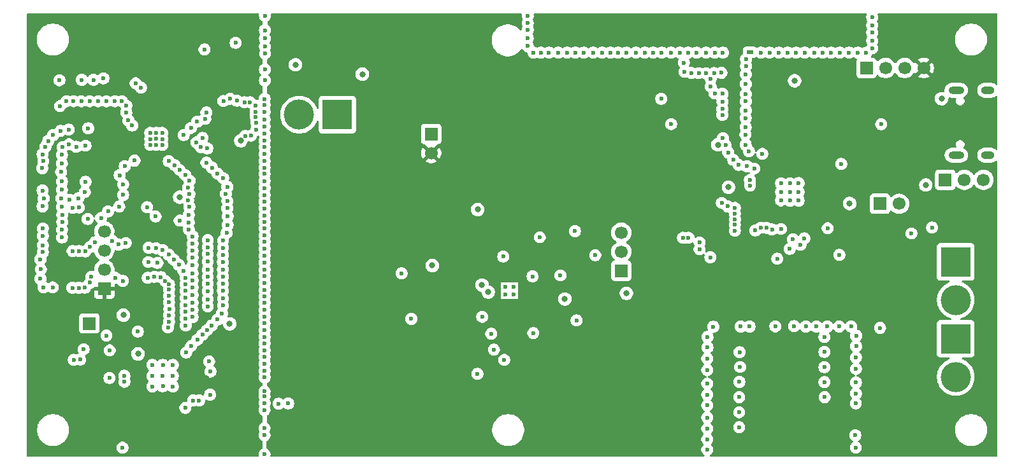
<source format=gbr>
%TF.GenerationSoftware,KiCad,Pcbnew,9.0.6*%
%TF.CreationDate,2025-12-05T09:42:18+02:00*%
%TF.ProjectId,sig_scan_pcb,7369675f-7363-4616-9e5f-7063622e6b69,1*%
%TF.SameCoordinates,Original*%
%TF.FileFunction,Copper,L3,Inr*%
%TF.FilePolarity,Positive*%
%FSLAX46Y46*%
G04 Gerber Fmt 4.6, Leading zero omitted, Abs format (unit mm)*
G04 Created by KiCad (PCBNEW 9.0.6) date 2025-12-05 09:42:18*
%MOMM*%
%LPD*%
G01*
G04 APERTURE LIST*
%TA.AperFunction,ComponentPad*%
%ADD10R,4.000000X4.000000*%
%TD*%
%TA.AperFunction,ComponentPad*%
%ADD11C,4.000000*%
%TD*%
%TA.AperFunction,ComponentPad*%
%ADD12C,0.600000*%
%TD*%
%TA.AperFunction,HeatsinkPad*%
%ADD13O,2.100000X1.000000*%
%TD*%
%TA.AperFunction,HeatsinkPad*%
%ADD14O,1.800000X1.000000*%
%TD*%
%TA.AperFunction,ComponentPad*%
%ADD15R,1.700000X1.700000*%
%TD*%
%TA.AperFunction,ComponentPad*%
%ADD16C,1.700000*%
%TD*%
%TA.AperFunction,ComponentPad*%
%ADD17R,0.900000X0.500000*%
%TD*%
%TA.AperFunction,ViaPad*%
%ADD18C,0.600000*%
%TD*%
%TA.AperFunction,ViaPad*%
%ADD19C,0.800000*%
%TD*%
G04 APERTURE END LIST*
D10*
%TO.N,Net-(D1-A)*%
%TO.C,J2*%
X145338800Y-54533800D03*
D11*
%TO.N,GND*%
X145338800Y-59613799D03*
%TD*%
D12*
%TO.N,GNDA*%
%TO.C,IC2*%
X86588700Y-58848599D03*
X86588700Y-57832599D03*
%TO.N,GND*%
X85521900Y-58848599D03*
X85521900Y-57832599D03*
%TD*%
D10*
%TO.N,+16V*%
%TO.C,J11*%
X145338800Y-64770000D03*
D11*
%TO.N,GND*%
X145338800Y-69849999D03*
%TD*%
D13*
%TO.N,GND*%
%TO.C,J4*%
X145404900Y-40334848D03*
D14*
X149604900Y-40334848D03*
D13*
X145404900Y-31694848D03*
D14*
X149604900Y-31694848D03*
%TD*%
D15*
%TO.N,GND*%
%TO.C,J10*%
X133477000Y-28727400D03*
D16*
%TO.N,Net-(J10-Pin_2)*%
X136017000Y-28727400D03*
%TO.N,Net-(J10-Pin_3)*%
X138556999Y-28727400D03*
%TO.N,+3.3V*%
X141097000Y-28727400D03*
%TD*%
D10*
%TO.N,Net-(D7-A)*%
%TO.C,J14*%
X63169800Y-34933900D03*
D11*
%TO.N,GND*%
X58089801Y-34933900D03*
%TD*%
D15*
%TO.N,+5V*%
%TO.C,J5*%
X143943700Y-43610850D03*
D16*
%TO.N,/VBUS*%
X146483700Y-43610850D03*
%TO.N,Net-(D2-A)*%
X149023699Y-43610850D03*
%TD*%
D15*
%TO.N,Net-(J7-Pin_1)*%
%TO.C,J7*%
X30222892Y-62732016D03*
%TD*%
%TO.N,3.3V*%
%TO.C,J8*%
X32209100Y-58088850D03*
D16*
%TO.N,Net-(J8-Pin_2)*%
X32209100Y-55548850D03*
%TO.N,Net-(J8-Pin_3)*%
X32209100Y-53008851D03*
%TO.N,GND*%
X32209100Y-50468850D03*
%TD*%
D15*
%TO.N,Net-(J6-Pin_1)*%
%TO.C,J6*%
X75641200Y-37515800D03*
D16*
%TO.N,+3.3V*%
X75641200Y-40055800D03*
%TD*%
D15*
%TO.N,GNDA*%
%TO.C,J12*%
X100897299Y-55722598D03*
D16*
%TO.N,Net-(J12-Pin_2)*%
X100897299Y-53182598D03*
%TO.N,Net-(J12-Pin_3)*%
X100897299Y-50642599D03*
%TD*%
D15*
%TO.N,Net-(J9-Pin_1)*%
%TO.C,J9*%
X135275230Y-46799850D03*
D16*
%TO.N,/GPIO48*%
X137815230Y-46799850D03*
%TD*%
D17*
%TO.N,GND*%
%TO.C,AE1*%
X118003381Y-26609800D03*
%TD*%
D18*
%TO.N,GND*%
X43942000Y-56057800D03*
X111201200Y-29413200D03*
X112318800Y-75260200D03*
X43357800Y-44627800D03*
X49657000Y-25374600D03*
X26568400Y-41427400D03*
X117449600Y-29540200D03*
X53517800Y-52781200D03*
X43027600Y-60299600D03*
X45948600Y-58445400D03*
X125425200Y-63144400D03*
X35407600Y-35712400D03*
X53517800Y-39268400D03*
X32894900Y-70001450D03*
X37973000Y-56642000D03*
X53517800Y-68097400D03*
X123315729Y-45252550D03*
X43942000Y-52120800D03*
X23723600Y-54203600D03*
D19*
X113741200Y-38938200D03*
D18*
X123012200Y-26670000D03*
X53517800Y-64516000D03*
X39112500Y-38169450D03*
X45948600Y-55575200D03*
X42750100Y-37641850D03*
X42214800Y-42291000D03*
X89230200Y-26670000D03*
X112318800Y-73634600D03*
X128778000Y-26670000D03*
X106273600Y-26670000D03*
X126822200Y-63144400D03*
X24765000Y-38430200D03*
X131445000Y-63144400D03*
X33604200Y-33147000D03*
X132003800Y-77622400D03*
X23977600Y-42062400D03*
X117424200Y-35382200D03*
X52374800Y-36982400D03*
X39981500Y-71093650D03*
X114350800Y-33223200D03*
X125272800Y-26670000D03*
X46507400Y-41986200D03*
X121615200Y-54102000D03*
X48361600Y-45491400D03*
X53517800Y-34544000D03*
X71704200Y-56057800D03*
X27457400Y-36931600D03*
X30302200Y-52552600D03*
X51714400Y-37719000D03*
X85217000Y-53822600D03*
X43942000Y-54991000D03*
X48564800Y-46431200D03*
X47980600Y-52654200D03*
X29667200Y-53136800D03*
D19*
X131241800Y-46761400D03*
D18*
X117475000Y-28473400D03*
X41327700Y-68248850D03*
X43078400Y-66598800D03*
X53517800Y-61798200D03*
X132334000Y-26670000D03*
X53492400Y-74244200D03*
X43510200Y-47193200D03*
X39965092Y-69732816D03*
X41427400Y-54229000D03*
X47955200Y-56489600D03*
X122123200Y-45237400D03*
X53517800Y-57353200D03*
X104013000Y-26670000D03*
X53517800Y-50063400D03*
X32080200Y-30099000D03*
X35128200Y-34645600D03*
X24130000Y-57912000D03*
X48590200Y-49606200D03*
X45948600Y-53492400D03*
X47955200Y-55549800D03*
X37084000Y-31343600D03*
X40817800Y-61645800D03*
X26492200Y-46075600D03*
X53543200Y-28930600D03*
X53517800Y-42824400D03*
X132080000Y-68783200D03*
X53517800Y-65379600D03*
X88468200Y-22758400D03*
X121843800Y-26670000D03*
X43713400Y-36703000D03*
X29997400Y-48818800D03*
X29718000Y-43865800D03*
X26568400Y-44932600D03*
X53517800Y-62712600D03*
X45237400Y-64236600D03*
X114325400Y-34163000D03*
X43027600Y-58394600D03*
D19*
X34747200Y-61620400D03*
D18*
X53568600Y-26797000D03*
X88468200Y-21767800D03*
X29641800Y-57962800D03*
X116509800Y-41630600D03*
X45770800Y-41325800D03*
X40817800Y-58191400D03*
X50927000Y-37769800D03*
X112318800Y-67411600D03*
X134239000Y-26111200D03*
X53517800Y-60934600D03*
X38305100Y-37362450D03*
D19*
X83219949Y-58546941D03*
D18*
X26593800Y-51282600D03*
X128270000Y-63144400D03*
X26314400Y-33807400D03*
X43535600Y-43713400D03*
X52273200Y-33731200D03*
X124460000Y-45237400D03*
X134239000Y-25095200D03*
X32920300Y-66318450D03*
X24155400Y-46075600D03*
X53517800Y-37465000D03*
X28473400Y-39217600D03*
X49809400Y-33070800D03*
X108686600Y-26670000D03*
D19*
X123926600Y-30429200D03*
D18*
X117449600Y-32181800D03*
X118567200Y-42113200D03*
X112318800Y-79527400D03*
X122123200Y-46355000D03*
X117449600Y-33147000D03*
X30251400Y-33147000D03*
X53517800Y-67183000D03*
X35128200Y-33731200D03*
X24384000Y-39217600D03*
X109296200Y-29235400D03*
X47853600Y-61391800D03*
X53543200Y-23698200D03*
X113233200Y-29387800D03*
X45034200Y-39268400D03*
X53543200Y-21754050D03*
X122123200Y-44069000D03*
X53517800Y-58293000D03*
X53517800Y-55575200D03*
X117856000Y-39801800D03*
X39979600Y-52984400D03*
X47955200Y-58369200D03*
X39016300Y-48487650D03*
X53517800Y-41986200D03*
X123875800Y-63093600D03*
X38584500Y-69722050D03*
X129870200Y-53594000D03*
X26670000Y-39243000D03*
X38862000Y-56515000D03*
X132054600Y-79248000D03*
X53517800Y-73329800D03*
X28752800Y-46075600D03*
X48031400Y-33121600D03*
X46482000Y-62992000D03*
X45948600Y-56515000D03*
X114198400Y-29362400D03*
X53517800Y-48361600D03*
X43942000Y-57912000D03*
X52298600Y-35229800D03*
X27584400Y-46278800D03*
X26593800Y-47218600D03*
X53517800Y-32842200D03*
X88468200Y-23647400D03*
X41579800Y-41656000D03*
X53517800Y-43764200D03*
X48590200Y-48463200D03*
X53517800Y-36499800D03*
D19*
X42214800Y-45923200D03*
D18*
X51562000Y-33274000D03*
X129921000Y-26670000D03*
X42951400Y-42951400D03*
X43027600Y-61163200D03*
X45948600Y-54508400D03*
X43434000Y-48260000D03*
X28854400Y-53086000D03*
X92811600Y-56337200D03*
X27178000Y-33147000D03*
X43027600Y-56642000D03*
X107518200Y-26670000D03*
X50825400Y-33299400D03*
X38584500Y-68248850D03*
X24053800Y-52324000D03*
X24003000Y-45034200D03*
D19*
X143459200Y-32816800D03*
D18*
X26619200Y-48260000D03*
X36220400Y-41046400D03*
X132080000Y-67259200D03*
X53517800Y-66319400D03*
X116763800Y-63144400D03*
X43942000Y-58928000D03*
X98348800Y-26670000D03*
X132105400Y-64363600D03*
X24053800Y-51079400D03*
X45948600Y-52578000D03*
X53517800Y-69037200D03*
X43942000Y-53975000D03*
X32715200Y-47802800D03*
X115112800Y-39979600D03*
X39905300Y-37362450D03*
X112344200Y-64516000D03*
X134239000Y-21971000D03*
X43942000Y-59994800D03*
X53517800Y-49225200D03*
X93700600Y-26670000D03*
X29159200Y-33147000D03*
X26466800Y-42570400D03*
X53517800Y-44704000D03*
X48539400Y-47396400D03*
X91287600Y-26670000D03*
X29616400Y-45237400D03*
X23774400Y-55524400D03*
X99466400Y-26670000D03*
X72999600Y-62128400D03*
X43027600Y-62052200D03*
D19*
X66497200Y-29540200D03*
D18*
X39981500Y-68248850D03*
X109778800Y-26670000D03*
X53543200Y-30378400D03*
X53517800Y-47421800D03*
X53492400Y-76657200D03*
X45948600Y-57429400D03*
X26593800Y-43840400D03*
X40817800Y-59080400D03*
X112318800Y-78155800D03*
X35915600Y-36372800D03*
X142189200Y-49961800D03*
X100457000Y-26670000D03*
X24003000Y-47142400D03*
X44577000Y-64897000D03*
X53543200Y-24790400D03*
X123266200Y-52806600D03*
X124460000Y-46380400D03*
X43942000Y-61874400D03*
X48463200Y-50673000D03*
X42976800Y-73964800D03*
X37873300Y-47243050D03*
X30759400Y-30302200D03*
X94792800Y-26670000D03*
X30327600Y-57302400D03*
D19*
X50342800Y-38404800D03*
D18*
X32486600Y-33147000D03*
X114350800Y-32156400D03*
X124129800Y-26670000D03*
X25400000Y-37642800D03*
X38305100Y-38175250D03*
X120599200Y-26670000D03*
X123317000Y-46380400D03*
X39117900Y-37362450D03*
X41327700Y-69722050D03*
X31775400Y-48691800D03*
X133451600Y-26670000D03*
X34544000Y-33147000D03*
X52400200Y-35991800D03*
X24003000Y-40208200D03*
X27965400Y-57988200D03*
X34239200Y-43002200D03*
X112776000Y-30149800D03*
X102844600Y-26670000D03*
X36372800Y-30759400D03*
X34925000Y-41808400D03*
X39725600Y-56565800D03*
X117449600Y-30835600D03*
X38049200Y-54559200D03*
X112318800Y-76733400D03*
D19*
X82389824Y-57624174D03*
D18*
X48006000Y-43383200D03*
X119634000Y-40157400D03*
X132105400Y-65760600D03*
X123317000Y-44069000D03*
X113309400Y-32105600D03*
X24104600Y-41122600D03*
X43027600Y-57505600D03*
X130124200Y-41503600D03*
X113334800Y-26670000D03*
X53492400Y-77622400D03*
X47244000Y-62204600D03*
X34188400Y-47167800D03*
X53517800Y-33655000D03*
X29464000Y-66167000D03*
X83616800Y-64109600D03*
X43434000Y-49276000D03*
X41327700Y-71119050D03*
X34721800Y-45618400D03*
X97180400Y-26670000D03*
X53517800Y-59156600D03*
X45847000Y-63627000D03*
X132080000Y-70586600D03*
X39930700Y-38962650D03*
X113131600Y-63169800D03*
X40767000Y-41122600D03*
X134236100Y-23037800D03*
X94945200Y-62331600D03*
X42113200Y-54914800D03*
X44424600Y-38633400D03*
X34112200Y-52222400D03*
X43357800Y-46355000D03*
X39905300Y-38175250D03*
X53517800Y-69900800D03*
X33274000Y-51739800D03*
X114325400Y-34975800D03*
X29210000Y-30302200D03*
X88468200Y-25806400D03*
X112318800Y-72212200D03*
X112318800Y-68935600D03*
X45948600Y-59512200D03*
X43942000Y-60934600D03*
X127685800Y-26670000D03*
X110921800Y-26670000D03*
X31394400Y-33147000D03*
X47955200Y-57454800D03*
X88468200Y-24739600D03*
X132080000Y-72059800D03*
X112725200Y-53924200D03*
X43027600Y-62992000D03*
X24053800Y-53238400D03*
X43942000Y-56997600D03*
X47244000Y-42773600D03*
X124460000Y-44043600D03*
X110210600Y-29387800D03*
X132054600Y-73380600D03*
X115773200Y-40944800D03*
X81788000Y-69443600D03*
X114757200Y-39014400D03*
X53492400Y-72440800D03*
X114401600Y-38074600D03*
X40843200Y-60833000D03*
X38100000Y-52654200D03*
X45897800Y-39420800D03*
X44551600Y-35864800D03*
X30988000Y-51917600D03*
X39090600Y-52705000D03*
X129844800Y-63144400D03*
X119456200Y-26670000D03*
D19*
X141351000Y-44297600D03*
D18*
X40817800Y-59918600D03*
X48539400Y-44551600D03*
X117424200Y-38938200D03*
X28829000Y-57988200D03*
X30073600Y-36753800D03*
X43942000Y-53060600D03*
X53517800Y-63652400D03*
X23723600Y-56794400D03*
X30480000Y-56515000D03*
X26593800Y-50241200D03*
X117475000Y-27533600D03*
X47955200Y-54559200D03*
X53517800Y-51003200D03*
X109220000Y-28016200D03*
X117602000Y-41808400D03*
X94742000Y-50444400D03*
X112166400Y-26670000D03*
X33705800Y-56667400D03*
X47955200Y-53619400D03*
X90220800Y-26670000D03*
X95935800Y-26670000D03*
X53517800Y-41122600D03*
X26593800Y-40284400D03*
X26390600Y-37084000D03*
X53517800Y-45643800D03*
D19*
X115138200Y-44602400D03*
D18*
X134239000Y-24003000D03*
X34622100Y-79272450D03*
X24053800Y-50088800D03*
X42722800Y-55727600D03*
X26619200Y-49225200D03*
X26238200Y-30353000D03*
X53517800Y-40182800D03*
X53517800Y-59994800D03*
X40309800Y-57073800D03*
X43027600Y-59334400D03*
X28117800Y-33147000D03*
X40767000Y-53568600D03*
X45948600Y-51638200D03*
X43434000Y-50215800D03*
X40665400Y-63246000D03*
X121361200Y-63119000D03*
X53517800Y-54635400D03*
X114401600Y-26670000D03*
X45948600Y-60452000D03*
X53517800Y-38404800D03*
X47980600Y-60325000D03*
X112344200Y-65913000D03*
X53492400Y-71755000D03*
X34721800Y-44196000D03*
X45770800Y-34645600D03*
X39268400Y-54660800D03*
X117424200Y-36576000D03*
X39117900Y-38962650D03*
X43738800Y-65735200D03*
X45237400Y-38023800D03*
X38584500Y-71119050D03*
X34671000Y-57073800D03*
X47980600Y-51714400D03*
X40817800Y-62484000D03*
X53492400Y-80137000D03*
X43942000Y-51130200D03*
X32486600Y-64338200D03*
X40817800Y-57556400D03*
X27990800Y-53086000D03*
X117398800Y-37592000D03*
X48920400Y-32816800D03*
X112318800Y-70739000D03*
X53517800Y-46507400D03*
X53517800Y-51866800D03*
X89103200Y-56464200D03*
X53517800Y-56438800D03*
X135434700Y-36219450D03*
X29718000Y-39065200D03*
X52298600Y-34544000D03*
X43510200Y-45516800D03*
X126517400Y-26670000D03*
X105130600Y-26670000D03*
X117932200Y-63144400D03*
X101600000Y-26670000D03*
X47980600Y-59410600D03*
X112776000Y-31191200D03*
X53517800Y-53721000D03*
X131165600Y-26670000D03*
X92532200Y-26670000D03*
X53517800Y-35560000D03*
X38305100Y-38937250D03*
X35052000Y-52019200D03*
X53543200Y-25857200D03*
X45618400Y-35509200D03*
X117449600Y-34366200D03*
X27508200Y-38887400D03*
X112166400Y-29438600D03*
X25349200Y-57937400D03*
D19*
%TO.N,+3.3V*%
X118033800Y-54787800D03*
X127660400Y-41021000D03*
X120586900Y-35254250D03*
X133451600Y-64947800D03*
X134240900Y-31977650D03*
X88874600Y-42545000D03*
X85293200Y-40538400D03*
X54837650Y-22632350D03*
X111914300Y-43102850D03*
X121933100Y-52932650D03*
D18*
%TO.N,/USBD+*%
X44043600Y-72974200D03*
X128320800Y-50063400D03*
X109829600Y-51333400D03*
X124714000Y-52273200D03*
D19*
%TO.N,+5V*%
X57607200Y-28295600D03*
D18*
%TO.N,/USBD-*%
X44805600Y-72974200D03*
X109079597Y-51333400D03*
%TO.N,/GPIO0*%
X118004284Y-44375701D03*
X107531300Y-36194050D03*
%TO.N,/CHIP_PU*%
X117983000Y-43626000D03*
X106210500Y-32815850D03*
%TO.N,+1V2*%
X46306100Y-69132816D03*
X46261092Y-72211250D03*
X46126400Y-67782816D03*
%TO.N,/GPIO13*%
X120929400Y-50227800D03*
X127889000Y-66522600D03*
%TO.N,/SCL*%
X111302800Y-52857400D03*
X56642000Y-73380600D03*
X34874200Y-69697600D03*
%TO.N,/GPIO4{slash}BCLK*%
X116560600Y-72542400D03*
X115999647Y-48104551D03*
%TO.N,/GPIO15*%
X135280400Y-63322200D03*
X123714600Y-51543340D03*
%TO.N,/GPIO11*%
X119405400Y-49987200D03*
X127889000Y-70535800D03*
%TO.N,/GPIO10*%
X118694200Y-50342800D03*
X127914400Y-72542400D03*
%TO.N,/GPIO5{slash}FSYNC*%
X116586000Y-70510400D03*
X116006617Y-48854521D03*
%TO.N,/GPIO6{slash}DOUT*%
X115987892Y-49604289D03*
X116687600Y-68529200D03*
%TO.N,/GPIO1*%
X114249200Y-46685200D03*
X45516800Y-26262651D03*
%TO.N,/GPIO7{slash}DIN*%
X116611400Y-66548000D03*
X116001800Y-50368200D03*
%TO.N,/GPIO3*%
X116560600Y-74549000D03*
X116002692Y-47354554D03*
%TO.N,/SDA*%
X34874200Y-70485000D03*
X55372000Y-73406000D03*
X111302800Y-51943000D03*
%TO.N,/GPIO12*%
X127889000Y-68554600D03*
X120175309Y-49995109D03*
%TO.N,/GPIO14*%
X122113618Y-50155418D03*
X127889000Y-64541400D03*
D19*
%TO.N,3.3V*%
X45791464Y-70033486D03*
X33147000Y-34442400D03*
X44528100Y-33372850D03*
X39803700Y-79297850D03*
X27129100Y-72211250D03*
X42013500Y-44042650D03*
X34281700Y-23580450D03*
X52275100Y-41731250D03*
X34825300Y-66293050D03*
X40311700Y-49351250D03*
X51689000Y-78714600D03*
X40743500Y-73989250D03*
X38311500Y-33501650D03*
%TO.N,GNDA*%
X101574600Y-58724800D03*
X75793600Y-55016400D03*
X93395800Y-59486800D03*
X81815299Y-47558999D03*
D18*
%TO.N,/VREF*%
X90068400Y-51257200D03*
X97434400Y-53644800D03*
%TO.N,Net-(D6-K)*%
X82423000Y-61849000D03*
X89204800Y-64008000D03*
%TO.N,Net-(IC2-HIDRV)*%
X85344000Y-67589400D03*
X83972400Y-66217800D03*
%TO.N,Net-(U5-XI)*%
X42216700Y-49046450D03*
X36668100Y-63811458D03*
%TO.N,Net-(U5-I2C_SCLT)*%
X28989535Y-67545364D03*
X28830900Y-47293850D03*
%TO.N,Net-(U5-I2C_SDAT)*%
X28031372Y-47321420D03*
X28143200Y-67564000D03*
D19*
%TO.N,Net-(U5-AGC_IF)*%
X48869600Y-62789750D03*
X36679500Y-66775650D03*
D18*
%TO.N,Net-(U4-GPIO18)*%
X139446000Y-50749200D03*
X125222000Y-51409600D03*
%TO.N,/GPIO2*%
X116560600Y-76555600D03*
X115030589Y-47146964D03*
%TD*%
%TA.AperFunction,Conductor*%
%TO.N,3.3V*%
G36*
X52702536Y-21474235D02*
G01*
X52748291Y-21527039D01*
X52758235Y-21596197D01*
X52757114Y-21602741D01*
X52742700Y-21675203D01*
X52742700Y-21832896D01*
X52773461Y-21987539D01*
X52773464Y-21987551D01*
X52833802Y-22133222D01*
X52833809Y-22133235D01*
X52921410Y-22264338D01*
X52921413Y-22264342D01*
X53032907Y-22375836D01*
X53032911Y-22375839D01*
X53164014Y-22463440D01*
X53169391Y-22466314D01*
X53168703Y-22467599D01*
X53217449Y-22506872D01*
X53239521Y-22573163D01*
X53239601Y-22577656D01*
X53239476Y-22874749D01*
X53219763Y-22941780D01*
X53169194Y-22985561D01*
X53169394Y-22985934D01*
X53167746Y-22986814D01*
X53166940Y-22987513D01*
X53164249Y-22988683D01*
X53164018Y-22988807D01*
X53032915Y-23076407D01*
X53032907Y-23076413D01*
X52921413Y-23187907D01*
X52921410Y-23187911D01*
X52833809Y-23319014D01*
X52833802Y-23319027D01*
X52773464Y-23464698D01*
X52773461Y-23464710D01*
X52742700Y-23619353D01*
X52742700Y-23777046D01*
X52773461Y-23931689D01*
X52773464Y-23931701D01*
X52833802Y-24077372D01*
X52833809Y-24077385D01*
X52899307Y-24175409D01*
X52920185Y-24242087D01*
X52901700Y-24309467D01*
X52899307Y-24313191D01*
X52833809Y-24411214D01*
X52833802Y-24411227D01*
X52773464Y-24556898D01*
X52773461Y-24556910D01*
X52742700Y-24711553D01*
X52742700Y-24869246D01*
X52773461Y-25023889D01*
X52773464Y-25023901D01*
X52833802Y-25169572D01*
X52833809Y-25169585D01*
X52890821Y-25254909D01*
X52911699Y-25321587D01*
X52893214Y-25388967D01*
X52890821Y-25392691D01*
X52833809Y-25478014D01*
X52833802Y-25478027D01*
X52773464Y-25623698D01*
X52773461Y-25623710D01*
X52742700Y-25778353D01*
X52742700Y-25936046D01*
X52773461Y-26090689D01*
X52773464Y-26090701D01*
X52812031Y-26183809D01*
X52833806Y-26236379D01*
X52861093Y-26277217D01*
X52881970Y-26343894D01*
X52863485Y-26411274D01*
X52861098Y-26414989D01*
X52859206Y-26417820D01*
X52859204Y-26417823D01*
X52798864Y-26563498D01*
X52798861Y-26563510D01*
X52768100Y-26718153D01*
X52768100Y-26875846D01*
X52798861Y-27030489D01*
X52798864Y-27030501D01*
X52859202Y-27176172D01*
X52859209Y-27176185D01*
X52946810Y-27307288D01*
X52946813Y-27307292D01*
X53058307Y-27418786D01*
X53058311Y-27418789D01*
X53182367Y-27501681D01*
X53227172Y-27555293D01*
X53237476Y-27604835D01*
X53237264Y-28108065D01*
X53217551Y-28175096D01*
X53168826Y-28217280D01*
X53169391Y-28218336D01*
X53164730Y-28220827D01*
X53164728Y-28220829D01*
X53164720Y-28220832D01*
X53164014Y-28221209D01*
X53032911Y-28308810D01*
X53032907Y-28308813D01*
X52921413Y-28420307D01*
X52921410Y-28420311D01*
X52833809Y-28551414D01*
X52833802Y-28551427D01*
X52773464Y-28697098D01*
X52773461Y-28697110D01*
X52742700Y-28851753D01*
X52742700Y-29009446D01*
X52773461Y-29164089D01*
X52773464Y-29164101D01*
X52833802Y-29309772D01*
X52833809Y-29309785D01*
X52921410Y-29440888D01*
X52921413Y-29440892D01*
X53032907Y-29552386D01*
X53037619Y-29556253D01*
X53036562Y-29557540D01*
X53076234Y-29605016D01*
X53084938Y-29674341D01*
X53054781Y-29737367D01*
X53037374Y-29752449D01*
X53037619Y-29752747D01*
X53032907Y-29756613D01*
X52921413Y-29868107D01*
X52921410Y-29868111D01*
X52833809Y-29999214D01*
X52833802Y-29999227D01*
X52773464Y-30144898D01*
X52773461Y-30144910D01*
X52742700Y-30299553D01*
X52742700Y-30457246D01*
X52773461Y-30611889D01*
X52773464Y-30611901D01*
X52833802Y-30757572D01*
X52833809Y-30757585D01*
X52921410Y-30888688D01*
X52921413Y-30888692D01*
X53032910Y-31000189D01*
X53140286Y-31071935D01*
X53164021Y-31087794D01*
X53164027Y-31087796D01*
X53169392Y-31090664D01*
X53168172Y-31092945D01*
X53213810Y-31129723D01*
X53235876Y-31196017D01*
X53235955Y-31200496D01*
X53235613Y-32009827D01*
X53215900Y-32076859D01*
X53163077Y-32122591D01*
X53159070Y-32124334D01*
X53138627Y-32132802D01*
X53138618Y-32132807D01*
X53007515Y-32220407D01*
X53007507Y-32220413D01*
X52896013Y-32331907D01*
X52896010Y-32331911D01*
X52808409Y-32463014D01*
X52808402Y-32463027D01*
X52748064Y-32608698D01*
X52748061Y-32608710D01*
X52717300Y-32763353D01*
X52717300Y-32863118D01*
X52697615Y-32930157D01*
X52644811Y-32975912D01*
X52575653Y-32985856D01*
X52564110Y-32983633D01*
X52554743Y-32981364D01*
X52506697Y-32961463D01*
X52352042Y-32930700D01*
X52345565Y-32930700D01*
X52332704Y-32927585D01*
X52309642Y-32914281D01*
X52284951Y-32904311D01*
X52276522Y-32895176D01*
X52272183Y-32892673D01*
X52269607Y-32887681D01*
X52258792Y-32875960D01*
X52183792Y-32763715D01*
X52183786Y-32763707D01*
X52072292Y-32652213D01*
X52072288Y-32652210D01*
X51941185Y-32564609D01*
X51941172Y-32564602D01*
X51795501Y-32504264D01*
X51795489Y-32504261D01*
X51640845Y-32473500D01*
X51640842Y-32473500D01*
X51483158Y-32473500D01*
X51483155Y-32473500D01*
X51328510Y-32504261D01*
X51328498Y-32504264D01*
X51210491Y-32553144D01*
X51141022Y-32560613D01*
X51115588Y-32553145D01*
X51086163Y-32540957D01*
X51058897Y-32529663D01*
X51058893Y-32529662D01*
X51058888Y-32529660D01*
X50904245Y-32498900D01*
X50904242Y-32498900D01*
X50746558Y-32498900D01*
X50746555Y-32498900D01*
X50591911Y-32529660D01*
X50591901Y-32529663D01*
X50532995Y-32554063D01*
X50463525Y-32561532D01*
X50401046Y-32530256D01*
X50397862Y-32527183D01*
X50319692Y-32449013D01*
X50319688Y-32449010D01*
X50188585Y-32361409D01*
X50188572Y-32361402D01*
X50042901Y-32301064D01*
X50042889Y-32301061D01*
X49888245Y-32270300D01*
X49888242Y-32270300D01*
X49730558Y-32270300D01*
X49730553Y-32270300D01*
X49608243Y-32294629D01*
X49538651Y-32288402D01*
X49496372Y-32260694D01*
X49430689Y-32195011D01*
X49430688Y-32195010D01*
X49430687Y-32195009D01*
X49299585Y-32107409D01*
X49299572Y-32107402D01*
X49153901Y-32047064D01*
X49153889Y-32047061D01*
X48999245Y-32016300D01*
X48999242Y-32016300D01*
X48841558Y-32016300D01*
X48841555Y-32016300D01*
X48686910Y-32047061D01*
X48686898Y-32047064D01*
X48541227Y-32107402D01*
X48541214Y-32107409D01*
X48410111Y-32195010D01*
X48410107Y-32195013D01*
X48302056Y-32303065D01*
X48240733Y-32336550D01*
X48190183Y-32337001D01*
X48110244Y-32321100D01*
X48110242Y-32321100D01*
X47952558Y-32321100D01*
X47952555Y-32321100D01*
X47797910Y-32351861D01*
X47797898Y-32351864D01*
X47652227Y-32412202D01*
X47652214Y-32412209D01*
X47521111Y-32499810D01*
X47521107Y-32499813D01*
X47409613Y-32611307D01*
X47409610Y-32611311D01*
X47322009Y-32742414D01*
X47322002Y-32742427D01*
X47261664Y-32888098D01*
X47261661Y-32888110D01*
X47230900Y-33042753D01*
X47230900Y-33200446D01*
X47261661Y-33355089D01*
X47261664Y-33355101D01*
X47322002Y-33500772D01*
X47322009Y-33500785D01*
X47409610Y-33631888D01*
X47409613Y-33631892D01*
X47521107Y-33743386D01*
X47521111Y-33743389D01*
X47652214Y-33830990D01*
X47652227Y-33830997D01*
X47797898Y-33891335D01*
X47797903Y-33891337D01*
X47925587Y-33916735D01*
X47952553Y-33922099D01*
X47952556Y-33922100D01*
X47952558Y-33922100D01*
X48110244Y-33922100D01*
X48110245Y-33922099D01*
X48264897Y-33891337D01*
X48381555Y-33843016D01*
X48410572Y-33830997D01*
X48410572Y-33830996D01*
X48410579Y-33830994D01*
X48541689Y-33743389D01*
X48649744Y-33635333D01*
X48711065Y-33601849D01*
X48761613Y-33601398D01*
X48822580Y-33613525D01*
X48841557Y-33617300D01*
X48841558Y-33617300D01*
X48999244Y-33617300D01*
X49090251Y-33599197D01*
X49121555Y-33592970D01*
X49191147Y-33599197D01*
X49233426Y-33626904D01*
X49299111Y-33692589D01*
X49299112Y-33692590D01*
X49430214Y-33780190D01*
X49430227Y-33780197D01*
X49528567Y-33820930D01*
X49575903Y-33840537D01*
X49730553Y-33871299D01*
X49730556Y-33871300D01*
X49730558Y-33871300D01*
X49888244Y-33871300D01*
X49888245Y-33871299D01*
X50042897Y-33840537D01*
X50101803Y-33816136D01*
X50171271Y-33808667D01*
X50233750Y-33839941D01*
X50236937Y-33843016D01*
X50315107Y-33921186D01*
X50315111Y-33921189D01*
X50446214Y-34008790D01*
X50446227Y-34008797D01*
X50591898Y-34069135D01*
X50591903Y-34069137D01*
X50744547Y-34099500D01*
X50746553Y-34099899D01*
X50746556Y-34099900D01*
X50746558Y-34099900D01*
X50904244Y-34099900D01*
X50904245Y-34099899D01*
X51058897Y-34069137D01*
X51176910Y-34020254D01*
X51199512Y-34017824D01*
X51221156Y-34010857D01*
X51236992Y-34013795D01*
X51246378Y-34012786D01*
X51256209Y-34014976D01*
X51264186Y-34017095D01*
X51328503Y-34043737D01*
X51471358Y-34072152D01*
X51475163Y-34073164D01*
X51501809Y-34089330D01*
X51529417Y-34103772D01*
X51531425Y-34107299D01*
X51534898Y-34109406D01*
X51548574Y-34137413D01*
X51563991Y-34164487D01*
X51563773Y-34168541D01*
X51565556Y-34172191D01*
X51561919Y-34203142D01*
X51560252Y-34234257D01*
X51557877Y-34240455D01*
X51528863Y-34310503D01*
X51528861Y-34310510D01*
X51498100Y-34465153D01*
X51498100Y-34622846D01*
X51528861Y-34777494D01*
X51528863Y-34777497D01*
X51554523Y-34839449D01*
X51561990Y-34908918D01*
X51554523Y-34934351D01*
X51528863Y-34996302D01*
X51528861Y-34996305D01*
X51498100Y-35150953D01*
X51498100Y-35308646D01*
X51528861Y-35463289D01*
X51528864Y-35463301D01*
X51589202Y-35608971D01*
X51589208Y-35608982D01*
X51616152Y-35649307D01*
X51637029Y-35715985D01*
X51631711Y-35754186D01*
X51630463Y-35758298D01*
X51599700Y-35912955D01*
X51599700Y-36070646D01*
X51630461Y-36225289D01*
X51630464Y-36225301D01*
X51690802Y-36370971D01*
X51690804Y-36370976D01*
X51690806Y-36370979D01*
X51693239Y-36374621D01*
X51709664Y-36399202D01*
X51730541Y-36465880D01*
X51712056Y-36533260D01*
X51709664Y-36536982D01*
X51665408Y-36603216D01*
X51665402Y-36603227D01*
X51605064Y-36748898D01*
X51605061Y-36748908D01*
X51584845Y-36850541D01*
X51552460Y-36912452D01*
X51510359Y-36941043D01*
X51499223Y-36945618D01*
X51480903Y-36949263D01*
X51335221Y-37009606D01*
X51321980Y-37018452D01*
X51310523Y-37023161D01*
X51287595Y-37025560D01*
X51265597Y-37032447D01*
X51250023Y-37029493D01*
X51241033Y-37030434D01*
X51232615Y-37026191D01*
X51215940Y-37023028D01*
X51211075Y-37021013D01*
X51202783Y-37017578D01*
X51160498Y-37000063D01*
X51160488Y-37000060D01*
X51005845Y-36969300D01*
X51005842Y-36969300D01*
X50848158Y-36969300D01*
X50848155Y-36969300D01*
X50693510Y-37000061D01*
X50693498Y-37000064D01*
X50547827Y-37060402D01*
X50547814Y-37060409D01*
X50416711Y-37148010D01*
X50416707Y-37148013D01*
X50305213Y-37259507D01*
X50305210Y-37259511D01*
X50217609Y-37390614D01*
X50217606Y-37390621D01*
X50188376Y-37461187D01*
X50144534Y-37515590D01*
X50098009Y-37535350D01*
X50080137Y-37538905D01*
X50080132Y-37538906D01*
X49916259Y-37606783D01*
X49916246Y-37606790D01*
X49768765Y-37705335D01*
X49768761Y-37705338D01*
X49643338Y-37830761D01*
X49643335Y-37830765D01*
X49544790Y-37978246D01*
X49544783Y-37978259D01*
X49476906Y-38142132D01*
X49476903Y-38142141D01*
X49442300Y-38316104D01*
X49442300Y-38493495D01*
X49476903Y-38667458D01*
X49476906Y-38667467D01*
X49544783Y-38831340D01*
X49544790Y-38831353D01*
X49643335Y-38978834D01*
X49643338Y-38978838D01*
X49768761Y-39104261D01*
X49768765Y-39104264D01*
X49916246Y-39202809D01*
X49916259Y-39202816D01*
X50039163Y-39253723D01*
X50080134Y-39270694D01*
X50080136Y-39270694D01*
X50080141Y-39270696D01*
X50254104Y-39305299D01*
X50254107Y-39305300D01*
X50254109Y-39305300D01*
X50431493Y-39305300D01*
X50431494Y-39305299D01*
X50489482Y-39293764D01*
X50605458Y-39270696D01*
X50605461Y-39270694D01*
X50605466Y-39270694D01*
X50769347Y-39202813D01*
X50916835Y-39104264D01*
X51042264Y-38978835D01*
X51140813Y-38831347D01*
X51208694Y-38667466D01*
X51227823Y-38571296D01*
X51228711Y-38569597D01*
X51228598Y-38567682D01*
X51244834Y-38538775D01*
X51260206Y-38509390D01*
X51262172Y-38507908D01*
X51262815Y-38506765D01*
X51269856Y-38502121D01*
X51291321Y-38485954D01*
X51296526Y-38483192D01*
X51306179Y-38479194D01*
X51314341Y-38473739D01*
X51319890Y-38470796D01*
X51348206Y-38464991D01*
X51375789Y-38456353D01*
X51383349Y-38457786D01*
X51388337Y-38456764D01*
X51398324Y-38460626D01*
X51425459Y-38465771D01*
X51480903Y-38488737D01*
X51619330Y-38516272D01*
X51635553Y-38519499D01*
X51635556Y-38519500D01*
X51635558Y-38519500D01*
X51793244Y-38519500D01*
X51793245Y-38519499D01*
X51947897Y-38488737D01*
X52093579Y-38428394D01*
X52224689Y-38340789D01*
X52336189Y-38229289D01*
X52423794Y-38098179D01*
X52484137Y-37952497D01*
X52504354Y-37850858D01*
X52509909Y-37840237D01*
X52511117Y-37828311D01*
X52525803Y-37809851D01*
X52536738Y-37788948D01*
X52548243Y-37781648D01*
X52554618Y-37773636D01*
X52573868Y-37765389D01*
X52586080Y-37757642D01*
X52593789Y-37755022D01*
X52608297Y-37752137D01*
X52635742Y-37740768D01*
X52639559Y-37739472D01*
X52670588Y-37738170D01*
X52701465Y-37734850D01*
X52705196Y-37736718D01*
X52709368Y-37736543D01*
X52736178Y-37752225D01*
X52763944Y-37766124D01*
X52766684Y-37770070D01*
X52769677Y-37771821D01*
X52774535Y-37781377D01*
X52794010Y-37809425D01*
X52808406Y-37844179D01*
X52808407Y-37844181D01*
X52808408Y-37844182D01*
X52822993Y-37866010D01*
X52843870Y-37932688D01*
X52825385Y-38000068D01*
X52822993Y-38003790D01*
X52808408Y-38025617D01*
X52808402Y-38025628D01*
X52748064Y-38171298D01*
X52748061Y-38171310D01*
X52717300Y-38325953D01*
X52717300Y-38483646D01*
X52748061Y-38638289D01*
X52748064Y-38638301D01*
X52810546Y-38789148D01*
X52818015Y-38858617D01*
X52810546Y-38884052D01*
X52748064Y-39034898D01*
X52748061Y-39034910D01*
X52717300Y-39189553D01*
X52717300Y-39347246D01*
X52748061Y-39501889D01*
X52748064Y-39501901D01*
X52808402Y-39647572D01*
X52808409Y-39647584D01*
X52814508Y-39656713D01*
X52835383Y-39723392D01*
X52816896Y-39790771D01*
X52814508Y-39794487D01*
X52808409Y-39803615D01*
X52808402Y-39803627D01*
X52748064Y-39949298D01*
X52748061Y-39949310D01*
X52717300Y-40103953D01*
X52717300Y-40261646D01*
X52748061Y-40416289D01*
X52748064Y-40416301D01*
X52808402Y-40561971D01*
X52808404Y-40561976D01*
X52808406Y-40561979D01*
X52819292Y-40578272D01*
X52822993Y-40583810D01*
X52843870Y-40650488D01*
X52825385Y-40717868D01*
X52822993Y-40721590D01*
X52808408Y-40743417D01*
X52808402Y-40743428D01*
X52748064Y-40889098D01*
X52748061Y-40889110D01*
X52717300Y-41043753D01*
X52717300Y-41201446D01*
X52748061Y-41356089D01*
X52748064Y-41356101D01*
X52810546Y-41506948D01*
X52818015Y-41576417D01*
X52810546Y-41601852D01*
X52748064Y-41752698D01*
X52748061Y-41752710D01*
X52717300Y-41907353D01*
X52717300Y-42065046D01*
X52748061Y-42219689D01*
X52748064Y-42219701D01*
X52805286Y-42357848D01*
X52812755Y-42427317D01*
X52805286Y-42452752D01*
X52748064Y-42590898D01*
X52748061Y-42590910D01*
X52717300Y-42745553D01*
X52717300Y-42903246D01*
X52748061Y-43057889D01*
X52748064Y-43057901D01*
X52808402Y-43203571D01*
X52808408Y-43203582D01*
X52822993Y-43225410D01*
X52843870Y-43292088D01*
X52825385Y-43359468D01*
X52822993Y-43363190D01*
X52808408Y-43385017D01*
X52808402Y-43385028D01*
X52748064Y-43530698D01*
X52748061Y-43530710D01*
X52717300Y-43685353D01*
X52717300Y-43843046D01*
X52748061Y-43997689D01*
X52748064Y-43997701D01*
X52808402Y-44143371D01*
X52808408Y-44143382D01*
X52822993Y-44165210D01*
X52843870Y-44231888D01*
X52825385Y-44299268D01*
X52822993Y-44302990D01*
X52808408Y-44324817D01*
X52808402Y-44324828D01*
X52748064Y-44470498D01*
X52748061Y-44470510D01*
X52717300Y-44625153D01*
X52717300Y-44782846D01*
X52748061Y-44937489D01*
X52748064Y-44937501D01*
X52808402Y-45083171D01*
X52808408Y-45083182D01*
X52822993Y-45105010D01*
X52843870Y-45171688D01*
X52825385Y-45239068D01*
X52822993Y-45242790D01*
X52808408Y-45264617D01*
X52808402Y-45264628D01*
X52748064Y-45410298D01*
X52748061Y-45410310D01*
X52717300Y-45564953D01*
X52717300Y-45722646D01*
X52748061Y-45877289D01*
X52748064Y-45877301D01*
X52810546Y-46028148D01*
X52818015Y-46097617D01*
X52810546Y-46123052D01*
X52748064Y-46273898D01*
X52748061Y-46273910D01*
X52717300Y-46428553D01*
X52717300Y-46586246D01*
X52748061Y-46740889D01*
X52748064Y-46740901D01*
X52808402Y-46886572D01*
X52808409Y-46886584D01*
X52814508Y-46895713D01*
X52835383Y-46962392D01*
X52816896Y-47029771D01*
X52814508Y-47033487D01*
X52808409Y-47042615D01*
X52808402Y-47042627D01*
X52748064Y-47188298D01*
X52748061Y-47188310D01*
X52717300Y-47342953D01*
X52717300Y-47500646D01*
X52748061Y-47655289D01*
X52748064Y-47655301D01*
X52808402Y-47800971D01*
X52808408Y-47800982D01*
X52822993Y-47822810D01*
X52843870Y-47889488D01*
X52825385Y-47956868D01*
X52822997Y-47960582D01*
X52819742Y-47965454D01*
X52808408Y-47982417D01*
X52808402Y-47982428D01*
X52748064Y-48128098D01*
X52748061Y-48128110D01*
X52717300Y-48282753D01*
X52717300Y-48440446D01*
X52748061Y-48595089D01*
X52748064Y-48595101D01*
X52810546Y-48745948D01*
X52818015Y-48815417D01*
X52810546Y-48840852D01*
X52748064Y-48991698D01*
X52748061Y-48991710D01*
X52717300Y-49146353D01*
X52717300Y-49304046D01*
X52748061Y-49458689D01*
X52748064Y-49458701D01*
X52805286Y-49596848D01*
X52812755Y-49666317D01*
X52805286Y-49691752D01*
X52748064Y-49829898D01*
X52748061Y-49829910D01*
X52717300Y-49984553D01*
X52717300Y-50142246D01*
X52748061Y-50296889D01*
X52748064Y-50296901D01*
X52808402Y-50442571D01*
X52808408Y-50442582D01*
X52822993Y-50464410D01*
X52843870Y-50531088D01*
X52825385Y-50598468D01*
X52822993Y-50602190D01*
X52808408Y-50624017D01*
X52808402Y-50624028D01*
X52748064Y-50769698D01*
X52748061Y-50769710D01*
X52717300Y-50924353D01*
X52717300Y-51082046D01*
X52748061Y-51236689D01*
X52748064Y-51236701D01*
X52810546Y-51387548D01*
X52818015Y-51457017D01*
X52810546Y-51482452D01*
X52748064Y-51633298D01*
X52748061Y-51633310D01*
X52717300Y-51787953D01*
X52717300Y-51945646D01*
X52748061Y-52100289D01*
X52748064Y-52100301D01*
X52808402Y-52245972D01*
X52808409Y-52245984D01*
X52814508Y-52255113D01*
X52835383Y-52321792D01*
X52816896Y-52389171D01*
X52814508Y-52392887D01*
X52808409Y-52402015D01*
X52808402Y-52402027D01*
X52748064Y-52547698D01*
X52748061Y-52547710D01*
X52717300Y-52702353D01*
X52717300Y-52860046D01*
X52748061Y-53014689D01*
X52748064Y-53014701D01*
X52808402Y-53160371D01*
X52808408Y-53160382D01*
X52822993Y-53182210D01*
X52843870Y-53248888D01*
X52825385Y-53316268D01*
X52822993Y-53319990D01*
X52808408Y-53341817D01*
X52808402Y-53341828D01*
X52748064Y-53487498D01*
X52748061Y-53487510D01*
X52717300Y-53642153D01*
X52717300Y-53799846D01*
X52748061Y-53954489D01*
X52748064Y-53954501D01*
X52808402Y-54100172D01*
X52808409Y-54100184D01*
X52814508Y-54109313D01*
X52835383Y-54175992D01*
X52816896Y-54243371D01*
X52814508Y-54247087D01*
X52808409Y-54256215D01*
X52808402Y-54256227D01*
X52748064Y-54401898D01*
X52748061Y-54401910D01*
X52717300Y-54556553D01*
X52717300Y-54714246D01*
X52748061Y-54868889D01*
X52748064Y-54868901D01*
X52808402Y-55014571D01*
X52808404Y-55014576D01*
X52808406Y-55014579D01*
X52819002Y-55030438D01*
X52822993Y-55036410D01*
X52843870Y-55103088D01*
X52825385Y-55170468D01*
X52822993Y-55174190D01*
X52808408Y-55196017D01*
X52808402Y-55196028D01*
X52748064Y-55341698D01*
X52748061Y-55341710D01*
X52717300Y-55496353D01*
X52717300Y-55654046D01*
X52748061Y-55808689D01*
X52748064Y-55808701D01*
X52810546Y-55959548D01*
X52818015Y-56029017D01*
X52810546Y-56054452D01*
X52748064Y-56205298D01*
X52748061Y-56205310D01*
X52717300Y-56359953D01*
X52717300Y-56517646D01*
X52748061Y-56672289D01*
X52748064Y-56672301D01*
X52808402Y-56817972D01*
X52808409Y-56817984D01*
X52814508Y-56827113D01*
X52835383Y-56893792D01*
X52816896Y-56961171D01*
X52814508Y-56964887D01*
X52808409Y-56974015D01*
X52808402Y-56974027D01*
X52748064Y-57119698D01*
X52748061Y-57119710D01*
X52717300Y-57274353D01*
X52717300Y-57432046D01*
X52748061Y-57586689D01*
X52748064Y-57586701D01*
X52808402Y-57732371D01*
X52808408Y-57732382D01*
X52822993Y-57754210D01*
X52843870Y-57820888D01*
X52825385Y-57888268D01*
X52822993Y-57891990D01*
X52808408Y-57913817D01*
X52808402Y-57913828D01*
X52748064Y-58059498D01*
X52748061Y-58059510D01*
X52717300Y-58214153D01*
X52717300Y-58371846D01*
X52748061Y-58526489D01*
X52748064Y-58526501D01*
X52810546Y-58677348D01*
X52818015Y-58746817D01*
X52810546Y-58772252D01*
X52748064Y-58923098D01*
X52748061Y-58923110D01*
X52717300Y-59077753D01*
X52717300Y-59235446D01*
X52748061Y-59390089D01*
X52748064Y-59390101D01*
X52805286Y-59528248D01*
X52812755Y-59597717D01*
X52805286Y-59623152D01*
X52748064Y-59761298D01*
X52748061Y-59761310D01*
X52717300Y-59915953D01*
X52717300Y-60073646D01*
X52748061Y-60228289D01*
X52748064Y-60228301D01*
X52808402Y-60373971D01*
X52808403Y-60373972D01*
X52808406Y-60373979D01*
X52822991Y-60395808D01*
X52822993Y-60395810D01*
X52843870Y-60462488D01*
X52825385Y-60529868D01*
X52822997Y-60533582D01*
X52819742Y-60538454D01*
X52808408Y-60555417D01*
X52808402Y-60555428D01*
X52748064Y-60701098D01*
X52748061Y-60701110D01*
X52717300Y-60855753D01*
X52717300Y-61013446D01*
X52748061Y-61168089D01*
X52748064Y-61168101D01*
X52810546Y-61318948D01*
X52818015Y-61388417D01*
X52810546Y-61413852D01*
X52748064Y-61564698D01*
X52748061Y-61564710D01*
X52717300Y-61719353D01*
X52717300Y-61877046D01*
X52748061Y-62031689D01*
X52748064Y-62031701D01*
X52808402Y-62177372D01*
X52808409Y-62177384D01*
X52814508Y-62186513D01*
X52835383Y-62253192D01*
X52816896Y-62320571D01*
X52814508Y-62324287D01*
X52808409Y-62333415D01*
X52808402Y-62333427D01*
X52748064Y-62479098D01*
X52748061Y-62479110D01*
X52717300Y-62633753D01*
X52717300Y-62791446D01*
X52748061Y-62946089D01*
X52748064Y-62946101D01*
X52808402Y-63091771D01*
X52808404Y-63091776D01*
X52808406Y-63091779D01*
X52815275Y-63102060D01*
X52822993Y-63113610D01*
X52843870Y-63180288D01*
X52825385Y-63247668D01*
X52822993Y-63251390D01*
X52808408Y-63273217D01*
X52808402Y-63273228D01*
X52748064Y-63418898D01*
X52748061Y-63418910D01*
X52717300Y-63573553D01*
X52717300Y-63731246D01*
X52748061Y-63885889D01*
X52748064Y-63885901D01*
X52810546Y-64036748D01*
X52818015Y-64106217D01*
X52810546Y-64131652D01*
X52748064Y-64282498D01*
X52748061Y-64282510D01*
X52717300Y-64437153D01*
X52717300Y-64594846D01*
X52748061Y-64749489D01*
X52748064Y-64749501D01*
X52810546Y-64900348D01*
X52818015Y-64969817D01*
X52810546Y-64995252D01*
X52748064Y-65146098D01*
X52748061Y-65146110D01*
X52717300Y-65300753D01*
X52717300Y-65458446D01*
X52748061Y-65613089D01*
X52748064Y-65613101D01*
X52808402Y-65758771D01*
X52808408Y-65758782D01*
X52822993Y-65780610D01*
X52843870Y-65847288D01*
X52825385Y-65914668D01*
X52822993Y-65918390D01*
X52808408Y-65940217D01*
X52808402Y-65940228D01*
X52748064Y-66085898D01*
X52748061Y-66085910D01*
X52717300Y-66240553D01*
X52717300Y-66398246D01*
X52748061Y-66552889D01*
X52748064Y-66552901D01*
X52810546Y-66703748D01*
X52818015Y-66773217D01*
X52810546Y-66798652D01*
X52748064Y-66949498D01*
X52748061Y-66949510D01*
X52717300Y-67104153D01*
X52717300Y-67261846D01*
X52748061Y-67416489D01*
X52748064Y-67416501D01*
X52808402Y-67562172D01*
X52808409Y-67562184D01*
X52814508Y-67571313D01*
X52835383Y-67637992D01*
X52816896Y-67705371D01*
X52814508Y-67709087D01*
X52808409Y-67718215D01*
X52808402Y-67718227D01*
X52748064Y-67863898D01*
X52748061Y-67863910D01*
X52717300Y-68018553D01*
X52717300Y-68176246D01*
X52748061Y-68330889D01*
X52748064Y-68330901D01*
X52808402Y-68476571D01*
X52808408Y-68476582D01*
X52822993Y-68498410D01*
X52843870Y-68565088D01*
X52825385Y-68632468D01*
X52822993Y-68636190D01*
X52808408Y-68658017D01*
X52808402Y-68658028D01*
X52748064Y-68803698D01*
X52748061Y-68803710D01*
X52717300Y-68958353D01*
X52717300Y-69116046D01*
X52748061Y-69270689D01*
X52748064Y-69270701D01*
X52810546Y-69421548D01*
X52818015Y-69491017D01*
X52810546Y-69516452D01*
X52748064Y-69667298D01*
X52748061Y-69667310D01*
X52717300Y-69821953D01*
X52717300Y-69979646D01*
X52748061Y-70134289D01*
X52748064Y-70134301D01*
X52808402Y-70279972D01*
X52808409Y-70279985D01*
X52896010Y-70411088D01*
X52896013Y-70411092D01*
X53007507Y-70522586D01*
X53007511Y-70522589D01*
X53138614Y-70610190D01*
X53138618Y-70610192D01*
X53138621Y-70610194D01*
X53142696Y-70611882D01*
X53158282Y-70624442D01*
X53176486Y-70632765D01*
X53184929Y-70645916D01*
X53197098Y-70655722D01*
X53203419Y-70674713D01*
X53214235Y-70691559D01*
X53218174Y-70719044D01*
X53219164Y-70722016D01*
X53219243Y-70726496D01*
X53219161Y-70918922D01*
X53199448Y-70985953D01*
X53146624Y-71031685D01*
X53142616Y-71033429D01*
X53113226Y-71045603D01*
X53113214Y-71045609D01*
X52982111Y-71133210D01*
X52982107Y-71133213D01*
X52870613Y-71244707D01*
X52870610Y-71244711D01*
X52783009Y-71375814D01*
X52783002Y-71375827D01*
X52722664Y-71521498D01*
X52722661Y-71521510D01*
X52691900Y-71676153D01*
X52691900Y-71833846D01*
X52722661Y-71988494D01*
X52722663Y-71988497D01*
X52748323Y-72050449D01*
X52755790Y-72119918D01*
X52748323Y-72145351D01*
X52722663Y-72207302D01*
X52722661Y-72207305D01*
X52691900Y-72361953D01*
X52691900Y-72519646D01*
X52722661Y-72674289D01*
X52722664Y-72674301D01*
X52783003Y-72819974D01*
X52783007Y-72819981D01*
X52795268Y-72838331D01*
X52816146Y-72905008D01*
X52806727Y-72954673D01*
X52748064Y-73096298D01*
X52748061Y-73096310D01*
X52717300Y-73250953D01*
X52717300Y-73408646D01*
X52748061Y-73563289D01*
X52748064Y-73563301D01*
X52808403Y-73708974D01*
X52808422Y-73709009D01*
X52808426Y-73709029D01*
X52810737Y-73714608D01*
X52809678Y-73715046D01*
X52822661Y-73777413D01*
X52802164Y-73836348D01*
X52783008Y-73865016D01*
X52783002Y-73865027D01*
X52722664Y-74010698D01*
X52722661Y-74010710D01*
X52691900Y-74165353D01*
X52691900Y-74323046D01*
X52722661Y-74477689D01*
X52722664Y-74477701D01*
X52783002Y-74623372D01*
X52783009Y-74623385D01*
X52870610Y-74754488D01*
X52870613Y-74754492D01*
X52982107Y-74865986D01*
X52982111Y-74865989D01*
X53113216Y-74953591D01*
X53113217Y-74953591D01*
X53113221Y-74953594D01*
X53140854Y-74965040D01*
X53195256Y-75008878D01*
X53217322Y-75075172D01*
X53217401Y-75079652D01*
X53217088Y-75821980D01*
X53197375Y-75889011D01*
X53144552Y-75934744D01*
X53140542Y-75936488D01*
X53113229Y-75947801D01*
X53113214Y-75947809D01*
X52982111Y-76035410D01*
X52982107Y-76035413D01*
X52870613Y-76146907D01*
X52870610Y-76146911D01*
X52783009Y-76278014D01*
X52783002Y-76278027D01*
X52722664Y-76423698D01*
X52722661Y-76423710D01*
X52691900Y-76578353D01*
X52691900Y-76736046D01*
X52722661Y-76890689D01*
X52722664Y-76890701D01*
X52783002Y-77036371D01*
X52783007Y-77036380D01*
X52806079Y-77070911D01*
X52826955Y-77137589D01*
X52808469Y-77204969D01*
X52806079Y-77208689D01*
X52783007Y-77243219D01*
X52783002Y-77243228D01*
X52722664Y-77388898D01*
X52722661Y-77388910D01*
X52691900Y-77543553D01*
X52691900Y-77701246D01*
X52722661Y-77855889D01*
X52722664Y-77855901D01*
X52783002Y-78001572D01*
X52783009Y-78001585D01*
X52870610Y-78132688D01*
X52870613Y-78132692D01*
X52982107Y-78244186D01*
X52982111Y-78244189D01*
X53113214Y-78331790D01*
X53113221Y-78331794D01*
X53139425Y-78342648D01*
X53193828Y-78386487D01*
X53215894Y-78452781D01*
X53215973Y-78457261D01*
X53215616Y-79302389D01*
X53195903Y-79369421D01*
X53143080Y-79415153D01*
X53139073Y-79416896D01*
X53113226Y-79427602D01*
X53113218Y-79427607D01*
X52982115Y-79515207D01*
X52982107Y-79515213D01*
X52870613Y-79626707D01*
X52870610Y-79626711D01*
X52783009Y-79757814D01*
X52783002Y-79757827D01*
X52722664Y-79903498D01*
X52722661Y-79903510D01*
X52691900Y-80058153D01*
X52691900Y-80058158D01*
X52691900Y-80215842D01*
X52691900Y-80215844D01*
X52691899Y-80215844D01*
X52709706Y-80305358D01*
X52703479Y-80374950D01*
X52660616Y-80430127D01*
X52594727Y-80453372D01*
X52588089Y-80453550D01*
X22013200Y-80453550D01*
X21946161Y-80433865D01*
X21900406Y-80381061D01*
X21889200Y-80329550D01*
X21889200Y-79193603D01*
X33821600Y-79193603D01*
X33821600Y-79351296D01*
X33852361Y-79505939D01*
X33852364Y-79505951D01*
X33912702Y-79651622D01*
X33912709Y-79651635D01*
X34000310Y-79782738D01*
X34000313Y-79782742D01*
X34111807Y-79894236D01*
X34111811Y-79894239D01*
X34242914Y-79981840D01*
X34242927Y-79981847D01*
X34388598Y-80042185D01*
X34388603Y-80042187D01*
X34543253Y-80072949D01*
X34543256Y-80072950D01*
X34543258Y-80072950D01*
X34700944Y-80072950D01*
X34700945Y-80072949D01*
X34855597Y-80042187D01*
X35001279Y-79981844D01*
X35132389Y-79894239D01*
X35243889Y-79782739D01*
X35331494Y-79651629D01*
X35391837Y-79505947D01*
X35422600Y-79351292D01*
X35422600Y-79193608D01*
X35422600Y-79193605D01*
X35422599Y-79193603D01*
X35391838Y-79038960D01*
X35391837Y-79038953D01*
X35383234Y-79018183D01*
X35331497Y-78893277D01*
X35331490Y-78893264D01*
X35243889Y-78762161D01*
X35243886Y-78762157D01*
X35132392Y-78650663D01*
X35132388Y-78650660D01*
X35001285Y-78563059D01*
X35001272Y-78563052D01*
X34855601Y-78502714D01*
X34855589Y-78502711D01*
X34700945Y-78471950D01*
X34700942Y-78471950D01*
X34543258Y-78471950D01*
X34543255Y-78471950D01*
X34388610Y-78502711D01*
X34388598Y-78502714D01*
X34242927Y-78563052D01*
X34242914Y-78563059D01*
X34111811Y-78650660D01*
X34111807Y-78650663D01*
X34000313Y-78762157D01*
X34000310Y-78762161D01*
X33912709Y-78893264D01*
X33912702Y-78893277D01*
X33852364Y-79038948D01*
X33852361Y-79038960D01*
X33821600Y-79193603D01*
X21889200Y-79193603D01*
X21889200Y-76789744D01*
X23269800Y-76789744D01*
X23269800Y-77068357D01*
X23269801Y-77068373D01*
X23306166Y-77344594D01*
X23306167Y-77344599D01*
X23306168Y-77344605D01*
X23352254Y-77516600D01*
X23378281Y-77613735D01*
X23378284Y-77613745D01*
X23484904Y-77871148D01*
X23484909Y-77871159D01*
X23624214Y-78112441D01*
X23624225Y-78112457D01*
X23793833Y-78333495D01*
X23793839Y-78333502D01*
X23990847Y-78530510D01*
X23990853Y-78530515D01*
X24211901Y-78700131D01*
X24211908Y-78700135D01*
X24453190Y-78839440D01*
X24453195Y-78839442D01*
X24453198Y-78839444D01*
X24710614Y-78946069D01*
X24979745Y-79018182D01*
X25255986Y-79054550D01*
X25255993Y-79054550D01*
X25534605Y-79054550D01*
X25534612Y-79054550D01*
X25810853Y-79018182D01*
X26079984Y-78946069D01*
X26337400Y-78839444D01*
X26578697Y-78700131D01*
X26799745Y-78530515D01*
X26996763Y-78333497D01*
X27166379Y-78112449D01*
X27305692Y-77871152D01*
X27412317Y-77613736D01*
X27484430Y-77344605D01*
X27520798Y-77068364D01*
X27520798Y-76789738D01*
X27484430Y-76513497D01*
X27412317Y-76244366D01*
X27305692Y-75986950D01*
X27305690Y-75986947D01*
X27305688Y-75986942D01*
X27166383Y-75745660D01*
X27166379Y-75745653D01*
X26996763Y-75524605D01*
X26996758Y-75524599D01*
X26799750Y-75327591D01*
X26799743Y-75327585D01*
X26578705Y-75157977D01*
X26578703Y-75157975D01*
X26578697Y-75157971D01*
X26578692Y-75157968D01*
X26578689Y-75157966D01*
X26337407Y-75018661D01*
X26337396Y-75018656D01*
X26079993Y-74912036D01*
X26079986Y-74912034D01*
X26079984Y-74912033D01*
X25810853Y-74839920D01*
X25810847Y-74839919D01*
X25810842Y-74839918D01*
X25534621Y-74803553D01*
X25534618Y-74803552D01*
X25534612Y-74803552D01*
X25255986Y-74803552D01*
X25255980Y-74803552D01*
X25255976Y-74803553D01*
X24979755Y-74839918D01*
X24979748Y-74839919D01*
X24979745Y-74839920D01*
X24882465Y-74865986D01*
X24710614Y-74912033D01*
X24710604Y-74912036D01*
X24453201Y-75018656D01*
X24453190Y-75018661D01*
X24211908Y-75157966D01*
X24211892Y-75157977D01*
X23990854Y-75327585D01*
X23990847Y-75327591D01*
X23793839Y-75524599D01*
X23793833Y-75524606D01*
X23624225Y-75745644D01*
X23624214Y-75745660D01*
X23484909Y-75986942D01*
X23484904Y-75986953D01*
X23378284Y-76244356D01*
X23378281Y-76244366D01*
X23310127Y-76498724D01*
X23306169Y-76513494D01*
X23306166Y-76513507D01*
X23269801Y-76789728D01*
X23269800Y-76789744D01*
X21889200Y-76789744D01*
X21889200Y-73885953D01*
X42176300Y-73885953D01*
X42176300Y-74043646D01*
X42207061Y-74198289D01*
X42207064Y-74198301D01*
X42267402Y-74343972D01*
X42267409Y-74343985D01*
X42355010Y-74475088D01*
X42355013Y-74475092D01*
X42466507Y-74586586D01*
X42466511Y-74586589D01*
X42597614Y-74674190D01*
X42597627Y-74674197D01*
X42743298Y-74734535D01*
X42743303Y-74734537D01*
X42897953Y-74765299D01*
X42897956Y-74765300D01*
X42897958Y-74765300D01*
X43055644Y-74765300D01*
X43055645Y-74765299D01*
X43210297Y-74734537D01*
X43355979Y-74674194D01*
X43487089Y-74586589D01*
X43598589Y-74475089D01*
X43686194Y-74343979D01*
X43746537Y-74198297D01*
X43777300Y-74043642D01*
X43777300Y-73888506D01*
X43796985Y-73821467D01*
X43849789Y-73775712D01*
X43918947Y-73765768D01*
X43925463Y-73766883D01*
X43964758Y-73774700D01*
X44122444Y-73774700D01*
X44122445Y-73774699D01*
X44277097Y-73743937D01*
X44377147Y-73702494D01*
X44446617Y-73695026D01*
X44472050Y-73702494D01*
X44572103Y-73743937D01*
X44687490Y-73766889D01*
X44726753Y-73774699D01*
X44726756Y-73774700D01*
X44726758Y-73774700D01*
X44884444Y-73774700D01*
X44884445Y-73774699D01*
X45039097Y-73743937D01*
X45184779Y-73683594D01*
X45315889Y-73595989D01*
X45427389Y-73484489D01*
X45514994Y-73353379D01*
X45575337Y-73207697D01*
X45606100Y-73053042D01*
X45606100Y-72968339D01*
X45625785Y-72901300D01*
X45678589Y-72855545D01*
X45747747Y-72845601D01*
X45798990Y-72865236D01*
X45881913Y-72920644D01*
X45881915Y-72920645D01*
X45881919Y-72920647D01*
X46027590Y-72980985D01*
X46027595Y-72980987D01*
X46182245Y-73011749D01*
X46182248Y-73011750D01*
X46182250Y-73011750D01*
X46339936Y-73011750D01*
X46339937Y-73011749D01*
X46494589Y-72980987D01*
X46640271Y-72920644D01*
X46771381Y-72833039D01*
X46882881Y-72721539D01*
X46970486Y-72590429D01*
X47030829Y-72444747D01*
X47061592Y-72290092D01*
X47061592Y-72132408D01*
X47061592Y-72132405D01*
X47061591Y-72132403D01*
X47032966Y-71988497D01*
X47030829Y-71977753D01*
X47006721Y-71919550D01*
X46970489Y-71832077D01*
X46970482Y-71832064D01*
X46882881Y-71700961D01*
X46882878Y-71700957D01*
X46771384Y-71589463D01*
X46771380Y-71589460D01*
X46640277Y-71501859D01*
X46640264Y-71501852D01*
X46494593Y-71441514D01*
X46494581Y-71441511D01*
X46339937Y-71410750D01*
X46339934Y-71410750D01*
X46182250Y-71410750D01*
X46182247Y-71410750D01*
X46027602Y-71441511D01*
X46027590Y-71441514D01*
X45881919Y-71501852D01*
X45881906Y-71501859D01*
X45750803Y-71589460D01*
X45750799Y-71589463D01*
X45639305Y-71700957D01*
X45639302Y-71700961D01*
X45551701Y-71832064D01*
X45551694Y-71832077D01*
X45491356Y-71977748D01*
X45491353Y-71977760D01*
X45460592Y-72132403D01*
X45460592Y-72217110D01*
X45440907Y-72284149D01*
X45388103Y-72329904D01*
X45318945Y-72339848D01*
X45267701Y-72320212D01*
X45184785Y-72264809D01*
X45184772Y-72264802D01*
X45039101Y-72204464D01*
X45039089Y-72204461D01*
X44884445Y-72173700D01*
X44884442Y-72173700D01*
X44726758Y-72173700D01*
X44726755Y-72173700D01*
X44572110Y-72204461D01*
X44572102Y-72204463D01*
X44541570Y-72217110D01*
X44472052Y-72245905D01*
X44402583Y-72253374D01*
X44377149Y-72245905D01*
X44277097Y-72204463D01*
X44277089Y-72204461D01*
X44122445Y-72173700D01*
X44122442Y-72173700D01*
X43964758Y-72173700D01*
X43964755Y-72173700D01*
X43810110Y-72204461D01*
X43810098Y-72204464D01*
X43664427Y-72264802D01*
X43664414Y-72264809D01*
X43533311Y-72352410D01*
X43533307Y-72352413D01*
X43421813Y-72463907D01*
X43421810Y-72463911D01*
X43334209Y-72595014D01*
X43334202Y-72595027D01*
X43273864Y-72740698D01*
X43273861Y-72740710D01*
X43243100Y-72895353D01*
X43243100Y-73050493D01*
X43223415Y-73117532D01*
X43170611Y-73163287D01*
X43101453Y-73173231D01*
X43094909Y-73172110D01*
X43055646Y-73164300D01*
X43055642Y-73164300D01*
X42897958Y-73164300D01*
X42897955Y-73164300D01*
X42743310Y-73195061D01*
X42743298Y-73195064D01*
X42597627Y-73255402D01*
X42597614Y-73255409D01*
X42466511Y-73343010D01*
X42466507Y-73343013D01*
X42355013Y-73454507D01*
X42355010Y-73454511D01*
X42267409Y-73585614D01*
X42267402Y-73585627D01*
X42207064Y-73731298D01*
X42207061Y-73731310D01*
X42176300Y-73885953D01*
X21889200Y-73885953D01*
X21889200Y-69922603D01*
X32094400Y-69922603D01*
X32094400Y-70080296D01*
X32125161Y-70234939D01*
X32125164Y-70234951D01*
X32185502Y-70380622D01*
X32185509Y-70380635D01*
X32273110Y-70511738D01*
X32273113Y-70511742D01*
X32384607Y-70623236D01*
X32384611Y-70623239D01*
X32515714Y-70710840D01*
X32515727Y-70710847D01*
X32585813Y-70739877D01*
X32661403Y-70771187D01*
X32816053Y-70801949D01*
X32816056Y-70801950D01*
X32816058Y-70801950D01*
X32973744Y-70801950D01*
X32973745Y-70801949D01*
X33128397Y-70771187D01*
X33274079Y-70710844D01*
X33405189Y-70623239D01*
X33516689Y-70511739D01*
X33604294Y-70380629D01*
X33664637Y-70234947D01*
X33695400Y-70080292D01*
X33695400Y-69922608D01*
X33695400Y-69922605D01*
X33695399Y-69922603D01*
X33666326Y-69776444D01*
X33664637Y-69767953D01*
X33619971Y-69660118D01*
X33604297Y-69622277D01*
X33604290Y-69622264D01*
X33601944Y-69618753D01*
X34073700Y-69618753D01*
X34073700Y-69776446D01*
X34104461Y-69931089D01*
X34104464Y-69931101D01*
X34151165Y-70043848D01*
X34158634Y-70113317D01*
X34151165Y-70138752D01*
X34104464Y-70251498D01*
X34104461Y-70251510D01*
X34073700Y-70406153D01*
X34073700Y-70563846D01*
X34104461Y-70718489D01*
X34104464Y-70718501D01*
X34164802Y-70864172D01*
X34164809Y-70864185D01*
X34252410Y-70995288D01*
X34252413Y-70995292D01*
X34363907Y-71106786D01*
X34363911Y-71106789D01*
X34495014Y-71194390D01*
X34495027Y-71194397D01*
X34616488Y-71244707D01*
X34640703Y-71254737D01*
X34795353Y-71285499D01*
X34795356Y-71285500D01*
X34795358Y-71285500D01*
X34953044Y-71285500D01*
X34953045Y-71285499D01*
X35107697Y-71254737D01*
X35220366Y-71208067D01*
X35253372Y-71194397D01*
X35253372Y-71194396D01*
X35253379Y-71194394D01*
X35384489Y-71106789D01*
X35495989Y-70995289D01*
X35583594Y-70864179D01*
X35643937Y-70718497D01*
X35674700Y-70563842D01*
X35674700Y-70406158D01*
X35674700Y-70406155D01*
X35674699Y-70406153D01*
X35669622Y-70380629D01*
X35643937Y-70251503D01*
X35597233Y-70138750D01*
X35589765Y-70069284D01*
X35597234Y-70043848D01*
X35643937Y-69931097D01*
X35674700Y-69776442D01*
X35674700Y-69618758D01*
X35674700Y-69618755D01*
X35674699Y-69618753D01*
X35654350Y-69516452D01*
X35643937Y-69464103D01*
X35608961Y-69379663D01*
X35583597Y-69318427D01*
X35583590Y-69318414D01*
X35495989Y-69187311D01*
X35495986Y-69187307D01*
X35384492Y-69075813D01*
X35384488Y-69075810D01*
X35253385Y-68988209D01*
X35253372Y-68988202D01*
X35107701Y-68927864D01*
X35107689Y-68927861D01*
X34953045Y-68897100D01*
X34953042Y-68897100D01*
X34795358Y-68897100D01*
X34795355Y-68897100D01*
X34640710Y-68927861D01*
X34640698Y-68927864D01*
X34495027Y-68988202D01*
X34495014Y-68988209D01*
X34363911Y-69075810D01*
X34363907Y-69075813D01*
X34252413Y-69187307D01*
X34252410Y-69187311D01*
X34164809Y-69318414D01*
X34164802Y-69318427D01*
X34104464Y-69464098D01*
X34104461Y-69464110D01*
X34073700Y-69618753D01*
X33601944Y-69618753D01*
X33516689Y-69491161D01*
X33516686Y-69491157D01*
X33405192Y-69379663D01*
X33405188Y-69379660D01*
X33274085Y-69292059D01*
X33274072Y-69292052D01*
X33128401Y-69231714D01*
X33128389Y-69231711D01*
X32973745Y-69200950D01*
X32973742Y-69200950D01*
X32816058Y-69200950D01*
X32816055Y-69200950D01*
X32661410Y-69231711D01*
X32661398Y-69231714D01*
X32515727Y-69292052D01*
X32515714Y-69292059D01*
X32384611Y-69379660D01*
X32384607Y-69379663D01*
X32273113Y-69491157D01*
X32273110Y-69491161D01*
X32185509Y-69622264D01*
X32185502Y-69622277D01*
X32125164Y-69767948D01*
X32125161Y-69767960D01*
X32094400Y-69922603D01*
X21889200Y-69922603D01*
X21889200Y-67485153D01*
X27342700Y-67485153D01*
X27342700Y-67642846D01*
X27373461Y-67797489D01*
X27373464Y-67797501D01*
X27433802Y-67943172D01*
X27433809Y-67943185D01*
X27521410Y-68074288D01*
X27521413Y-68074292D01*
X27632907Y-68185786D01*
X27632911Y-68185789D01*
X27764014Y-68273390D01*
X27764027Y-68273397D01*
X27902856Y-68330901D01*
X27909703Y-68333737D01*
X28028805Y-68357428D01*
X28064353Y-68364499D01*
X28064356Y-68364500D01*
X28064358Y-68364500D01*
X28222044Y-68364500D01*
X28222045Y-68364499D01*
X28376697Y-68333737D01*
X28522379Y-68273394D01*
X28522384Y-68273390D01*
X28527752Y-68270522D01*
X28528986Y-68272832D01*
X28584791Y-68255339D01*
X28634497Y-68264758D01*
X28714291Y-68297809D01*
X28756038Y-68315101D01*
X28910688Y-68345863D01*
X28910691Y-68345864D01*
X28910693Y-68345864D01*
X29068379Y-68345864D01*
X29068380Y-68345863D01*
X29223032Y-68315101D01*
X29344572Y-68264758D01*
X29368707Y-68254761D01*
X29368707Y-68254760D01*
X29368714Y-68254758D01*
X29495559Y-68170003D01*
X37784000Y-68170003D01*
X37784000Y-68327696D01*
X37814761Y-68482339D01*
X37814764Y-68482351D01*
X37875102Y-68628022D01*
X37875109Y-68628035D01*
X37962710Y-68759138D01*
X37962713Y-68759142D01*
X38074207Y-68870636D01*
X38074211Y-68870639D01*
X38091734Y-68882348D01*
X38136539Y-68935961D01*
X38145246Y-69005286D01*
X38115091Y-69068313D01*
X38091734Y-69088552D01*
X38074211Y-69100260D01*
X38074207Y-69100263D01*
X37962713Y-69211757D01*
X37962710Y-69211761D01*
X37875109Y-69342864D01*
X37875102Y-69342877D01*
X37814764Y-69488548D01*
X37814761Y-69488560D01*
X37784000Y-69643203D01*
X37784000Y-69800896D01*
X37814761Y-69955539D01*
X37814764Y-69955551D01*
X37875102Y-70101222D01*
X37875109Y-70101235D01*
X37962710Y-70232338D01*
X37962713Y-70232342D01*
X38063240Y-70332869D01*
X38096725Y-70394192D01*
X38091741Y-70463884D01*
X38063240Y-70508231D01*
X37962713Y-70608757D01*
X37962710Y-70608761D01*
X37875109Y-70739864D01*
X37875102Y-70739877D01*
X37814764Y-70885548D01*
X37814761Y-70885560D01*
X37784000Y-71040203D01*
X37784000Y-71197896D01*
X37814761Y-71352539D01*
X37814764Y-71352551D01*
X37875102Y-71498222D01*
X37875109Y-71498235D01*
X37962710Y-71629338D01*
X37962713Y-71629342D01*
X38074207Y-71740836D01*
X38074211Y-71740839D01*
X38205314Y-71828440D01*
X38205327Y-71828447D01*
X38350998Y-71888785D01*
X38351003Y-71888787D01*
X38505653Y-71919549D01*
X38505656Y-71919550D01*
X38505658Y-71919550D01*
X38663344Y-71919550D01*
X38663345Y-71919549D01*
X38817997Y-71888787D01*
X38954923Y-71832071D01*
X38963672Y-71828447D01*
X38963672Y-71828446D01*
X38963679Y-71828444D01*
X39094789Y-71740839D01*
X39134671Y-71700957D01*
X39208019Y-71627610D01*
X39269342Y-71594125D01*
X39339034Y-71599109D01*
X39383381Y-71627610D01*
X39471207Y-71715436D01*
X39471211Y-71715439D01*
X39602314Y-71803040D01*
X39602327Y-71803047D01*
X39747998Y-71863385D01*
X39748003Y-71863387D01*
X39875687Y-71888785D01*
X39902653Y-71894149D01*
X39902656Y-71894150D01*
X39902658Y-71894150D01*
X40060344Y-71894150D01*
X40060345Y-71894149D01*
X40214997Y-71863387D01*
X40360679Y-71803044D01*
X40491789Y-71715439D01*
X40506271Y-71700957D01*
X40554219Y-71653010D01*
X40615542Y-71619525D01*
X40685234Y-71624509D01*
X40729581Y-71653010D01*
X40817407Y-71740836D01*
X40817411Y-71740839D01*
X40948514Y-71828440D01*
X40948527Y-71828447D01*
X41094198Y-71888785D01*
X41094203Y-71888787D01*
X41248853Y-71919549D01*
X41248856Y-71919550D01*
X41248858Y-71919550D01*
X41406544Y-71919550D01*
X41406545Y-71919549D01*
X41561197Y-71888787D01*
X41698123Y-71832071D01*
X41706872Y-71828447D01*
X41706872Y-71828446D01*
X41706879Y-71828444D01*
X41837989Y-71740839D01*
X41949489Y-71629339D01*
X42037094Y-71498229D01*
X42097437Y-71352547D01*
X42128200Y-71197892D01*
X42128200Y-71040208D01*
X42128200Y-71040205D01*
X42128199Y-71040203D01*
X42126505Y-71031685D01*
X42097437Y-70885553D01*
X42062808Y-70801950D01*
X42037097Y-70739877D01*
X42037090Y-70739864D01*
X41949489Y-70608761D01*
X41949486Y-70608757D01*
X41848960Y-70508231D01*
X41815475Y-70446908D01*
X41820459Y-70377216D01*
X41848960Y-70332869D01*
X41949486Y-70232342D01*
X41949489Y-70232339D01*
X42037094Y-70101229D01*
X42045766Y-70080294D01*
X42087455Y-69979646D01*
X42097437Y-69955547D01*
X42128200Y-69800892D01*
X42128200Y-69643208D01*
X42128200Y-69643205D01*
X42128199Y-69643203D01*
X42128179Y-69643104D01*
X42097437Y-69488553D01*
X42089338Y-69469000D01*
X42037097Y-69342877D01*
X42037090Y-69342864D01*
X41949489Y-69211761D01*
X41949486Y-69211757D01*
X41837992Y-69100263D01*
X41837987Y-69100259D01*
X41820467Y-69088553D01*
X41775661Y-69034942D01*
X41766952Y-68965617D01*
X41797106Y-68902589D01*
X41820467Y-68882347D01*
X41826131Y-68878562D01*
X41837989Y-68870639D01*
X41949489Y-68759139D01*
X42037094Y-68628029D01*
X42041322Y-68617823D01*
X42050767Y-68595016D01*
X42097437Y-68482347D01*
X42128200Y-68327692D01*
X42128200Y-68170008D01*
X42128200Y-68170005D01*
X42128199Y-68170003D01*
X42127632Y-68167153D01*
X42097437Y-68015353D01*
X42097435Y-68015348D01*
X42037097Y-67869677D01*
X42037090Y-67869664D01*
X41968340Y-67766773D01*
X41949489Y-67738561D01*
X41949486Y-67738557D01*
X41914898Y-67703969D01*
X45325900Y-67703969D01*
X45325900Y-67861662D01*
X45356661Y-68016305D01*
X45356664Y-68016317D01*
X45417002Y-68161988D01*
X45417009Y-68162001D01*
X45504610Y-68293104D01*
X45504613Y-68293108D01*
X45616107Y-68404602D01*
X45616111Y-68404605D01*
X45661998Y-68435266D01*
X45706803Y-68488878D01*
X45715510Y-68558203D01*
X45687320Y-68617124D01*
X45688172Y-68617823D01*
X45684308Y-68622530D01*
X45596709Y-68753630D01*
X45596702Y-68753643D01*
X45536364Y-68899314D01*
X45536361Y-68899326D01*
X45505600Y-69053969D01*
X45505600Y-69211662D01*
X45536361Y-69366305D01*
X45536364Y-69366317D01*
X45596702Y-69511988D01*
X45596709Y-69512001D01*
X45684310Y-69643104D01*
X45684313Y-69643108D01*
X45795807Y-69754602D01*
X45795811Y-69754605D01*
X45926914Y-69842206D01*
X45926927Y-69842213D01*
X46072598Y-69902551D01*
X46072603Y-69902553D01*
X46216123Y-69931101D01*
X46227253Y-69933315D01*
X46227256Y-69933316D01*
X46227258Y-69933316D01*
X46384944Y-69933316D01*
X46384945Y-69933315D01*
X46539597Y-69902553D01*
X46685279Y-69842210D01*
X46816389Y-69754605D01*
X46927889Y-69643105D01*
X47015494Y-69511995D01*
X47075837Y-69366313D01*
X47106600Y-69211658D01*
X47106600Y-69053974D01*
X47106600Y-69053971D01*
X47106599Y-69053969D01*
X47093364Y-68987434D01*
X47075837Y-68899319D01*
X47071068Y-68887805D01*
X47015497Y-68753643D01*
X47015490Y-68753630D01*
X46927889Y-68622527D01*
X46927886Y-68622523D01*
X46816392Y-68511029D01*
X46816388Y-68511026D01*
X46770501Y-68480365D01*
X46725696Y-68426753D01*
X46716989Y-68357428D01*
X46745178Y-68298507D01*
X46744328Y-68297809D01*
X46748190Y-68293104D01*
X46835794Y-68161995D01*
X46896137Y-68016313D01*
X46926900Y-67861658D01*
X46926900Y-67703974D01*
X46926900Y-67703971D01*
X46926899Y-67703969D01*
X46914482Y-67641544D01*
X46896137Y-67549319D01*
X46869559Y-67485153D01*
X46835797Y-67403643D01*
X46835790Y-67403630D01*
X46748189Y-67272527D01*
X46748186Y-67272523D01*
X46636692Y-67161029D01*
X46636688Y-67161026D01*
X46505585Y-67073425D01*
X46505572Y-67073418D01*
X46359901Y-67013080D01*
X46359889Y-67013077D01*
X46205245Y-66982316D01*
X46205242Y-66982316D01*
X46047558Y-66982316D01*
X46047555Y-66982316D01*
X45892910Y-67013077D01*
X45892898Y-67013080D01*
X45747227Y-67073418D01*
X45747214Y-67073425D01*
X45616111Y-67161026D01*
X45616107Y-67161029D01*
X45504613Y-67272523D01*
X45504610Y-67272527D01*
X45417009Y-67403630D01*
X45417002Y-67403643D01*
X45356664Y-67549314D01*
X45356661Y-67549326D01*
X45325900Y-67703969D01*
X41914898Y-67703969D01*
X41837992Y-67627063D01*
X41837988Y-67627060D01*
X41706885Y-67539459D01*
X41706872Y-67539452D01*
X41561201Y-67479114D01*
X41561189Y-67479111D01*
X41406545Y-67448350D01*
X41406542Y-67448350D01*
X41248858Y-67448350D01*
X41248855Y-67448350D01*
X41094210Y-67479111D01*
X41094198Y-67479114D01*
X40948527Y-67539452D01*
X40948514Y-67539459D01*
X40817411Y-67627060D01*
X40817407Y-67627063D01*
X40742281Y-67702190D01*
X40680958Y-67735675D01*
X40611266Y-67730691D01*
X40566919Y-67702190D01*
X40491792Y-67627063D01*
X40491788Y-67627060D01*
X40360685Y-67539459D01*
X40360672Y-67539452D01*
X40215001Y-67479114D01*
X40214989Y-67479111D01*
X40060345Y-67448350D01*
X40060342Y-67448350D01*
X39902658Y-67448350D01*
X39902655Y-67448350D01*
X39748010Y-67479111D01*
X39747998Y-67479114D01*
X39602327Y-67539452D01*
X39602314Y-67539459D01*
X39471211Y-67627060D01*
X39471207Y-67627063D01*
X39370681Y-67727590D01*
X39309358Y-67761075D01*
X39239666Y-67756091D01*
X39195319Y-67727590D01*
X39094792Y-67627063D01*
X39094788Y-67627060D01*
X38963685Y-67539459D01*
X38963672Y-67539452D01*
X38818001Y-67479114D01*
X38817989Y-67479111D01*
X38663345Y-67448350D01*
X38663342Y-67448350D01*
X38505658Y-67448350D01*
X38505655Y-67448350D01*
X38351010Y-67479111D01*
X38350998Y-67479114D01*
X38205327Y-67539452D01*
X38205314Y-67539459D01*
X38074211Y-67627060D01*
X38074207Y-67627063D01*
X37962713Y-67738557D01*
X37962710Y-67738561D01*
X37875109Y-67869664D01*
X37875102Y-67869677D01*
X37814764Y-68015348D01*
X37814761Y-68015360D01*
X37784000Y-68170003D01*
X29495559Y-68170003D01*
X29499824Y-68167153D01*
X29504989Y-68161988D01*
X29590743Y-68076235D01*
X29611321Y-68055656D01*
X29611324Y-68055653D01*
X29698929Y-67924543D01*
X29759272Y-67778861D01*
X29790035Y-67624206D01*
X29790035Y-67466522D01*
X29790035Y-67466519D01*
X29790034Y-67466517D01*
X29780083Y-67416489D01*
X29759272Y-67311867D01*
X29721464Y-67220589D01*
X29698932Y-67166191D01*
X29698925Y-67166178D01*
X29662484Y-67111640D01*
X29641606Y-67044962D01*
X29660091Y-66977582D01*
X29712070Y-66930892D01*
X29718087Y-66928208D01*
X29843179Y-66876394D01*
X29974289Y-66788789D01*
X30085789Y-66677289D01*
X30173394Y-66546179D01*
X30233737Y-66400497D01*
X30264500Y-66245842D01*
X30264500Y-66239603D01*
X32119800Y-66239603D01*
X32119800Y-66397296D01*
X32150561Y-66551939D01*
X32150564Y-66551951D01*
X32210902Y-66697622D01*
X32210909Y-66697635D01*
X32298510Y-66828738D01*
X32298513Y-66828742D01*
X32410007Y-66940236D01*
X32410011Y-66940239D01*
X32541114Y-67027840D01*
X32541127Y-67027847D01*
X32651164Y-67073425D01*
X32686803Y-67088187D01*
X32841453Y-67118949D01*
X32841456Y-67118950D01*
X32841458Y-67118950D01*
X32999144Y-67118950D01*
X32999145Y-67118949D01*
X33153797Y-67088187D01*
X33274197Y-67038316D01*
X33299472Y-67027847D01*
X33299472Y-67027846D01*
X33299479Y-67027844D01*
X33430589Y-66940239D01*
X33542089Y-66828739D01*
X33629694Y-66697629D01*
X33634116Y-66686954D01*
X35779000Y-66686954D01*
X35779000Y-66864345D01*
X35813603Y-67038308D01*
X35813606Y-67038317D01*
X35881483Y-67202190D01*
X35881490Y-67202203D01*
X35980035Y-67349684D01*
X35980038Y-67349688D01*
X36105461Y-67475111D01*
X36105465Y-67475114D01*
X36252946Y-67573659D01*
X36252959Y-67573666D01*
X36374976Y-67624206D01*
X36416834Y-67641544D01*
X36416836Y-67641544D01*
X36416841Y-67641546D01*
X36590804Y-67676149D01*
X36590807Y-67676150D01*
X36590809Y-67676150D01*
X36768193Y-67676150D01*
X36768194Y-67676149D01*
X36826182Y-67664614D01*
X36942158Y-67641546D01*
X36942161Y-67641544D01*
X36942166Y-67641544D01*
X37106047Y-67573663D01*
X37253535Y-67475114D01*
X37378964Y-67349685D01*
X37477513Y-67202197D01*
X37545394Y-67038316D01*
X37547477Y-67027847D01*
X37579999Y-66864345D01*
X37580000Y-66864343D01*
X37580000Y-66686956D01*
X37579999Y-66686954D01*
X37550382Y-66538057D01*
X37546780Y-66519953D01*
X42277900Y-66519953D01*
X42277900Y-66677646D01*
X42308661Y-66832289D01*
X42308664Y-66832301D01*
X42369002Y-66977972D01*
X42369009Y-66977985D01*
X42456610Y-67109088D01*
X42456613Y-67109092D01*
X42568107Y-67220586D01*
X42568111Y-67220589D01*
X42699214Y-67308190D01*
X42699227Y-67308197D01*
X42799397Y-67349688D01*
X42844903Y-67368537D01*
X42999553Y-67399299D01*
X42999556Y-67399300D01*
X42999558Y-67399300D01*
X43157244Y-67399300D01*
X43157245Y-67399299D01*
X43311897Y-67368537D01*
X43457579Y-67308194D01*
X43588689Y-67220589D01*
X43700189Y-67109089D01*
X43787794Y-66977979D01*
X43787959Y-66977582D01*
X43808418Y-66928187D01*
X43848137Y-66832297D01*
X43878900Y-66677642D01*
X43878900Y-66625233D01*
X43898585Y-66558194D01*
X43951389Y-66512439D01*
X43966903Y-66506573D01*
X43972290Y-66504938D01*
X43972297Y-66504937D01*
X44117979Y-66444594D01*
X44249089Y-66356989D01*
X44360589Y-66245489D01*
X44448194Y-66114379D01*
X44508537Y-65968697D01*
X44539300Y-65814042D01*
X44539300Y-65814031D01*
X44539773Y-65809232D01*
X44565929Y-65744443D01*
X44622961Y-65704080D01*
X44651032Y-65697973D01*
X44655832Y-65697500D01*
X44655842Y-65697500D01*
X44810497Y-65666737D01*
X44939987Y-65613101D01*
X44956172Y-65606397D01*
X44956172Y-65606396D01*
X44956179Y-65606394D01*
X45087289Y-65518789D01*
X45198789Y-65407289D01*
X45286394Y-65276179D01*
X45346737Y-65130497D01*
X45351172Y-65108198D01*
X45383554Y-65046289D01*
X45444269Y-65011713D01*
X45448556Y-65010780D01*
X45470897Y-65006337D01*
X45616579Y-64945994D01*
X45747689Y-64858389D01*
X45859189Y-64746889D01*
X45946794Y-64615779D01*
X46007137Y-64470097D01*
X46007138Y-64470088D01*
X46008966Y-64465677D01*
X46052807Y-64411273D01*
X46076077Y-64398566D01*
X46080488Y-64396738D01*
X46080497Y-64396737D01*
X46226179Y-64336394D01*
X46357289Y-64248789D01*
X46468789Y-64137289D01*
X46556394Y-64006179D01*
X46616737Y-63860497D01*
X46616956Y-63859391D01*
X46617230Y-63858867D01*
X46618506Y-63854664D01*
X46619302Y-63854905D01*
X46649335Y-63797481D01*
X46710047Y-63762901D01*
X46714330Y-63761968D01*
X46715497Y-63761737D01*
X46861179Y-63701394D01*
X46992289Y-63613789D01*
X47103789Y-63502289D01*
X47191394Y-63371179D01*
X47194456Y-63363788D01*
X47220393Y-63301169D01*
X47251737Y-63225497D01*
X47276290Y-63102064D01*
X47278290Y-63092009D01*
X47310675Y-63030098D01*
X47371390Y-62995524D01*
X47375716Y-62994583D01*
X47414465Y-62986874D01*
X47477497Y-62974337D01*
X47614459Y-62917606D01*
X47623172Y-62913997D01*
X47623172Y-62913996D01*
X47623179Y-62913994D01*
X47754289Y-62826389D01*
X47760780Y-62819898D01*
X47822101Y-62786410D01*
X47891793Y-62791391D01*
X47947729Y-62833260D01*
X47970082Y-62883383D01*
X48003704Y-63052409D01*
X48003706Y-63052417D01*
X48071583Y-63216290D01*
X48071590Y-63216303D01*
X48170135Y-63363784D01*
X48170138Y-63363788D01*
X48295561Y-63489211D01*
X48295565Y-63489214D01*
X48443046Y-63587759D01*
X48443059Y-63587766D01*
X48544779Y-63629899D01*
X48606934Y-63655644D01*
X48606936Y-63655644D01*
X48606941Y-63655646D01*
X48780904Y-63690249D01*
X48780907Y-63690250D01*
X48780909Y-63690250D01*
X48958293Y-63690250D01*
X48958294Y-63690249D01*
X49016282Y-63678714D01*
X49132258Y-63655646D01*
X49132261Y-63655644D01*
X49132266Y-63655644D01*
X49296147Y-63587763D01*
X49443635Y-63489214D01*
X49569064Y-63363785D01*
X49667613Y-63216297D01*
X49735494Y-63052416D01*
X49735494Y-63052411D01*
X49735496Y-63052408D01*
X49762309Y-62917609D01*
X49770100Y-62878441D01*
X49770100Y-62701059D01*
X49770100Y-62701056D01*
X49770099Y-62701054D01*
X49735496Y-62527091D01*
X49735493Y-62527082D01*
X49733429Y-62522100D01*
X49698635Y-62438097D01*
X49667616Y-62363209D01*
X49667609Y-62363196D01*
X49569064Y-62215715D01*
X49569061Y-62215711D01*
X49443638Y-62090288D01*
X49443634Y-62090285D01*
X49296153Y-61991740D01*
X49296140Y-61991733D01*
X49132267Y-61923856D01*
X49132258Y-61923853D01*
X48958294Y-61889250D01*
X48958291Y-61889250D01*
X48780909Y-61889250D01*
X48748880Y-61895621D01*
X48717569Y-61901849D01*
X48647977Y-61895621D01*
X48592800Y-61852757D01*
X48569556Y-61786867D01*
X48578817Y-61732778D01*
X48623337Y-61625297D01*
X48654100Y-61470642D01*
X48654100Y-61312958D01*
X48654100Y-61312955D01*
X48654099Y-61312953D01*
X48642074Y-61252499D01*
X48623337Y-61158303D01*
X48592706Y-61084353D01*
X48562997Y-61012628D01*
X48562996Y-61012627D01*
X48562994Y-61012621D01*
X48562990Y-61012615D01*
X48560121Y-61007247D01*
X48561726Y-61006388D01*
X48543403Y-60947867D01*
X48561889Y-60880487D01*
X48579696Y-60857981D01*
X48602389Y-60835289D01*
X48689994Y-60704179D01*
X48750337Y-60558497D01*
X48781100Y-60403842D01*
X48781100Y-60246158D01*
X48781100Y-60246155D01*
X48781099Y-60246153D01*
X48750338Y-60091510D01*
X48750337Y-60091503D01*
X48750335Y-60091498D01*
X48689997Y-59945827D01*
X48689995Y-59945824D01*
X48689994Y-59945821D01*
X48683891Y-59936687D01*
X48663015Y-59870015D01*
X48681499Y-59802634D01*
X48683866Y-59798949D01*
X48689994Y-59789779D01*
X48750337Y-59644097D01*
X48781100Y-59489442D01*
X48781100Y-59331758D01*
X48781100Y-59331755D01*
X48781099Y-59331753D01*
X48776211Y-59307179D01*
X48750337Y-59177103D01*
X48750335Y-59177098D01*
X48689997Y-59031427D01*
X48689990Y-59031414D01*
X48628764Y-58939783D01*
X48607886Y-58873105D01*
X48626371Y-58805725D01*
X48628764Y-58802001D01*
X48664594Y-58748379D01*
X48724937Y-58602697D01*
X48755700Y-58448042D01*
X48755700Y-58290358D01*
X48755700Y-58290355D01*
X48755699Y-58290353D01*
X48740542Y-58214153D01*
X48724937Y-58135703D01*
X48717335Y-58117350D01*
X48664597Y-57990027D01*
X48664595Y-57990024D01*
X48664594Y-57990021D01*
X48658491Y-57980887D01*
X48637615Y-57914215D01*
X48656099Y-57846834D01*
X48658466Y-57843149D01*
X48664594Y-57833979D01*
X48724937Y-57688297D01*
X48755700Y-57533642D01*
X48755700Y-57375958D01*
X48755700Y-57375955D01*
X48755699Y-57375953D01*
X48750232Y-57348469D01*
X48724937Y-57221303D01*
X48711018Y-57187700D01*
X48664597Y-57075627D01*
X48664593Y-57075620D01*
X48641521Y-57041090D01*
X48620644Y-56974414D01*
X48639128Y-56907034D01*
X48641522Y-56903308D01*
X48646405Y-56896000D01*
X48664594Y-56868779D01*
X48724937Y-56723097D01*
X48755700Y-56568442D01*
X48755700Y-56410758D01*
X48755700Y-56410755D01*
X48755699Y-56410753D01*
X48750763Y-56385937D01*
X48724937Y-56256103D01*
X48717120Y-56237230D01*
X48664597Y-56110427D01*
X48664593Y-56110420D01*
X48664491Y-56110268D01*
X48650007Y-56088590D01*
X48629130Y-56021914D01*
X48647614Y-55954534D01*
X48650008Y-55950808D01*
X48664594Y-55928979D01*
X48724937Y-55783297D01*
X48755700Y-55628642D01*
X48755700Y-55470958D01*
X48755700Y-55470955D01*
X48755699Y-55470953D01*
X48735657Y-55370197D01*
X48724937Y-55316303D01*
X48705177Y-55268597D01*
X48664597Y-55170627D01*
X48664593Y-55170620D01*
X48664590Y-55170615D01*
X48633035Y-55123390D01*
X48612158Y-55056714D01*
X48630642Y-54989334D01*
X48633025Y-54985624D01*
X48664594Y-54938379D01*
X48668892Y-54928004D01*
X48688373Y-54880971D01*
X48724937Y-54792697D01*
X48755700Y-54638042D01*
X48755700Y-54480358D01*
X48755700Y-54480355D01*
X48755699Y-54480353D01*
X48747712Y-54440198D01*
X48724937Y-54325703D01*
X48713169Y-54297293D01*
X48664597Y-54180027D01*
X48664593Y-54180020D01*
X48656803Y-54168362D01*
X48650007Y-54158190D01*
X48629130Y-54091514D01*
X48647614Y-54024134D01*
X48650008Y-54020408D01*
X48664594Y-53998579D01*
X48724937Y-53852897D01*
X48755700Y-53698242D01*
X48755700Y-53540558D01*
X48755700Y-53540555D01*
X48755699Y-53540553D01*
X48745148Y-53487510D01*
X48724937Y-53385903D01*
X48703895Y-53335103D01*
X48664597Y-53240228D01*
X48664596Y-53240227D01*
X48664594Y-53240221D01*
X48654220Y-53224696D01*
X48633343Y-53158020D01*
X48651827Y-53090640D01*
X48654205Y-53086940D01*
X48689994Y-53033379D01*
X48750337Y-52887697D01*
X48781100Y-52733042D01*
X48781100Y-52575358D01*
X48781100Y-52575355D01*
X48781099Y-52575353D01*
X48771189Y-52525534D01*
X48750337Y-52420703D01*
X48743414Y-52403990D01*
X48689997Y-52275027D01*
X48689993Y-52275020D01*
X48675408Y-52253192D01*
X48654530Y-52186514D01*
X48673014Y-52119134D01*
X48675408Y-52115408D01*
X48685502Y-52100301D01*
X48689994Y-52093579D01*
X48750337Y-51947897D01*
X48781100Y-51793242D01*
X48781100Y-51635558D01*
X48781100Y-51635555D01*
X48761778Y-51538421D01*
X48759093Y-51524922D01*
X48765320Y-51455333D01*
X48808182Y-51400155D01*
X48833257Y-51386172D01*
X48842379Y-51382394D01*
X48973489Y-51294789D01*
X49084989Y-51183289D01*
X49172594Y-51052179D01*
X49175458Y-51045266D01*
X49225192Y-50925195D01*
X49232937Y-50906497D01*
X49263700Y-50751842D01*
X49263700Y-50594158D01*
X49263700Y-50594155D01*
X49263699Y-50594153D01*
X49259916Y-50575136D01*
X49232937Y-50439503D01*
X49177813Y-50306420D01*
X49172597Y-50293828D01*
X49172596Y-50293827D01*
X49172594Y-50293821D01*
X49172590Y-50293815D01*
X49169721Y-50288447D01*
X49171326Y-50287588D01*
X49153003Y-50229067D01*
X49171489Y-50161687D01*
X49189296Y-50139181D01*
X49211989Y-50116489D01*
X49299594Y-49985379D01*
X49359937Y-49839697D01*
X49390700Y-49685042D01*
X49390700Y-49527358D01*
X49390700Y-49527355D01*
X49390699Y-49527353D01*
X49384399Y-49495682D01*
X49359937Y-49372703D01*
X49358769Y-49369882D01*
X49299597Y-49227027D01*
X49299595Y-49227023D01*
X49299594Y-49227021D01*
X49217119Y-49103589D01*
X49196242Y-49036914D01*
X49214726Y-48969534D01*
X49217104Y-48965833D01*
X49299594Y-48842379D01*
X49300227Y-48840852D01*
X49319882Y-48793400D01*
X49359937Y-48696697D01*
X49390700Y-48542042D01*
X49390700Y-48384358D01*
X49390700Y-48384355D01*
X49390699Y-48384353D01*
X49381646Y-48338842D01*
X49359937Y-48229703D01*
X49359935Y-48229698D01*
X49299597Y-48084027D01*
X49299590Y-48084014D01*
X49217178Y-47960676D01*
X49196300Y-47893998D01*
X49214785Y-47826618D01*
X49217144Y-47822944D01*
X49248794Y-47775579D01*
X49252066Y-47767681D01*
X49280342Y-47699415D01*
X49309137Y-47629897D01*
X49339900Y-47475242D01*
X49339900Y-47317558D01*
X49339900Y-47317555D01*
X49339899Y-47317553D01*
X49330846Y-47272042D01*
X49309137Y-47162903D01*
X49302093Y-47145898D01*
X49248797Y-47017228D01*
X49248796Y-47017227D01*
X49248794Y-47017221D01*
X49238420Y-47001696D01*
X49217543Y-46935020D01*
X49236027Y-46867640D01*
X49238405Y-46863940D01*
X49274194Y-46810379D01*
X49334537Y-46664697D01*
X49365300Y-46510042D01*
X49365300Y-46352358D01*
X49365300Y-46352355D01*
X49365299Y-46352353D01*
X49360413Y-46327790D01*
X49334537Y-46197703D01*
X49334535Y-46197698D01*
X49274197Y-46052027D01*
X49274190Y-46052014D01*
X49186589Y-45920911D01*
X49186586Y-45920907D01*
X49148696Y-45883018D01*
X49115210Y-45821696D01*
X49120194Y-45752004D01*
X49121817Y-45747879D01*
X49131337Y-45724897D01*
X49162100Y-45570242D01*
X49162100Y-45412558D01*
X49162100Y-45412555D01*
X49162099Y-45412553D01*
X49156159Y-45382689D01*
X49131337Y-45257903D01*
X49123596Y-45239214D01*
X49114376Y-45216954D01*
X49106907Y-45147484D01*
X49138183Y-45085005D01*
X49141237Y-45081840D01*
X49161189Y-45061889D01*
X49235594Y-44950534D01*
X49248790Y-44930785D01*
X49248790Y-44930784D01*
X49248794Y-44930779D01*
X49309137Y-44785097D01*
X49339900Y-44630442D01*
X49339900Y-44472758D01*
X49339900Y-44472755D01*
X49339899Y-44472753D01*
X49331924Y-44432660D01*
X49309137Y-44318103D01*
X49301335Y-44299268D01*
X49248797Y-44172427D01*
X49248790Y-44172414D01*
X49161189Y-44041311D01*
X49161186Y-44041307D01*
X49049692Y-43929813D01*
X49049688Y-43929810D01*
X48918585Y-43842209D01*
X48918575Y-43842204D01*
X48831487Y-43806131D01*
X48777084Y-43762290D01*
X48755019Y-43695996D01*
X48764379Y-43644117D01*
X48775737Y-43616697D01*
X48806500Y-43462042D01*
X48806500Y-43304358D01*
X48806500Y-43304355D01*
X48806499Y-43304353D01*
X48794909Y-43246089D01*
X48775737Y-43149703D01*
X48751675Y-43091611D01*
X48715397Y-43004027D01*
X48715390Y-43004014D01*
X48627789Y-42872911D01*
X48627786Y-42872907D01*
X48516292Y-42761413D01*
X48516288Y-42761410D01*
X48385185Y-42673809D01*
X48385172Y-42673802D01*
X48239501Y-42613464D01*
X48239491Y-42613461D01*
X48091585Y-42584040D01*
X48029674Y-42551655D01*
X48001216Y-42509875D01*
X47953397Y-42394426D01*
X47953390Y-42394414D01*
X47865789Y-42263311D01*
X47865786Y-42263307D01*
X47754292Y-42151813D01*
X47754288Y-42151810D01*
X47623185Y-42064209D01*
X47623172Y-42064202D01*
X47477501Y-42003864D01*
X47477491Y-42003861D01*
X47402161Y-41988877D01*
X47340250Y-41956492D01*
X47305676Y-41895776D01*
X47304736Y-41891451D01*
X47287855Y-41806585D01*
X47277137Y-41752703D01*
X47257369Y-41704979D01*
X47216797Y-41607027D01*
X47216790Y-41607014D01*
X47129189Y-41475911D01*
X47129186Y-41475907D01*
X47017692Y-41364413D01*
X47017688Y-41364410D01*
X46886585Y-41276809D01*
X46886572Y-41276802D01*
X46740901Y-41216464D01*
X46740891Y-41216461D01*
X46639258Y-41196245D01*
X46577347Y-41163860D01*
X46542773Y-41103144D01*
X46541841Y-41098863D01*
X46540537Y-41092303D01*
X46516475Y-41034211D01*
X46480197Y-40946627D01*
X46480190Y-40946614D01*
X46392589Y-40815511D01*
X46392586Y-40815507D01*
X46281092Y-40704013D01*
X46281088Y-40704010D01*
X46149985Y-40616409D01*
X46149972Y-40616402D01*
X46004301Y-40556064D01*
X46004289Y-40556061D01*
X45849645Y-40525300D01*
X45849642Y-40525300D01*
X45691958Y-40525300D01*
X45691955Y-40525300D01*
X45537310Y-40556061D01*
X45537298Y-40556064D01*
X45391627Y-40616402D01*
X45391614Y-40616409D01*
X45260511Y-40704010D01*
X45260507Y-40704013D01*
X45149013Y-40815507D01*
X45149010Y-40815511D01*
X45061409Y-40946614D01*
X45061402Y-40946627D01*
X45001064Y-41092298D01*
X45001061Y-41092310D01*
X44970300Y-41246953D01*
X44970300Y-41404646D01*
X45001061Y-41559289D01*
X45001064Y-41559301D01*
X45061402Y-41704972D01*
X45061409Y-41704985D01*
X45149010Y-41836088D01*
X45149013Y-41836092D01*
X45260507Y-41947586D01*
X45260511Y-41947589D01*
X45391614Y-42035190D01*
X45391627Y-42035197D01*
X45537298Y-42095535D01*
X45537303Y-42095537D01*
X45637124Y-42115392D01*
X45638940Y-42115754D01*
X45700851Y-42148138D01*
X45735425Y-42208854D01*
X45736366Y-42213178D01*
X45737661Y-42219692D01*
X45737664Y-42219701D01*
X45798002Y-42365372D01*
X45798009Y-42365385D01*
X45885610Y-42496488D01*
X45885613Y-42496492D01*
X45997107Y-42607986D01*
X45997111Y-42607989D01*
X46128214Y-42695590D01*
X46128227Y-42695597D01*
X46273898Y-42755935D01*
X46273903Y-42755937D01*
X46338077Y-42768702D01*
X46349237Y-42770922D01*
X46411148Y-42803306D01*
X46445722Y-42864022D01*
X46446663Y-42868347D01*
X46474261Y-43007091D01*
X46474264Y-43007101D01*
X46534602Y-43152772D01*
X46534609Y-43152785D01*
X46622210Y-43283888D01*
X46622213Y-43283892D01*
X46733707Y-43395386D01*
X46733711Y-43395389D01*
X46864814Y-43482990D01*
X46864827Y-43482997D01*
X46980018Y-43530710D01*
X47010503Y-43543337D01*
X47064985Y-43554174D01*
X47158413Y-43572759D01*
X47220324Y-43605144D01*
X47248783Y-43646924D01*
X47296602Y-43762372D01*
X47296609Y-43762385D01*
X47384210Y-43893488D01*
X47384213Y-43893492D01*
X47495707Y-44004986D01*
X47495711Y-44004989D01*
X47626814Y-44092590D01*
X47626826Y-44092597D01*
X47713912Y-44128668D01*
X47768316Y-44172508D01*
X47790381Y-44238802D01*
X47781021Y-44290681D01*
X47769664Y-44318098D01*
X47769661Y-44318110D01*
X47738900Y-44472753D01*
X47738900Y-44630446D01*
X47769660Y-44785088D01*
X47769662Y-44785093D01*
X47769663Y-44785097D01*
X47776130Y-44800710D01*
X47786624Y-44826045D01*
X47794091Y-44895515D01*
X47762815Y-44957993D01*
X47759747Y-44961174D01*
X47739809Y-44981113D01*
X47739808Y-44981114D01*
X47652209Y-45112214D01*
X47652202Y-45112227D01*
X47591864Y-45257898D01*
X47591861Y-45257910D01*
X47561100Y-45412553D01*
X47561100Y-45570246D01*
X47591861Y-45724889D01*
X47591864Y-45724901D01*
X47652202Y-45870572D01*
X47652209Y-45870585D01*
X47739810Y-46001688D01*
X47739813Y-46001692D01*
X47777703Y-46039581D01*
X47811189Y-46100903D01*
X47806205Y-46170595D01*
X47804585Y-46174713D01*
X47795064Y-46197698D01*
X47795061Y-46197710D01*
X47764300Y-46352353D01*
X47764300Y-46510046D01*
X47795061Y-46664689D01*
X47795064Y-46664701D01*
X47855402Y-46810371D01*
X47855404Y-46810374D01*
X47855406Y-46810379D01*
X47855409Y-46810383D01*
X47855411Y-46810387D01*
X47865778Y-46825903D01*
X47886655Y-46892581D01*
X47868169Y-46959960D01*
X47865779Y-46963680D01*
X47830010Y-47017214D01*
X47830002Y-47017228D01*
X47769665Y-47162897D01*
X47769661Y-47162910D01*
X47738900Y-47317553D01*
X47738900Y-47475246D01*
X47769661Y-47629889D01*
X47769664Y-47629901D01*
X47830002Y-47775572D01*
X47830009Y-47775585D01*
X47912421Y-47898923D01*
X47933299Y-47965601D01*
X47914814Y-48032981D01*
X47912422Y-48036704D01*
X47880808Y-48084017D01*
X47880802Y-48084028D01*
X47820464Y-48229698D01*
X47820461Y-48229710D01*
X47789700Y-48384353D01*
X47789700Y-48542046D01*
X47820461Y-48696689D01*
X47820464Y-48696701D01*
X47880802Y-48842372D01*
X47880809Y-48842385D01*
X47963279Y-48965809D01*
X47984157Y-49032486D01*
X47965673Y-49099867D01*
X47963279Y-49103591D01*
X47880809Y-49227014D01*
X47880802Y-49227027D01*
X47820464Y-49372698D01*
X47820461Y-49372710D01*
X47789700Y-49527353D01*
X47789700Y-49685046D01*
X47820461Y-49839689D01*
X47820464Y-49839701D01*
X47880802Y-49985371D01*
X47883679Y-49990753D01*
X47882074Y-49991610D01*
X47900396Y-50050141D01*
X47881905Y-50117519D01*
X47864099Y-50140023D01*
X47841408Y-50162714D01*
X47753809Y-50293814D01*
X47753802Y-50293827D01*
X47693464Y-50439498D01*
X47693461Y-50439510D01*
X47662700Y-50594153D01*
X47662700Y-50594158D01*
X47662700Y-50751842D01*
X47662700Y-50751844D01*
X47662699Y-50751844D01*
X47684706Y-50862474D01*
X47678479Y-50932066D01*
X47635616Y-50987243D01*
X47610547Y-51001225D01*
X47601425Y-51005003D01*
X47601414Y-51005009D01*
X47470311Y-51092610D01*
X47470307Y-51092613D01*
X47358813Y-51204107D01*
X47358810Y-51204111D01*
X47271209Y-51335214D01*
X47271202Y-51335227D01*
X47210864Y-51480898D01*
X47210861Y-51480910D01*
X47180100Y-51635553D01*
X47180100Y-51793246D01*
X47210861Y-51947889D01*
X47210864Y-51947901D01*
X47271202Y-52093571D01*
X47271203Y-52093572D01*
X47271206Y-52093579D01*
X47285791Y-52115408D01*
X47285793Y-52115410D01*
X47306670Y-52182088D01*
X47288185Y-52249468D01*
X47285797Y-52253182D01*
X47284508Y-52255113D01*
X47271208Y-52275017D01*
X47271202Y-52275028D01*
X47210864Y-52420698D01*
X47210861Y-52420710D01*
X47180100Y-52575353D01*
X47180100Y-52733046D01*
X47210861Y-52887689D01*
X47210864Y-52887701D01*
X47271202Y-53033371D01*
X47271203Y-53033372D01*
X47271206Y-53033379D01*
X47271209Y-53033383D01*
X47271211Y-53033387D01*
X47281578Y-53048903D01*
X47302455Y-53115581D01*
X47283969Y-53182960D01*
X47281579Y-53186680D01*
X47245810Y-53240214D01*
X47245802Y-53240228D01*
X47185464Y-53385898D01*
X47185461Y-53385910D01*
X47154700Y-53540553D01*
X47154700Y-53698246D01*
X47185461Y-53852889D01*
X47185464Y-53852901D01*
X47245802Y-53998571D01*
X47245803Y-53998572D01*
X47245806Y-53998579D01*
X47260391Y-54020408D01*
X47260393Y-54020410D01*
X47281270Y-54087088D01*
X47262785Y-54154468D01*
X47260397Y-54158182D01*
X47257142Y-54163054D01*
X47245808Y-54180017D01*
X47245802Y-54180028D01*
X47185464Y-54325698D01*
X47185461Y-54325710D01*
X47154700Y-54480353D01*
X47154700Y-54638046D01*
X47185461Y-54792689D01*
X47185464Y-54792701D01*
X47245802Y-54938371D01*
X47245809Y-54938384D01*
X47277364Y-54985609D01*
X47298242Y-55052287D01*
X47279757Y-55119667D01*
X47277367Y-55123384D01*
X47273152Y-55129694D01*
X47245809Y-55170615D01*
X47245802Y-55170628D01*
X47185464Y-55316298D01*
X47185461Y-55316310D01*
X47154700Y-55470953D01*
X47154700Y-55628646D01*
X47185461Y-55783289D01*
X47185464Y-55783301D01*
X47245802Y-55928971D01*
X47245803Y-55928972D01*
X47245806Y-55928979D01*
X47260391Y-55950808D01*
X47260393Y-55950810D01*
X47281270Y-56017488D01*
X47262785Y-56084868D01*
X47260397Y-56088582D01*
X47257142Y-56093454D01*
X47245808Y-56110417D01*
X47245802Y-56110428D01*
X47185464Y-56256098D01*
X47185461Y-56256110D01*
X47154700Y-56410753D01*
X47154700Y-56568446D01*
X47185461Y-56723089D01*
X47185464Y-56723101D01*
X47245802Y-56868771D01*
X47245803Y-56868772D01*
X47245806Y-56868779D01*
X47257734Y-56886632D01*
X47268879Y-56903311D01*
X47289755Y-56969989D01*
X47271269Y-57037369D01*
X47268879Y-57041089D01*
X47245807Y-57075619D01*
X47245802Y-57075628D01*
X47185464Y-57221298D01*
X47185461Y-57221310D01*
X47154700Y-57375953D01*
X47154700Y-57533646D01*
X47185461Y-57688289D01*
X47185464Y-57688301D01*
X47245802Y-57833972D01*
X47245809Y-57833984D01*
X47251908Y-57843113D01*
X47272783Y-57909792D01*
X47254296Y-57977171D01*
X47251908Y-57980887D01*
X47245809Y-57990015D01*
X47245802Y-57990027D01*
X47185464Y-58135698D01*
X47185461Y-58135710D01*
X47154700Y-58290353D01*
X47154700Y-58448046D01*
X47185461Y-58602689D01*
X47185464Y-58602701D01*
X47245802Y-58748372D01*
X47245809Y-58748385D01*
X47307035Y-58840016D01*
X47327913Y-58906694D01*
X47309428Y-58974074D01*
X47307036Y-58977797D01*
X47271208Y-59031417D01*
X47271202Y-59031428D01*
X47210864Y-59177098D01*
X47210861Y-59177110D01*
X47180100Y-59331753D01*
X47180100Y-59489446D01*
X47210861Y-59644089D01*
X47210864Y-59644101D01*
X47271202Y-59789772D01*
X47271209Y-59789784D01*
X47277308Y-59798913D01*
X47298183Y-59865592D01*
X47279696Y-59932971D01*
X47277308Y-59936687D01*
X47271209Y-59945815D01*
X47271202Y-59945827D01*
X47210864Y-60091498D01*
X47210861Y-60091510D01*
X47180100Y-60246153D01*
X47180100Y-60403846D01*
X47210861Y-60558489D01*
X47210864Y-60558501D01*
X47271202Y-60704171D01*
X47274079Y-60709553D01*
X47272474Y-60710410D01*
X47290796Y-60768941D01*
X47272305Y-60836319D01*
X47254499Y-60858823D01*
X47231808Y-60881514D01*
X47144209Y-61012614D01*
X47144202Y-61012627D01*
X47083864Y-61158298D01*
X47083861Y-61158310D01*
X47053100Y-61312953D01*
X47053100Y-61334364D01*
X47033415Y-61401403D01*
X46980611Y-61447158D01*
X46976553Y-61448925D01*
X46864823Y-61495204D01*
X46864814Y-61495209D01*
X46733711Y-61582810D01*
X46733707Y-61582813D01*
X46622213Y-61694307D01*
X46622210Y-61694311D01*
X46534609Y-61825414D01*
X46534602Y-61825427D01*
X46474264Y-61971098D01*
X46474261Y-61971108D01*
X46447709Y-62104591D01*
X46415324Y-62166502D01*
X46354608Y-62201076D01*
X46350285Y-62202016D01*
X46248507Y-62222262D01*
X46248498Y-62222264D01*
X46102827Y-62282602D01*
X46102814Y-62282609D01*
X45971711Y-62370210D01*
X45971707Y-62370213D01*
X45860213Y-62481707D01*
X45860210Y-62481711D01*
X45772609Y-62612814D01*
X45772602Y-62612827D01*
X45712263Y-62758500D01*
X45712261Y-62758506D01*
X45712041Y-62759617D01*
X45711764Y-62760144D01*
X45710493Y-62764337D01*
X45709698Y-62764095D01*
X45679655Y-62821528D01*
X45618939Y-62856101D01*
X45614617Y-62857041D01*
X45613506Y-62857261D01*
X45613500Y-62857263D01*
X45467827Y-62917602D01*
X45467814Y-62917609D01*
X45336711Y-63005210D01*
X45336707Y-63005213D01*
X45225213Y-63116707D01*
X45225210Y-63116711D01*
X45137609Y-63247814D01*
X45137604Y-63247824D01*
X45075431Y-63397923D01*
X45031590Y-63452326D01*
X45008323Y-63465031D01*
X44858224Y-63527204D01*
X44858214Y-63527209D01*
X44727111Y-63614810D01*
X44727107Y-63614813D01*
X44615613Y-63726307D01*
X44615610Y-63726311D01*
X44528009Y-63857414D01*
X44528002Y-63857427D01*
X44467664Y-64003098D01*
X44467661Y-64003108D01*
X44463227Y-64025402D01*
X44430842Y-64087313D01*
X44370126Y-64121887D01*
X44365802Y-64122827D01*
X44343508Y-64127261D01*
X44343498Y-64127264D01*
X44197827Y-64187602D01*
X44197814Y-64187609D01*
X44066711Y-64275210D01*
X44066707Y-64275213D01*
X43955213Y-64386707D01*
X43955210Y-64386711D01*
X43867609Y-64517814D01*
X43867602Y-64517827D01*
X43807264Y-64663498D01*
X43807261Y-64663510D01*
X43776500Y-64818150D01*
X43776025Y-64822980D01*
X43749862Y-64887766D01*
X43692826Y-64928123D01*
X43664780Y-64934225D01*
X43659950Y-64934700D01*
X43505310Y-64965461D01*
X43505298Y-64965464D01*
X43359627Y-65025802D01*
X43359614Y-65025809D01*
X43228511Y-65113410D01*
X43228507Y-65113413D01*
X43117013Y-65224907D01*
X43117010Y-65224911D01*
X43029409Y-65356014D01*
X43029402Y-65356027D01*
X42969064Y-65501698D01*
X42969061Y-65501710D01*
X42938300Y-65656353D01*
X42938300Y-65708766D01*
X42918615Y-65775805D01*
X42865811Y-65821560D01*
X42850303Y-65827424D01*
X42844905Y-65829061D01*
X42699227Y-65889402D01*
X42699214Y-65889409D01*
X42568111Y-65977010D01*
X42568107Y-65977013D01*
X42456613Y-66088507D01*
X42456610Y-66088511D01*
X42369009Y-66219614D01*
X42369002Y-66219627D01*
X42308664Y-66365298D01*
X42308661Y-66365310D01*
X42277900Y-66519953D01*
X37546780Y-66519953D01*
X37545395Y-66512990D01*
X37545394Y-66512984D01*
X37528423Y-66472013D01*
X37477516Y-66349109D01*
X37477509Y-66349096D01*
X37378964Y-66201615D01*
X37378961Y-66201611D01*
X37253538Y-66076188D01*
X37253534Y-66076185D01*
X37106053Y-65977640D01*
X37106040Y-65977633D01*
X36942167Y-65909756D01*
X36942158Y-65909753D01*
X36768194Y-65875150D01*
X36768191Y-65875150D01*
X36590809Y-65875150D01*
X36590806Y-65875150D01*
X36416841Y-65909753D01*
X36416832Y-65909756D01*
X36252959Y-65977633D01*
X36252946Y-65977640D01*
X36105465Y-66076185D01*
X36105461Y-66076188D01*
X35980038Y-66201611D01*
X35980035Y-66201615D01*
X35881490Y-66349096D01*
X35881483Y-66349109D01*
X35813606Y-66512982D01*
X35813603Y-66512991D01*
X35779000Y-66686954D01*
X33634116Y-66686954D01*
X33648190Y-66652975D01*
X33656293Y-66633414D01*
X33656293Y-66633412D01*
X33661721Y-66620309D01*
X33690037Y-66551947D01*
X33720800Y-66397292D01*
X33720800Y-66239608D01*
X33720800Y-66239605D01*
X33720799Y-66239603D01*
X33690037Y-66084953D01*
X33690035Y-66084948D01*
X33629697Y-65939277D01*
X33629690Y-65939264D01*
X33542089Y-65808161D01*
X33542086Y-65808157D01*
X33430592Y-65696663D01*
X33430588Y-65696660D01*
X33299485Y-65609059D01*
X33299472Y-65609052D01*
X33153801Y-65548714D01*
X33153789Y-65548711D01*
X32999145Y-65517950D01*
X32999142Y-65517950D01*
X32841458Y-65517950D01*
X32841455Y-65517950D01*
X32686810Y-65548711D01*
X32686798Y-65548714D01*
X32541127Y-65609052D01*
X32541114Y-65609059D01*
X32410011Y-65696660D01*
X32410007Y-65696663D01*
X32298513Y-65808157D01*
X32298510Y-65808161D01*
X32210909Y-65939264D01*
X32210902Y-65939277D01*
X32150564Y-66084948D01*
X32150561Y-66084960D01*
X32119800Y-66239603D01*
X30264500Y-66239603D01*
X30264500Y-66088158D01*
X30264500Y-66088155D01*
X30264499Y-66088153D01*
X30242515Y-65977633D01*
X30233737Y-65933503D01*
X30187369Y-65821560D01*
X30173397Y-65787827D01*
X30173390Y-65787814D01*
X30085789Y-65656711D01*
X30085786Y-65656707D01*
X29974292Y-65545213D01*
X29974288Y-65545210D01*
X29843185Y-65457609D01*
X29843172Y-65457602D01*
X29697501Y-65397264D01*
X29697489Y-65397261D01*
X29542845Y-65366500D01*
X29542842Y-65366500D01*
X29385158Y-65366500D01*
X29385155Y-65366500D01*
X29230510Y-65397261D01*
X29230498Y-65397264D01*
X29084827Y-65457602D01*
X29084814Y-65457609D01*
X28953711Y-65545210D01*
X28953707Y-65545213D01*
X28842213Y-65656707D01*
X28842210Y-65656711D01*
X28754609Y-65787814D01*
X28754602Y-65787827D01*
X28694264Y-65933498D01*
X28694261Y-65933510D01*
X28663500Y-66088153D01*
X28663500Y-66245846D01*
X28694261Y-66400489D01*
X28694264Y-66400501D01*
X28754602Y-66546172D01*
X28754609Y-66546185D01*
X28791050Y-66600722D01*
X28797183Y-66620309D01*
X28807815Y-66637866D01*
X28807411Y-66652975D01*
X28811928Y-66667399D01*
X28806497Y-66687193D01*
X28805950Y-66707711D01*
X28797443Y-66720201D01*
X28793444Y-66734780D01*
X28778171Y-66748498D01*
X28766620Y-66765460D01*
X28744580Y-66778671D01*
X28741465Y-66781470D01*
X28736430Y-66783742D01*
X28735784Y-66784016D01*
X28610356Y-66835970D01*
X28604896Y-66839617D01*
X28594171Y-66844174D01*
X28570545Y-66846929D01*
X28547841Y-66854026D01*
X28533328Y-66851270D01*
X28524772Y-66852268D01*
X28516013Y-66847981D01*
X28498237Y-66844606D01*
X28376697Y-66794263D01*
X28376689Y-66794261D01*
X28222045Y-66763500D01*
X28222042Y-66763500D01*
X28064358Y-66763500D01*
X28064355Y-66763500D01*
X27909710Y-66794261D01*
X27909698Y-66794264D01*
X27764027Y-66854602D01*
X27764014Y-66854609D01*
X27632911Y-66942210D01*
X27632907Y-66942213D01*
X27521413Y-67053707D01*
X27521410Y-67053711D01*
X27433809Y-67184814D01*
X27433802Y-67184827D01*
X27373464Y-67330498D01*
X27373461Y-67330510D01*
X27342700Y-67485153D01*
X21889200Y-67485153D01*
X21889200Y-64259353D01*
X31686100Y-64259353D01*
X31686100Y-64417046D01*
X31716861Y-64571689D01*
X31716864Y-64571701D01*
X31777202Y-64717372D01*
X31777209Y-64717385D01*
X31864810Y-64848488D01*
X31864813Y-64848492D01*
X31976307Y-64959986D01*
X31976311Y-64959989D01*
X32107414Y-65047590D01*
X32107427Y-65047597D01*
X32253098Y-65107935D01*
X32253103Y-65107937D01*
X32407753Y-65138699D01*
X32407756Y-65138700D01*
X32407758Y-65138700D01*
X32565444Y-65138700D01*
X32565445Y-65138699D01*
X32720097Y-65107937D01*
X32865779Y-65047594D01*
X32996889Y-64959989D01*
X33108389Y-64848489D01*
X33195994Y-64717379D01*
X33256337Y-64571697D01*
X33287100Y-64417042D01*
X33287100Y-64259358D01*
X33287100Y-64259355D01*
X33287099Y-64259353D01*
X33284997Y-64248786D01*
X33256337Y-64104703D01*
X33249134Y-64087313D01*
X33195997Y-63959027D01*
X33195990Y-63959014D01*
X33108389Y-63827911D01*
X33108386Y-63827907D01*
X33013090Y-63732611D01*
X35867600Y-63732611D01*
X35867600Y-63890304D01*
X35898361Y-64044947D01*
X35898364Y-64044959D01*
X35958702Y-64190630D01*
X35958709Y-64190643D01*
X36046310Y-64321746D01*
X36046313Y-64321750D01*
X36157807Y-64433244D01*
X36157811Y-64433247D01*
X36288914Y-64520848D01*
X36288927Y-64520855D01*
X36411682Y-64571701D01*
X36434603Y-64581195D01*
X36589253Y-64611957D01*
X36589256Y-64611958D01*
X36589258Y-64611958D01*
X36746944Y-64611958D01*
X36746945Y-64611957D01*
X36901597Y-64581195D01*
X37047279Y-64520852D01*
X37178389Y-64433247D01*
X37289889Y-64321747D01*
X37377494Y-64190637D01*
X37378750Y-64187606D01*
X37412277Y-64106663D01*
X37437837Y-64044955D01*
X37468600Y-63890300D01*
X37468600Y-63732616D01*
X37468600Y-63732613D01*
X37468599Y-63732611D01*
X37462390Y-63701397D01*
X37437837Y-63577961D01*
X37433902Y-63568461D01*
X37377497Y-63432285D01*
X37377490Y-63432272D01*
X37289889Y-63301169D01*
X37289886Y-63301165D01*
X37178392Y-63189671D01*
X37178388Y-63189668D01*
X37047285Y-63102067D01*
X37047272Y-63102060D01*
X36901601Y-63041722D01*
X36901589Y-63041719D01*
X36746945Y-63010958D01*
X36746942Y-63010958D01*
X36589258Y-63010958D01*
X36589255Y-63010958D01*
X36434610Y-63041719D01*
X36434598Y-63041722D01*
X36288927Y-63102060D01*
X36288914Y-63102067D01*
X36157811Y-63189668D01*
X36157807Y-63189671D01*
X36046313Y-63301165D01*
X36046310Y-63301169D01*
X35958709Y-63432272D01*
X35958702Y-63432285D01*
X35898364Y-63577956D01*
X35898361Y-63577968D01*
X35867600Y-63732611D01*
X33013090Y-63732611D01*
X32996892Y-63716413D01*
X32996888Y-63716410D01*
X32865785Y-63628809D01*
X32865772Y-63628802D01*
X32720101Y-63568464D01*
X32720089Y-63568461D01*
X32565445Y-63537700D01*
X32565442Y-63537700D01*
X32407758Y-63537700D01*
X32407755Y-63537700D01*
X32253110Y-63568461D01*
X32253098Y-63568464D01*
X32107427Y-63628802D01*
X32107414Y-63628809D01*
X31976311Y-63716410D01*
X31976307Y-63716413D01*
X31864813Y-63827907D01*
X31864810Y-63827911D01*
X31777209Y-63959014D01*
X31777202Y-63959027D01*
X31716864Y-64104698D01*
X31716861Y-64104710D01*
X31686100Y-64259353D01*
X21889200Y-64259353D01*
X21889200Y-61834151D01*
X28872392Y-61834151D01*
X28872392Y-63629886D01*
X28872393Y-63629892D01*
X28878800Y-63689499D01*
X28929094Y-63824344D01*
X28929098Y-63824351D01*
X29015344Y-63939560D01*
X29015347Y-63939563D01*
X29130556Y-64025809D01*
X29130563Y-64025813D01*
X29265409Y-64076107D01*
X29265408Y-64076107D01*
X29272336Y-64076851D01*
X29325019Y-64082516D01*
X31120764Y-64082515D01*
X31180375Y-64076107D01*
X31315223Y-64025812D01*
X31430438Y-63939562D01*
X31516688Y-63824347D01*
X31566983Y-63689499D01*
X31573392Y-63629889D01*
X31573391Y-61834144D01*
X31566983Y-61774533D01*
X31565657Y-61770979D01*
X31516689Y-61639687D01*
X31516687Y-61639684D01*
X31486926Y-61599928D01*
X31486925Y-61599927D01*
X31435853Y-61531704D01*
X33846700Y-61531704D01*
X33846700Y-61709095D01*
X33881303Y-61883058D01*
X33881306Y-61883067D01*
X33949183Y-62046940D01*
X33949190Y-62046953D01*
X34047735Y-62194434D01*
X34047738Y-62194438D01*
X34173161Y-62319861D01*
X34173165Y-62319864D01*
X34320646Y-62418409D01*
X34320659Y-62418416D01*
X34404661Y-62453210D01*
X34484534Y-62486294D01*
X34484536Y-62486294D01*
X34484541Y-62486296D01*
X34658504Y-62520899D01*
X34658507Y-62520900D01*
X34658509Y-62520900D01*
X34835893Y-62520900D01*
X34835894Y-62520899D01*
X34893882Y-62509364D01*
X35009858Y-62486296D01*
X35009861Y-62486294D01*
X35009866Y-62486294D01*
X35173747Y-62418413D01*
X35321235Y-62319864D01*
X35446664Y-62194435D01*
X35545213Y-62046947D01*
X35613094Y-61883066D01*
X35613846Y-61879289D01*
X35647699Y-61709095D01*
X35647700Y-61709093D01*
X35647700Y-61531706D01*
X35647699Y-61531704D01*
X35613096Y-61357741D01*
X35613093Y-61357732D01*
X35605472Y-61339334D01*
X35572934Y-61260778D01*
X35545216Y-61193859D01*
X35545209Y-61193846D01*
X35446664Y-61046365D01*
X35446661Y-61046361D01*
X35321238Y-60920938D01*
X35321234Y-60920935D01*
X35173753Y-60822390D01*
X35173740Y-60822383D01*
X35009867Y-60754506D01*
X35009858Y-60754503D01*
X34835894Y-60719900D01*
X34835891Y-60719900D01*
X34658509Y-60719900D01*
X34658506Y-60719900D01*
X34484541Y-60754503D01*
X34484532Y-60754506D01*
X34320659Y-60822383D01*
X34320646Y-60822390D01*
X34173165Y-60920935D01*
X34173161Y-60920938D01*
X34047738Y-61046361D01*
X34047735Y-61046365D01*
X33949190Y-61193846D01*
X33949183Y-61193859D01*
X33881306Y-61357732D01*
X33881303Y-61357741D01*
X33846700Y-61531704D01*
X31435853Y-61531704D01*
X31430438Y-61524470D01*
X31430436Y-61524469D01*
X31430436Y-61524468D01*
X31315227Y-61438222D01*
X31315220Y-61438218D01*
X31180374Y-61387924D01*
X31180375Y-61387924D01*
X31120775Y-61381517D01*
X31120773Y-61381516D01*
X31120765Y-61381516D01*
X31120756Y-61381516D01*
X29325021Y-61381516D01*
X29325015Y-61381517D01*
X29265408Y-61387924D01*
X29130563Y-61438218D01*
X29130556Y-61438222D01*
X29015347Y-61524468D01*
X29015344Y-61524471D01*
X28929098Y-61639680D01*
X28929094Y-61639687D01*
X28878800Y-61774533D01*
X28873329Y-61825427D01*
X28872393Y-61834139D01*
X28872392Y-61834151D01*
X21889200Y-61834151D01*
X21889200Y-54124753D01*
X22923100Y-54124753D01*
X22923100Y-54282446D01*
X22953861Y-54437089D01*
X22953864Y-54437101D01*
X23014202Y-54582772D01*
X23014209Y-54582785D01*
X23101810Y-54713888D01*
X23101813Y-54713892D01*
X23189640Y-54801719D01*
X23223125Y-54863042D01*
X23218141Y-54932734D01*
X23189640Y-54977081D01*
X23152613Y-55014107D01*
X23152610Y-55014111D01*
X23065009Y-55145214D01*
X23065002Y-55145227D01*
X23004664Y-55290898D01*
X23004661Y-55290910D01*
X22973900Y-55445553D01*
X22973900Y-55603246D01*
X23004661Y-55757889D01*
X23004664Y-55757901D01*
X23065002Y-55903572D01*
X23065009Y-55903585D01*
X23152610Y-56034688D01*
X23152612Y-56034691D01*
X23164237Y-56046315D01*
X23197724Y-56107637D01*
X23192742Y-56177329D01*
X23164241Y-56221680D01*
X23101810Y-56284111D01*
X23014209Y-56415214D01*
X23014202Y-56415227D01*
X22953864Y-56560898D01*
X22953861Y-56560910D01*
X22923100Y-56715553D01*
X22923100Y-56873246D01*
X22953861Y-57027889D01*
X22953864Y-57027901D01*
X23014202Y-57173572D01*
X23014209Y-57173585D01*
X23101810Y-57304688D01*
X23101813Y-57304692D01*
X23213307Y-57416186D01*
X23213311Y-57416189D01*
X23328895Y-57493420D01*
X23373700Y-57547032D01*
X23382407Y-57616357D01*
X23374567Y-57643969D01*
X23360265Y-57678498D01*
X23360262Y-57678506D01*
X23360260Y-57678511D01*
X23329500Y-57833153D01*
X23329500Y-57990846D01*
X23360261Y-58145489D01*
X23360264Y-58145501D01*
X23420602Y-58291172D01*
X23420609Y-58291185D01*
X23508210Y-58422288D01*
X23508213Y-58422292D01*
X23619707Y-58533786D01*
X23619711Y-58533789D01*
X23750814Y-58621390D01*
X23750827Y-58621397D01*
X23889656Y-58678901D01*
X23896503Y-58681737D01*
X24024187Y-58707135D01*
X24051153Y-58712499D01*
X24051156Y-58712500D01*
X24051158Y-58712500D01*
X24208844Y-58712500D01*
X24208845Y-58712499D01*
X24363497Y-58681737D01*
X24492987Y-58628101D01*
X24509172Y-58621397D01*
X24509172Y-58621396D01*
X24509179Y-58621394D01*
X24640289Y-58533789D01*
X24640291Y-58533786D01*
X24644993Y-58529928D01*
X24646002Y-58531158D01*
X24700522Y-58501378D01*
X24770215Y-58506352D01*
X24814580Y-58534859D01*
X24838907Y-58559186D01*
X24838911Y-58559189D01*
X24970014Y-58646790D01*
X24970027Y-58646797D01*
X25087036Y-58695263D01*
X25115703Y-58707137D01*
X25243387Y-58732535D01*
X25270353Y-58737899D01*
X25270356Y-58737900D01*
X25270358Y-58737900D01*
X25428044Y-58737900D01*
X25428045Y-58737899D01*
X25582697Y-58707137D01*
X25728379Y-58646794D01*
X25859489Y-58559189D01*
X25970989Y-58447689D01*
X26058594Y-58316579D01*
X26118937Y-58170897D01*
X26149700Y-58016242D01*
X26149700Y-57909353D01*
X27164900Y-57909353D01*
X27164900Y-58067046D01*
X27195661Y-58221689D01*
X27195664Y-58221701D01*
X27256002Y-58367372D01*
X27256009Y-58367385D01*
X27343610Y-58498488D01*
X27343613Y-58498492D01*
X27455107Y-58609986D01*
X27455111Y-58609989D01*
X27586214Y-58697590D01*
X27586227Y-58697597D01*
X27708842Y-58748385D01*
X27731903Y-58757937D01*
X27886553Y-58788699D01*
X27886556Y-58788700D01*
X27886558Y-58788700D01*
X28044244Y-58788700D01*
X28044245Y-58788699D01*
X28198897Y-58757937D01*
X28344579Y-58697594D01*
X28344580Y-58697592D01*
X28349747Y-58695453D01*
X28419217Y-58687984D01*
X28444653Y-58695453D01*
X28449819Y-58697593D01*
X28449821Y-58697594D01*
X28595503Y-58757937D01*
X28750153Y-58788699D01*
X28750156Y-58788700D01*
X28750158Y-58788700D01*
X28907844Y-58788700D01*
X28907845Y-58788699D01*
X29062497Y-58757937D01*
X29123816Y-58732538D01*
X29213808Y-58695263D01*
X29214397Y-58696685D01*
X29275394Y-58683982D01*
X29312904Y-58693022D01*
X29359929Y-58712500D01*
X29408303Y-58732537D01*
X29535987Y-58757935D01*
X29562953Y-58763299D01*
X29562956Y-58763300D01*
X29562958Y-58763300D01*
X29720644Y-58763300D01*
X29720645Y-58763299D01*
X29875297Y-58732537D01*
X30004787Y-58678901D01*
X30020972Y-58672197D01*
X30020972Y-58672196D01*
X30020979Y-58672194D01*
X30152089Y-58584589D01*
X30263589Y-58473089D01*
X30351194Y-58341979D01*
X30411537Y-58196297D01*
X30416516Y-58171265D01*
X30419139Y-58163548D01*
X30434742Y-58141375D01*
X30447309Y-58117350D01*
X30454551Y-58113225D01*
X30459349Y-58106408D01*
X30484465Y-58096190D01*
X30508024Y-58082774D01*
X30512311Y-58081841D01*
X30561097Y-58072137D01*
X30696036Y-58016244D01*
X30706772Y-58011797D01*
X30706772Y-58011796D01*
X30706779Y-58011794D01*
X30837889Y-57924189D01*
X30886908Y-57875170D01*
X30948231Y-57841684D01*
X30974590Y-57838850D01*
X31776088Y-57838850D01*
X31743175Y-57895857D01*
X31709100Y-58023024D01*
X31709100Y-58154676D01*
X31743175Y-58281843D01*
X31776088Y-58338850D01*
X30859100Y-58338850D01*
X30859100Y-58986694D01*
X30865501Y-59046222D01*
X30865503Y-59046229D01*
X30915745Y-59180936D01*
X30915749Y-59180943D01*
X31001909Y-59296037D01*
X31001912Y-59296040D01*
X31117006Y-59382200D01*
X31117013Y-59382204D01*
X31251720Y-59432446D01*
X31251727Y-59432448D01*
X31311255Y-59438849D01*
X31311272Y-59438850D01*
X31959100Y-59438850D01*
X31959100Y-58521862D01*
X32016107Y-58554775D01*
X32143274Y-58588850D01*
X32274926Y-58588850D01*
X32402093Y-58554775D01*
X32459100Y-58521862D01*
X32459100Y-59438850D01*
X33106928Y-59438850D01*
X33106944Y-59438849D01*
X33166472Y-59432448D01*
X33166479Y-59432446D01*
X33301186Y-59382204D01*
X33301193Y-59382200D01*
X33416287Y-59296040D01*
X33416290Y-59296037D01*
X33502450Y-59180943D01*
X33502454Y-59180936D01*
X33552696Y-59046229D01*
X33552698Y-59046222D01*
X33559099Y-58986694D01*
X33559100Y-58986677D01*
X33559100Y-58338850D01*
X32642112Y-58338850D01*
X32675025Y-58281843D01*
X32709100Y-58154676D01*
X32709100Y-58023024D01*
X32675025Y-57895857D01*
X32642112Y-57838850D01*
X33559100Y-57838850D01*
X33559100Y-57591900D01*
X33560042Y-57588689D01*
X33559269Y-57585436D01*
X33569817Y-57555400D01*
X33578785Y-57524861D01*
X33581312Y-57522671D01*
X33582421Y-57519514D01*
X33607536Y-57499947D01*
X33631589Y-57479106D01*
X33635684Y-57478018D01*
X33637539Y-57476574D01*
X33650209Y-57474161D01*
X33671875Y-57468409D01*
X33677475Y-57467900D01*
X33784642Y-57467900D01*
X33874819Y-57449962D01*
X33881349Y-57449369D01*
X33909449Y-57454917D01*
X33937974Y-57457470D01*
X33943290Y-57461599D01*
X33949895Y-57462904D01*
X33970532Y-57482762D01*
X33993151Y-57500333D01*
X33995676Y-57503969D01*
X34049210Y-57584088D01*
X34049213Y-57584092D01*
X34160707Y-57695586D01*
X34160711Y-57695589D01*
X34291814Y-57783190D01*
X34291827Y-57783197D01*
X34414440Y-57833984D01*
X34437503Y-57843537D01*
X34563040Y-57868508D01*
X34592153Y-57874299D01*
X34592156Y-57874300D01*
X34592158Y-57874300D01*
X34749844Y-57874300D01*
X34749845Y-57874299D01*
X34904497Y-57843537D01*
X35017166Y-57796867D01*
X35050172Y-57783197D01*
X35050172Y-57783196D01*
X35050179Y-57783194D01*
X35181289Y-57695589D01*
X35292789Y-57584089D01*
X35380394Y-57452979D01*
X35440737Y-57307297D01*
X35471500Y-57152642D01*
X35471500Y-56994958D01*
X35471500Y-56994955D01*
X35471499Y-56994953D01*
X35467414Y-56974415D01*
X35440737Y-56840303D01*
X35422464Y-56796187D01*
X35380397Y-56694627D01*
X35380390Y-56694614D01*
X35334515Y-56625957D01*
X35292789Y-56563511D01*
X35292786Y-56563507D01*
X35292432Y-56563153D01*
X37172500Y-56563153D01*
X37172500Y-56720846D01*
X37203261Y-56875489D01*
X37203264Y-56875501D01*
X37263602Y-57021172D01*
X37263609Y-57021185D01*
X37351210Y-57152288D01*
X37351213Y-57152292D01*
X37462707Y-57263786D01*
X37462711Y-57263789D01*
X37593814Y-57351390D01*
X37593827Y-57351397D01*
X37715298Y-57401711D01*
X37739503Y-57411737D01*
X37841603Y-57432046D01*
X37894153Y-57442499D01*
X37894156Y-57442500D01*
X37894158Y-57442500D01*
X38051844Y-57442500D01*
X38051845Y-57442499D01*
X38206497Y-57411737D01*
X38352179Y-57351394D01*
X38464397Y-57276411D01*
X38531074Y-57255534D01*
X38580739Y-57264952D01*
X38628503Y-57284737D01*
X38775446Y-57313966D01*
X38783153Y-57315499D01*
X38783156Y-57315500D01*
X38783158Y-57315500D01*
X38940844Y-57315500D01*
X38940845Y-57315499D01*
X39095497Y-57284737D01*
X39197981Y-57242286D01*
X39267448Y-57234818D01*
X39296397Y-57243805D01*
X39305766Y-57248029D01*
X39346421Y-57275194D01*
X39492103Y-57335537D01*
X39505992Y-57338299D01*
X39518884Y-57344112D01*
X39535089Y-57358017D01*
X39554008Y-57367910D01*
X39564406Y-57383173D01*
X39571909Y-57389611D01*
X39574345Y-57397761D01*
X39582480Y-57409702D01*
X39600404Y-57452976D01*
X39600409Y-57452985D01*
X39688010Y-57584088D01*
X39688013Y-57584092D01*
X39799507Y-57695586D01*
X39799511Y-57695589D01*
X39930614Y-57783190D01*
X39930621Y-57783194D01*
X39978201Y-57802902D01*
X40032604Y-57846742D01*
X40054670Y-57913035D01*
X40049415Y-57953442D01*
X40048062Y-57957902D01*
X40017300Y-58112553D01*
X40017300Y-58270246D01*
X40048061Y-58424889D01*
X40048064Y-58424901D01*
X40108404Y-58570577D01*
X40111276Y-58575949D01*
X40109177Y-58577070D01*
X40126899Y-58633721D01*
X40110019Y-58695179D01*
X40111276Y-58695851D01*
X40108404Y-58701222D01*
X40048064Y-58846898D01*
X40048061Y-58846910D01*
X40017300Y-59001553D01*
X40017300Y-59159246D01*
X40048061Y-59313889D01*
X40048064Y-59313901D01*
X40105286Y-59452048D01*
X40112755Y-59521517D01*
X40105286Y-59546952D01*
X40048064Y-59685098D01*
X40048061Y-59685110D01*
X40017300Y-59839753D01*
X40017300Y-59997446D01*
X40048061Y-60152089D01*
X40048064Y-60152101D01*
X40108403Y-60297774D01*
X40108404Y-60297775D01*
X40108406Y-60297779D01*
X40127564Y-60326450D01*
X40148442Y-60393127D01*
X40135259Y-60447829D01*
X40136137Y-60448193D01*
X40133828Y-60453766D01*
X40133823Y-60453789D01*
X40133805Y-60453821D01*
X40073464Y-60599498D01*
X40073461Y-60599510D01*
X40042700Y-60754153D01*
X40042700Y-60911846D01*
X40073461Y-61066489D01*
X40073464Y-61066501D01*
X40112978Y-61161896D01*
X40120447Y-61231365D01*
X40110217Y-61260778D01*
X40110737Y-61260993D01*
X40048064Y-61412298D01*
X40048061Y-61412310D01*
X40017300Y-61566953D01*
X40017300Y-61724646D01*
X40048061Y-61879289D01*
X40048064Y-61879301D01*
X40105286Y-62017448D01*
X40112755Y-62086917D01*
X40105286Y-62112352D01*
X40048064Y-62250498D01*
X40048061Y-62250510D01*
X40017300Y-62405153D01*
X40017300Y-62562846D01*
X40039812Y-62676022D01*
X40033585Y-62745614D01*
X40021298Y-62769103D01*
X39956008Y-62866816D01*
X39956002Y-62866827D01*
X39895664Y-63012498D01*
X39895661Y-63012510D01*
X39864900Y-63167153D01*
X39864900Y-63324846D01*
X39895661Y-63479489D01*
X39895664Y-63479501D01*
X39956002Y-63625172D01*
X39956009Y-63625185D01*
X40043610Y-63756288D01*
X40043613Y-63756292D01*
X40155107Y-63867786D01*
X40155111Y-63867789D01*
X40286214Y-63955390D01*
X40286227Y-63955397D01*
X40408842Y-64006185D01*
X40431903Y-64015737D01*
X40537532Y-64036748D01*
X40586553Y-64046499D01*
X40586556Y-64046500D01*
X40586558Y-64046500D01*
X40744244Y-64046500D01*
X40744245Y-64046499D01*
X40898897Y-64015737D01*
X41035823Y-63959021D01*
X41044572Y-63955397D01*
X41044572Y-63955396D01*
X41044579Y-63955394D01*
X41175689Y-63867789D01*
X41287189Y-63756289D01*
X41374794Y-63625179D01*
X41435137Y-63479497D01*
X41465900Y-63324842D01*
X41465900Y-63167158D01*
X41465900Y-63167155D01*
X41443387Y-63053978D01*
X41449614Y-62984386D01*
X41461902Y-62960895D01*
X41490827Y-62917606D01*
X41527194Y-62863179D01*
X41529645Y-62857263D01*
X41545121Y-62819898D01*
X41587537Y-62717497D01*
X41618300Y-62562842D01*
X41618300Y-62405158D01*
X41618300Y-62405155D01*
X41618299Y-62405153D01*
X41611349Y-62370213D01*
X41587537Y-62250503D01*
X41530312Y-62112350D01*
X41522844Y-62042884D01*
X41530313Y-62017448D01*
X41587537Y-61879297D01*
X41618300Y-61724642D01*
X41618300Y-61566958D01*
X41618300Y-61566955D01*
X41618299Y-61566953D01*
X41613411Y-61542379D01*
X41587537Y-61412303D01*
X41583022Y-61401403D01*
X41548022Y-61316904D01*
X41540553Y-61247435D01*
X41550782Y-61218023D01*
X41550263Y-61217808D01*
X41605541Y-61084353D01*
X41612937Y-61066497D01*
X41643700Y-60911842D01*
X41643700Y-60754158D01*
X41643700Y-60754155D01*
X41643699Y-60754153D01*
X41633148Y-60701110D01*
X41612937Y-60599503D01*
X41594678Y-60555421D01*
X41552596Y-60453825D01*
X41552595Y-60453823D01*
X41552594Y-60453821D01*
X41533434Y-60425147D01*
X41512558Y-60358470D01*
X41525744Y-60303773D01*
X41524863Y-60303408D01*
X41527182Y-60297807D01*
X41527186Y-60297794D01*
X41527196Y-60297774D01*
X41548578Y-60246153D01*
X41587537Y-60152097D01*
X41618300Y-59997442D01*
X41618300Y-59839758D01*
X41618300Y-59839755D01*
X41618299Y-59839753D01*
X41613333Y-59814789D01*
X41587537Y-59685103D01*
X41530312Y-59546950D01*
X41522844Y-59477484D01*
X41530313Y-59452048D01*
X41587537Y-59313897D01*
X41618300Y-59159242D01*
X41618300Y-59001558D01*
X41618300Y-59001555D01*
X41618299Y-59001553D01*
X41615340Y-58986677D01*
X41587537Y-58846903D01*
X41552908Y-58763300D01*
X41527196Y-58701225D01*
X41524325Y-58695854D01*
X41526429Y-58694729D01*
X41508701Y-58638117D01*
X41525571Y-58576612D01*
X41524325Y-58575946D01*
X41527190Y-58570584D01*
X41527194Y-58570579D01*
X41587537Y-58424897D01*
X41618300Y-58270242D01*
X41618300Y-58112558D01*
X41618300Y-58112555D01*
X41618299Y-58112553D01*
X41615044Y-58096190D01*
X41587537Y-57957903D01*
X41572396Y-57921351D01*
X41564928Y-57851884D01*
X41572395Y-57826451D01*
X41587537Y-57789897D01*
X41618300Y-57635242D01*
X41618300Y-57477558D01*
X41618300Y-57477555D01*
X41618299Y-57477553D01*
X41615385Y-57462904D01*
X41587537Y-57322903D01*
X41586116Y-57319472D01*
X41527197Y-57177227D01*
X41527190Y-57177214D01*
X41439589Y-57046111D01*
X41439586Y-57046107D01*
X41328092Y-56934613D01*
X41328088Y-56934610D01*
X41196985Y-56847009D01*
X41196975Y-56847004D01*
X41106017Y-56809328D01*
X41051614Y-56765487D01*
X41038911Y-56742224D01*
X41019194Y-56694621D01*
X40968278Y-56618420D01*
X40931589Y-56563510D01*
X40820092Y-56452013D01*
X40820088Y-56452010D01*
X40688985Y-56364409D01*
X40688972Y-56364402D01*
X40543299Y-56304063D01*
X40543290Y-56304061D01*
X40543275Y-56304058D01*
X40543267Y-56304054D01*
X40537463Y-56302293D01*
X40537797Y-56301191D01*
X40481368Y-56271665D01*
X40452919Y-56229895D01*
X40434997Y-56186627D01*
X40434990Y-56186614D01*
X40347389Y-56055511D01*
X40347386Y-56055507D01*
X40235892Y-55944013D01*
X40235888Y-55944010D01*
X40104785Y-55856409D01*
X40104772Y-55856402D01*
X39959101Y-55796064D01*
X39959089Y-55796061D01*
X39804445Y-55765300D01*
X39804442Y-55765300D01*
X39646758Y-55765300D01*
X39646755Y-55765300D01*
X39492110Y-55796061D01*
X39492098Y-55796064D01*
X39389620Y-55838512D01*
X39320151Y-55845981D01*
X39273277Y-55827053D01*
X39241179Y-55805606D01*
X39241172Y-55805602D01*
X39095501Y-55745264D01*
X39095489Y-55745261D01*
X38940845Y-55714500D01*
X38940842Y-55714500D01*
X38783158Y-55714500D01*
X38783155Y-55714500D01*
X38628510Y-55745261D01*
X38628498Y-55745264D01*
X38482827Y-55805602D01*
X38482816Y-55805608D01*
X38370601Y-55880588D01*
X38303924Y-55901465D01*
X38254260Y-55892047D01*
X38206497Y-55872263D01*
X38206493Y-55872262D01*
X38206488Y-55872260D01*
X38051845Y-55841500D01*
X38051842Y-55841500D01*
X37894158Y-55841500D01*
X37894155Y-55841500D01*
X37739510Y-55872261D01*
X37739498Y-55872264D01*
X37593827Y-55932602D01*
X37593814Y-55932609D01*
X37462711Y-56020210D01*
X37462707Y-56020213D01*
X37351213Y-56131707D01*
X37351210Y-56131711D01*
X37263609Y-56262814D01*
X37263602Y-56262827D01*
X37203264Y-56408498D01*
X37203261Y-56408510D01*
X37172500Y-56563153D01*
X35292432Y-56563153D01*
X35181292Y-56452013D01*
X35181288Y-56452010D01*
X35050185Y-56364409D01*
X35050172Y-56364402D01*
X34904501Y-56304064D01*
X34904489Y-56304061D01*
X34749845Y-56273300D01*
X34749842Y-56273300D01*
X34592158Y-56273300D01*
X34508415Y-56289957D01*
X34438824Y-56283728D01*
X34383647Y-56240865D01*
X34381123Y-56237230D01*
X34327589Y-56157110D01*
X34216092Y-56045613D01*
X34216088Y-56045610D01*
X34084985Y-55958009D01*
X34084972Y-55958002D01*
X33939301Y-55897664D01*
X33939289Y-55897661D01*
X33784645Y-55866900D01*
X33784642Y-55866900D01*
X33671245Y-55866900D01*
X33604206Y-55847215D01*
X33558451Y-55794411D01*
X33548507Y-55725253D01*
X33548772Y-55723502D01*
X33554943Y-55684537D01*
X33559600Y-55655137D01*
X33559600Y-55442563D01*
X33526346Y-55232607D01*
X33460657Y-55030438D01*
X33364151Y-54841034D01*
X33364149Y-54841031D01*
X33364148Y-54841029D01*
X33239209Y-54669063D01*
X33088886Y-54518740D01*
X33036050Y-54480353D01*
X37248700Y-54480353D01*
X37248700Y-54638046D01*
X37279461Y-54792689D01*
X37279464Y-54792701D01*
X37339802Y-54938372D01*
X37339809Y-54938385D01*
X37427410Y-55069488D01*
X37427413Y-55069492D01*
X37538907Y-55180986D01*
X37538911Y-55180989D01*
X37670014Y-55268590D01*
X37670027Y-55268597D01*
X37785218Y-55316310D01*
X37815703Y-55328937D01*
X37970353Y-55359699D01*
X37970356Y-55359700D01*
X37970358Y-55359700D01*
X38128044Y-55359700D01*
X38128045Y-55359699D01*
X38282697Y-55328937D01*
X38428379Y-55268594D01*
X38533035Y-55198664D01*
X38599712Y-55177787D01*
X38667092Y-55196271D01*
X38689607Y-55214086D01*
X38758107Y-55282586D01*
X38758111Y-55282589D01*
X38889214Y-55370190D01*
X38889227Y-55370197D01*
X39034898Y-55430535D01*
X39034903Y-55430537D01*
X39160445Y-55455509D01*
X39189553Y-55461299D01*
X39189556Y-55461300D01*
X39189558Y-55461300D01*
X39347244Y-55461300D01*
X39347245Y-55461299D01*
X39501897Y-55430537D01*
X39647579Y-55370194D01*
X39778689Y-55282589D01*
X39890189Y-55171089D01*
X39977794Y-55039979D01*
X40038137Y-54894297D01*
X40068900Y-54739642D01*
X40068900Y-54581958D01*
X40068900Y-54581955D01*
X40068899Y-54581953D01*
X40062919Y-54551891D01*
X40038137Y-54427303D01*
X40032672Y-54414109D01*
X39977797Y-54281627D01*
X39977790Y-54281614D01*
X39890189Y-54150511D01*
X39890186Y-54150507D01*
X39778692Y-54039013D01*
X39778688Y-54039010D01*
X39703770Y-53988951D01*
X39697608Y-53981578D01*
X39688978Y-53977354D01*
X39675568Y-53955206D01*
X39658965Y-53935339D01*
X39657767Y-53925804D01*
X39652791Y-53917585D01*
X39653484Y-53891702D01*
X39650258Y-53866014D01*
X39654404Y-53857346D01*
X39654662Y-53847741D01*
X39669239Y-53826341D01*
X39680413Y-53802986D01*
X39688587Y-53797936D01*
X39693997Y-53789995D01*
X39717827Y-53779874D01*
X39739856Y-53766267D01*
X39751177Y-53765710D01*
X39758307Y-53762683D01*
X39788293Y-53763888D01*
X39793588Y-53763628D01*
X39795234Y-53763909D01*
X39900758Y-53784900D01*
X39917822Y-53784900D01*
X39928212Y-53786679D01*
X39950507Y-53797591D01*
X39974324Y-53804585D01*
X39981341Y-53812683D01*
X39990968Y-53817395D01*
X40003825Y-53838631D01*
X40020079Y-53857389D01*
X40021846Y-53861447D01*
X40057604Y-53947776D01*
X40057609Y-53947785D01*
X40145210Y-54078888D01*
X40145213Y-54078892D01*
X40256707Y-54190386D01*
X40256711Y-54190389D01*
X40387814Y-54277990D01*
X40387827Y-54277997D01*
X40424080Y-54293013D01*
X40533503Y-54338337D01*
X40555801Y-54342772D01*
X40617710Y-54375155D01*
X40652286Y-54435870D01*
X40653227Y-54440198D01*
X40657661Y-54462489D01*
X40657664Y-54462501D01*
X40718002Y-54608172D01*
X40718009Y-54608185D01*
X40805610Y-54739288D01*
X40805613Y-54739292D01*
X40917107Y-54850786D01*
X40917111Y-54850789D01*
X41048214Y-54938390D01*
X41048227Y-54938397D01*
X41131548Y-54972909D01*
X41193903Y-54998737D01*
X41237387Y-55007386D01*
X41299296Y-55039770D01*
X41333871Y-55100485D01*
X41334812Y-55104810D01*
X41343461Y-55148292D01*
X41343464Y-55148301D01*
X41403802Y-55293972D01*
X41403809Y-55293985D01*
X41491410Y-55425088D01*
X41491413Y-55425092D01*
X41602907Y-55536586D01*
X41602911Y-55536589D01*
X41734014Y-55624190D01*
X41734026Y-55624197D01*
X41845752Y-55670474D01*
X41900156Y-55714314D01*
X41922221Y-55780608D01*
X41922300Y-55785035D01*
X41922300Y-55806446D01*
X41953061Y-55961089D01*
X41953064Y-55961101D01*
X42013402Y-56106772D01*
X42013409Y-56106785D01*
X42101010Y-56237888D01*
X42101013Y-56237892D01*
X42213279Y-56350158D01*
X42246764Y-56411481D01*
X42247215Y-56462030D01*
X42227100Y-56563153D01*
X42227100Y-56720846D01*
X42257861Y-56875489D01*
X42257864Y-56875501D01*
X42320346Y-57026348D01*
X42327815Y-57095817D01*
X42320346Y-57121252D01*
X42257864Y-57272098D01*
X42257861Y-57272110D01*
X42227100Y-57426753D01*
X42227100Y-57584446D01*
X42257861Y-57739089D01*
X42257864Y-57739101D01*
X42318204Y-57884777D01*
X42321076Y-57890149D01*
X42318977Y-57891270D01*
X42336699Y-57947921D01*
X42319819Y-58009379D01*
X42321076Y-58010051D01*
X42318204Y-58015422D01*
X42257864Y-58161098D01*
X42257861Y-58161110D01*
X42227100Y-58315753D01*
X42227100Y-58473446D01*
X42257861Y-58628089D01*
X42257864Y-58628101D01*
X42318202Y-58773771D01*
X42318204Y-58773776D01*
X42318206Y-58773779D01*
X42320639Y-58777421D01*
X42332793Y-58795610D01*
X42353670Y-58862288D01*
X42335185Y-58929668D01*
X42332793Y-58933390D01*
X42318208Y-58955217D01*
X42318202Y-58955228D01*
X42257864Y-59100898D01*
X42257861Y-59100910D01*
X42227100Y-59255553D01*
X42227100Y-59413246D01*
X42257861Y-59567889D01*
X42257864Y-59567901D01*
X42318202Y-59713571D01*
X42318207Y-59713580D01*
X42341279Y-59748111D01*
X42362155Y-59814789D01*
X42343669Y-59882169D01*
X42341279Y-59885889D01*
X42318207Y-59920419D01*
X42318202Y-59920428D01*
X42257864Y-60066098D01*
X42257861Y-60066110D01*
X42227100Y-60220753D01*
X42227100Y-60378446D01*
X42257861Y-60533089D01*
X42257864Y-60533101D01*
X42320346Y-60683948D01*
X42327815Y-60753417D01*
X42320346Y-60778852D01*
X42257864Y-60929698D01*
X42257861Y-60929710D01*
X42227100Y-61084353D01*
X42227100Y-61242046D01*
X42257861Y-61396689D01*
X42257864Y-61396701D01*
X42318204Y-61542377D01*
X42321076Y-61547749D01*
X42318977Y-61548870D01*
X42336699Y-61605521D01*
X42319819Y-61666979D01*
X42321076Y-61667651D01*
X42318204Y-61673022D01*
X42257864Y-61818698D01*
X42257861Y-61818710D01*
X42227100Y-61973353D01*
X42227100Y-62131046D01*
X42257861Y-62285689D01*
X42257864Y-62285701D01*
X42318202Y-62431371D01*
X42318208Y-62431382D01*
X42332793Y-62453210D01*
X42353670Y-62519888D01*
X42335185Y-62587268D01*
X42332793Y-62590990D01*
X42318208Y-62612817D01*
X42318202Y-62612828D01*
X42257864Y-62758498D01*
X42257861Y-62758510D01*
X42227100Y-62913153D01*
X42227100Y-63070846D01*
X42257861Y-63225489D01*
X42257864Y-63225501D01*
X42318202Y-63371172D01*
X42318209Y-63371185D01*
X42405810Y-63502288D01*
X42405813Y-63502292D01*
X42517307Y-63613786D01*
X42517311Y-63613789D01*
X42648414Y-63701390D01*
X42648427Y-63701397D01*
X42794098Y-63761735D01*
X42794103Y-63761737D01*
X42948753Y-63792499D01*
X42948756Y-63792500D01*
X42948758Y-63792500D01*
X43106444Y-63792500D01*
X43106445Y-63792499D01*
X43261097Y-63761737D01*
X43406779Y-63701394D01*
X43537889Y-63613789D01*
X43649389Y-63502289D01*
X43736994Y-63371179D01*
X43740056Y-63363788D01*
X43765993Y-63301169D01*
X43797337Y-63225497D01*
X43828100Y-63070842D01*
X43828100Y-62913158D01*
X43828100Y-62913155D01*
X43810185Y-62823092D01*
X43816412Y-62753500D01*
X43859275Y-62698323D01*
X43925165Y-62675078D01*
X43931802Y-62674900D01*
X44020844Y-62674900D01*
X44020845Y-62674899D01*
X44175497Y-62644137D01*
X44321179Y-62583794D01*
X44452289Y-62496189D01*
X44563789Y-62384689D01*
X44651394Y-62253579D01*
X44711737Y-62107897D01*
X44742500Y-61953242D01*
X44742500Y-61795558D01*
X44742500Y-61795555D01*
X44742499Y-61795553D01*
X44730012Y-61732778D01*
X44711737Y-61640903D01*
X44711233Y-61639687D01*
X44651397Y-61495227D01*
X44651393Y-61495220D01*
X44651382Y-61495204D01*
X44636807Y-61473391D01*
X44615930Y-61406714D01*
X44634414Y-61339334D01*
X44636808Y-61335608D01*
X44651394Y-61313779D01*
X44711737Y-61168097D01*
X44742500Y-61013442D01*
X44742500Y-60855758D01*
X44742500Y-60855755D01*
X44742499Y-60855753D01*
X44737611Y-60831179D01*
X44711737Y-60701103D01*
X44711735Y-60701098D01*
X44651397Y-60555427D01*
X44651393Y-60555420D01*
X44636808Y-60533592D01*
X44615930Y-60466914D01*
X44634414Y-60399534D01*
X44636808Y-60395808D01*
X44651394Y-60373979D01*
X44711737Y-60228297D01*
X44742500Y-60073642D01*
X44742500Y-59915958D01*
X44742500Y-59915955D01*
X44742499Y-59915953D01*
X44737611Y-59891379D01*
X44711737Y-59761303D01*
X44706273Y-59748111D01*
X44651397Y-59615627D01*
X44651395Y-59615623D01*
X44651394Y-59615621D01*
X44594377Y-59530290D01*
X44573500Y-59463614D01*
X44591984Y-59396234D01*
X44594378Y-59392509D01*
X44601264Y-59382204D01*
X44651394Y-59307179D01*
X44711737Y-59161497D01*
X44742500Y-59006842D01*
X44742500Y-58849158D01*
X44742500Y-58849155D01*
X44742499Y-58849153D01*
X44737611Y-58824579D01*
X44711737Y-58694503D01*
X44706448Y-58681735D01*
X44651397Y-58548827D01*
X44651393Y-58548820D01*
X44611349Y-58488890D01*
X44590472Y-58422214D01*
X44608956Y-58354834D01*
X44611350Y-58351108D01*
X44617450Y-58341979D01*
X44651394Y-58291179D01*
X44660066Y-58270244D01*
X44671035Y-58243762D01*
X44711737Y-58145497D01*
X44742500Y-57990842D01*
X44742500Y-57833158D01*
X44742500Y-57833155D01*
X44742499Y-57833153D01*
X44737611Y-57808579D01*
X44711737Y-57678503D01*
X44711735Y-57678498D01*
X44651397Y-57532827D01*
X44651395Y-57532824D01*
X44651394Y-57532821D01*
X44645292Y-57523688D01*
X44624415Y-57457015D01*
X44642899Y-57389634D01*
X44645266Y-57385949D01*
X44651394Y-57376779D01*
X44661908Y-57351397D01*
X44675131Y-57319472D01*
X44711737Y-57231097D01*
X44742500Y-57076442D01*
X44742500Y-56918758D01*
X44742500Y-56918755D01*
X44742499Y-56918753D01*
X44737611Y-56894179D01*
X44711737Y-56764103D01*
X44711735Y-56764098D01*
X44651397Y-56618427D01*
X44651393Y-56618420D01*
X44636808Y-56596592D01*
X44615930Y-56529914D01*
X44634414Y-56462534D01*
X44636808Y-56458808D01*
X44651394Y-56436979D01*
X44711737Y-56291297D01*
X44742500Y-56136642D01*
X44742500Y-55978958D01*
X44742500Y-55978955D01*
X44742499Y-55978953D01*
X44737611Y-55954379D01*
X44711737Y-55824303D01*
X44711190Y-55822982D01*
X44651397Y-55678627D01*
X44651395Y-55678623D01*
X44651394Y-55678621D01*
X44594377Y-55593290D01*
X44573500Y-55526614D01*
X44591984Y-55459234D01*
X44594378Y-55455509D01*
X44601029Y-55445555D01*
X44651394Y-55370179D01*
X44711737Y-55224497D01*
X44742500Y-55069842D01*
X44742500Y-54912158D01*
X44742500Y-54912155D01*
X44742499Y-54912153D01*
X44737611Y-54887579D01*
X44711737Y-54757503D01*
X44709009Y-54750916D01*
X44651397Y-54611827D01*
X44651393Y-54611820D01*
X44648960Y-54608179D01*
X44611349Y-54551890D01*
X44590472Y-54485214D01*
X44608956Y-54417834D01*
X44611338Y-54414125D01*
X44651394Y-54354179D01*
X44711737Y-54208497D01*
X44742500Y-54053842D01*
X44742500Y-53896158D01*
X44742500Y-53896155D01*
X44742499Y-53896153D01*
X44739130Y-53879217D01*
X44711737Y-53741503D01*
X44711735Y-53741498D01*
X44651397Y-53595827D01*
X44651395Y-53595824D01*
X44651394Y-53595821D01*
X44645291Y-53586687D01*
X44624415Y-53520015D01*
X44642899Y-53452634D01*
X44645266Y-53448949D01*
X44651394Y-53439779D01*
X44661908Y-53414397D01*
X44682949Y-53363597D01*
X44711737Y-53294097D01*
X44742500Y-53139442D01*
X44742500Y-52981758D01*
X44742500Y-52981755D01*
X44742499Y-52981753D01*
X44737611Y-52957179D01*
X44711737Y-52827103D01*
X44708670Y-52819699D01*
X44651397Y-52681427D01*
X44651393Y-52681420D01*
X44636808Y-52659592D01*
X44615930Y-52592914D01*
X44634414Y-52525534D01*
X44636808Y-52521808D01*
X44651394Y-52499979D01*
X44711737Y-52354297D01*
X44742500Y-52199642D01*
X44742500Y-52041958D01*
X44742500Y-52041955D01*
X44742499Y-52041953D01*
X44737611Y-52017379D01*
X44711737Y-51887303D01*
X44710560Y-51884461D01*
X44651397Y-51741627D01*
X44651393Y-51741620D01*
X44634972Y-51717044D01*
X44619835Y-51694390D01*
X44614531Y-51677450D01*
X44604650Y-51662703D01*
X44604307Y-51644799D01*
X44598958Y-51627714D01*
X44603653Y-51610555D01*
X44603315Y-51592846D01*
X44616283Y-51564399D01*
X44617360Y-51560467D01*
X44618046Y-51559353D01*
X45148100Y-51559353D01*
X45148100Y-51717046D01*
X45178861Y-51871689D01*
X45178864Y-51871701D01*
X45239202Y-52017371D01*
X45239203Y-52017372D01*
X45239206Y-52017379D01*
X45253791Y-52039208D01*
X45253793Y-52039210D01*
X45274670Y-52105888D01*
X45256185Y-52173268D01*
X45253797Y-52176982D01*
X45250542Y-52181854D01*
X45239208Y-52198817D01*
X45239202Y-52198828D01*
X45178864Y-52344498D01*
X45178861Y-52344510D01*
X45148100Y-52499153D01*
X45148100Y-52656846D01*
X45178861Y-52811489D01*
X45178864Y-52811501D01*
X45239202Y-52957172D01*
X45239209Y-52957184D01*
X45245308Y-52966313D01*
X45266183Y-53032992D01*
X45247696Y-53100371D01*
X45245308Y-53104087D01*
X45239209Y-53113215D01*
X45239202Y-53113227D01*
X45178864Y-53258898D01*
X45178861Y-53258910D01*
X45148100Y-53413553D01*
X45148100Y-53571246D01*
X45178861Y-53725889D01*
X45178864Y-53725901D01*
X45239202Y-53871571D01*
X45239209Y-53871584D01*
X45245479Y-53880967D01*
X45275891Y-53926483D01*
X45279250Y-53931509D01*
X45300128Y-53998187D01*
X45281643Y-54065567D01*
X45279250Y-54069291D01*
X45239209Y-54129215D01*
X45239202Y-54129228D01*
X45178864Y-54274898D01*
X45178861Y-54274910D01*
X45148100Y-54429553D01*
X45148100Y-54587246D01*
X45178861Y-54741889D01*
X45178864Y-54741901D01*
X45239202Y-54887572D01*
X45239209Y-54887585D01*
X45296221Y-54972909D01*
X45317099Y-55039587D01*
X45298614Y-55106967D01*
X45296221Y-55110691D01*
X45239209Y-55196014D01*
X45239202Y-55196027D01*
X45178864Y-55341698D01*
X45178861Y-55341710D01*
X45148100Y-55496353D01*
X45148100Y-55654046D01*
X45178861Y-55808689D01*
X45178864Y-55808701D01*
X45239202Y-55954371D01*
X45239203Y-55954372D01*
X45239206Y-55954379D01*
X45253791Y-55976208D01*
X45253793Y-55976210D01*
X45274670Y-56042888D01*
X45256185Y-56110268D01*
X45253797Y-56113982D01*
X45250542Y-56118854D01*
X45239208Y-56135817D01*
X45239202Y-56135828D01*
X45178864Y-56281498D01*
X45178861Y-56281510D01*
X45148100Y-56436153D01*
X45148100Y-56593846D01*
X45178861Y-56748489D01*
X45178864Y-56748501D01*
X45239202Y-56894172D01*
X45239209Y-56894184D01*
X45245308Y-56903313D01*
X45266183Y-56969992D01*
X45247696Y-57037371D01*
X45245308Y-57041087D01*
X45239209Y-57050215D01*
X45239202Y-57050227D01*
X45178864Y-57195898D01*
X45178861Y-57195910D01*
X45148100Y-57350553D01*
X45148100Y-57508246D01*
X45178861Y-57662889D01*
X45178864Y-57662901D01*
X45239202Y-57808571D01*
X45239209Y-57808584D01*
X45251145Y-57826447D01*
X45272597Y-57858553D01*
X45279250Y-57868509D01*
X45300128Y-57935187D01*
X45281643Y-58002567D01*
X45279256Y-58006280D01*
X45275573Y-58011794D01*
X45239209Y-58066215D01*
X45239202Y-58066228D01*
X45178864Y-58211898D01*
X45178861Y-58211910D01*
X45148100Y-58366553D01*
X45148100Y-58524246D01*
X45178861Y-58678889D01*
X45178864Y-58678901D01*
X45239202Y-58824572D01*
X45239209Y-58824585D01*
X45296221Y-58909909D01*
X45317099Y-58976587D01*
X45298614Y-59043967D01*
X45296221Y-59047691D01*
X45239209Y-59133014D01*
X45239202Y-59133027D01*
X45178864Y-59278698D01*
X45178861Y-59278710D01*
X45148100Y-59433353D01*
X45148100Y-59591046D01*
X45178861Y-59745689D01*
X45178864Y-59745701D01*
X45239202Y-59891371D01*
X45239203Y-59891372D01*
X45239206Y-59891379D01*
X45253791Y-59913208D01*
X45253793Y-59913210D01*
X45274670Y-59979888D01*
X45256185Y-60047268D01*
X45253797Y-60050982D01*
X45250542Y-60055854D01*
X45239208Y-60072817D01*
X45239202Y-60072828D01*
X45178864Y-60218498D01*
X45178861Y-60218510D01*
X45148100Y-60373153D01*
X45148100Y-60530846D01*
X45178861Y-60685489D01*
X45178864Y-60685501D01*
X45239202Y-60831172D01*
X45239209Y-60831185D01*
X45326810Y-60962288D01*
X45326813Y-60962292D01*
X45438307Y-61073786D01*
X45438311Y-61073789D01*
X45569414Y-61161390D01*
X45569427Y-61161397D01*
X45711858Y-61220393D01*
X45715103Y-61221737D01*
X45817203Y-61242046D01*
X45869753Y-61252499D01*
X45869756Y-61252500D01*
X45869758Y-61252500D01*
X46027444Y-61252500D01*
X46027445Y-61252499D01*
X46182097Y-61221737D01*
X46311587Y-61168101D01*
X46327772Y-61161397D01*
X46327772Y-61161396D01*
X46327779Y-61161394D01*
X46458889Y-61073789D01*
X46570389Y-60962289D01*
X46657994Y-60831179D01*
X46661635Y-60822390D01*
X46708018Y-60710410D01*
X46718337Y-60685497D01*
X46749100Y-60530842D01*
X46749100Y-60373158D01*
X46749100Y-60373155D01*
X46749099Y-60373153D01*
X46735226Y-60303408D01*
X46718337Y-60218503D01*
X46690828Y-60152089D01*
X46657997Y-60072827D01*
X46657993Y-60072820D01*
X46643408Y-60050992D01*
X46622530Y-59984314D01*
X46641014Y-59916934D01*
X46643408Y-59913208D01*
X46657994Y-59891379D01*
X46718337Y-59745697D01*
X46749100Y-59591042D01*
X46749100Y-59433358D01*
X46749100Y-59433355D01*
X46749099Y-59433353D01*
X46745099Y-59413242D01*
X46718337Y-59278703D01*
X46677841Y-59180936D01*
X46657997Y-59133027D01*
X46657995Y-59133023D01*
X46657994Y-59133021D01*
X46600977Y-59047690D01*
X46580100Y-58981014D01*
X46598584Y-58913634D01*
X46600978Y-58909909D01*
X46623138Y-58876744D01*
X46657994Y-58824579D01*
X46718337Y-58678897D01*
X46749100Y-58524242D01*
X46749100Y-58366558D01*
X46749100Y-58366555D01*
X46749099Y-58366553D01*
X46744211Y-58341979D01*
X46718337Y-58211903D01*
X46686772Y-58135698D01*
X46657997Y-58066227D01*
X46657993Y-58066220D01*
X46657990Y-58066215D01*
X46617949Y-58006290D01*
X46597072Y-57939614D01*
X46615556Y-57872234D01*
X46617938Y-57868525D01*
X46657994Y-57808579D01*
X46668508Y-57783197D01*
X46680514Y-57754210D01*
X46718337Y-57662897D01*
X46749100Y-57508242D01*
X46749100Y-57350558D01*
X46749100Y-57350555D01*
X46749099Y-57350553D01*
X46743598Y-57322898D01*
X46718337Y-57195903D01*
X46709087Y-57173572D01*
X46657997Y-57050227D01*
X46657995Y-57050224D01*
X46657994Y-57050221D01*
X46651891Y-57041087D01*
X46631015Y-56974415D01*
X46649499Y-56907034D01*
X46651866Y-56903349D01*
X46657994Y-56894179D01*
X46666666Y-56873244D01*
X46698583Y-56796187D01*
X46718337Y-56748497D01*
X46749100Y-56593842D01*
X46749100Y-56436158D01*
X46749100Y-56436155D01*
X46749099Y-56436153D01*
X46718337Y-56281503D01*
X46707814Y-56256098D01*
X46657997Y-56135827D01*
X46657993Y-56135820D01*
X46655247Y-56131711D01*
X46643407Y-56113990D01*
X46622530Y-56047314D01*
X46641014Y-55979934D01*
X46643408Y-55976208D01*
X46653502Y-55961101D01*
X46657994Y-55954379D01*
X46718337Y-55808697D01*
X46749100Y-55654042D01*
X46749100Y-55496358D01*
X46749100Y-55496355D01*
X46749099Y-55496353D01*
X46742126Y-55461299D01*
X46718337Y-55341703D01*
X46698569Y-55293979D01*
X46657997Y-55196027D01*
X46657995Y-55196023D01*
X46657994Y-55196021D01*
X46600977Y-55110690D01*
X46580100Y-55044014D01*
X46598584Y-54976634D01*
X46600978Y-54972909D01*
X46657994Y-54887579D01*
X46668158Y-54863042D01*
X46711870Y-54757510D01*
X46718337Y-54741897D01*
X46749100Y-54587242D01*
X46749100Y-54429558D01*
X46749100Y-54429555D01*
X46749099Y-54429553D01*
X46734106Y-54354179D01*
X46718337Y-54274903D01*
X46689549Y-54205402D01*
X46657997Y-54129227D01*
X46657993Y-54129220D01*
X46655010Y-54124755D01*
X46617949Y-54069290D01*
X46597072Y-54002614D01*
X46615556Y-53935234D01*
X46617938Y-53931525D01*
X46657994Y-53871579D01*
X46663890Y-53857346D01*
X46686774Y-53802097D01*
X46718337Y-53725897D01*
X46749100Y-53571242D01*
X46749100Y-53413558D01*
X46749100Y-53413555D01*
X46749099Y-53413553D01*
X46737937Y-53357438D01*
X46718337Y-53258903D01*
X46710596Y-53240214D01*
X46657997Y-53113227D01*
X46657995Y-53113224D01*
X46657994Y-53113221D01*
X46651891Y-53104087D01*
X46631015Y-53037415D01*
X46649499Y-52970034D01*
X46651866Y-52966349D01*
X46657994Y-52957179D01*
X46668508Y-52931797D01*
X46680616Y-52902564D01*
X46718337Y-52811497D01*
X46749100Y-52656842D01*
X46749100Y-52499158D01*
X46749100Y-52499155D01*
X46749099Y-52499153D01*
X46742149Y-52464213D01*
X46718337Y-52344503D01*
X46717768Y-52343129D01*
X46657997Y-52198827D01*
X46657993Y-52198820D01*
X46657303Y-52197788D01*
X46643407Y-52176990D01*
X46622530Y-52110314D01*
X46641014Y-52042934D01*
X46643408Y-52039208D01*
X46657994Y-52017379D01*
X46668508Y-51991997D01*
X46671667Y-51984366D01*
X46718337Y-51871697D01*
X46749100Y-51717042D01*
X46749100Y-51559358D01*
X46749100Y-51559355D01*
X46749099Y-51559353D01*
X46748553Y-51556609D01*
X46718337Y-51404703D01*
X46718335Y-51404698D01*
X46657997Y-51259027D01*
X46657990Y-51259014D01*
X46570389Y-51127911D01*
X46570386Y-51127907D01*
X46458892Y-51016413D01*
X46458888Y-51016410D01*
X46327785Y-50928809D01*
X46327772Y-50928802D01*
X46182101Y-50868464D01*
X46182089Y-50868461D01*
X46027445Y-50837700D01*
X46027442Y-50837700D01*
X45869758Y-50837700D01*
X45869755Y-50837700D01*
X45715110Y-50868461D01*
X45715098Y-50868464D01*
X45569427Y-50928802D01*
X45569414Y-50928809D01*
X45438311Y-51016410D01*
X45438307Y-51016413D01*
X45326813Y-51127907D01*
X45326810Y-51127911D01*
X45239209Y-51259014D01*
X45239202Y-51259027D01*
X45178864Y-51404698D01*
X45178861Y-51404710D01*
X45148100Y-51559353D01*
X44618046Y-51559353D01*
X44618564Y-51558512D01*
X44651394Y-51509379D01*
X44711737Y-51363697D01*
X44742500Y-51209042D01*
X44742500Y-51051358D01*
X44742500Y-51051355D01*
X44742499Y-51051353D01*
X44735549Y-51016413D01*
X44711737Y-50896703D01*
X44690693Y-50845898D01*
X44651397Y-50751027D01*
X44651390Y-50751014D01*
X44563789Y-50619911D01*
X44563786Y-50619907D01*
X44452292Y-50508413D01*
X44452288Y-50508410D01*
X44321185Y-50420809D01*
X44321180Y-50420807D01*
X44321179Y-50420806D01*
X44310920Y-50416556D01*
X44256518Y-50372715D01*
X44234454Y-50306420D01*
X44234633Y-50300734D01*
X44234500Y-50300734D01*
X44234500Y-50136955D01*
X44234499Y-50136953D01*
X44209237Y-50009953D01*
X44203737Y-49982303D01*
X44187470Y-49943031D01*
X44143397Y-49836627D01*
X44143393Y-49836620D01*
X44129739Y-49816186D01*
X44128807Y-49814791D01*
X44107930Y-49748114D01*
X44126414Y-49680734D01*
X44128808Y-49677008D01*
X44143394Y-49655179D01*
X44203737Y-49509497D01*
X44234500Y-49354842D01*
X44234500Y-49197158D01*
X44234500Y-49197155D01*
X44234499Y-49197153D01*
X44224395Y-49146358D01*
X44203737Y-49042503D01*
X44188823Y-49006496D01*
X44143397Y-48896827D01*
X44143393Y-48896820D01*
X44133424Y-48881900D01*
X44103349Y-48836890D01*
X44082472Y-48770214D01*
X44100956Y-48702834D01*
X44103350Y-48699108D01*
X44143394Y-48639179D01*
X44203737Y-48493497D01*
X44234500Y-48338842D01*
X44234500Y-48181158D01*
X44234500Y-48181155D01*
X44234499Y-48181153D01*
X44223948Y-48128110D01*
X44203737Y-48026503D01*
X44195857Y-48007478D01*
X44143397Y-47880827D01*
X44143389Y-47880812D01*
X44124056Y-47851879D01*
X44103177Y-47785202D01*
X44121661Y-47717821D01*
X44131319Y-47704304D01*
X44131975Y-47703502D01*
X44131989Y-47703489D01*
X44219594Y-47572379D01*
X44279937Y-47426697D01*
X44310700Y-47272042D01*
X44310700Y-47114358D01*
X44310700Y-47114355D01*
X44310699Y-47114353D01*
X44300595Y-47063558D01*
X44279937Y-46959703D01*
X44261284Y-46914671D01*
X44219597Y-46814027D01*
X44219590Y-46814014D01*
X44141812Y-46697612D01*
X44120934Y-46630935D01*
X44126256Y-46592716D01*
X44127529Y-46588514D01*
X44127537Y-46588497D01*
X44158300Y-46433842D01*
X44158300Y-46276158D01*
X44158300Y-46276155D01*
X44158299Y-46276153D01*
X44127539Y-46121514D01*
X44127537Y-46121503D01*
X44127532Y-46121490D01*
X44126255Y-46117280D01*
X44125628Y-46047413D01*
X44141810Y-46012389D01*
X44219594Y-45895979D01*
X44279937Y-45750297D01*
X44310700Y-45595642D01*
X44310700Y-45437958D01*
X44310700Y-45437955D01*
X44310699Y-45437953D01*
X44305811Y-45413379D01*
X44279937Y-45283303D01*
X44273763Y-45268398D01*
X44219597Y-45137627D01*
X44219590Y-45137614D01*
X44128932Y-45001936D01*
X44108054Y-44935259D01*
X44117473Y-44885591D01*
X44127537Y-44861297D01*
X44158300Y-44706642D01*
X44158300Y-44548958D01*
X44158300Y-44548955D01*
X44158299Y-44548953D01*
X44153317Y-44523907D01*
X44127537Y-44394303D01*
X44118014Y-44371314D01*
X44110546Y-44301847D01*
X44141820Y-44239368D01*
X44144846Y-44236230D01*
X44157389Y-44223689D01*
X44244994Y-44092579D01*
X44305337Y-43946897D01*
X44336100Y-43792242D01*
X44336100Y-43634558D01*
X44336100Y-43634555D01*
X44336099Y-43634553D01*
X44330249Y-43605144D01*
X44305337Y-43479903D01*
X44299070Y-43464772D01*
X44244997Y-43334227D01*
X44244990Y-43334214D01*
X44157389Y-43203111D01*
X44157386Y-43203107D01*
X44045892Y-43091613D01*
X44045888Y-43091610D01*
X43914785Y-43004009D01*
X43914776Y-43004004D01*
X43827003Y-42967648D01*
X43772600Y-42923807D01*
X43752839Y-42877278D01*
X43737724Y-42801292D01*
X43721137Y-42717903D01*
X43711898Y-42695597D01*
X43660797Y-42572227D01*
X43660790Y-42572214D01*
X43573189Y-42441111D01*
X43573186Y-42441107D01*
X43461692Y-42329613D01*
X43461688Y-42329610D01*
X43330585Y-42242009D01*
X43330572Y-42242002D01*
X43184901Y-42181664D01*
X43184891Y-42181661D01*
X43083258Y-42161445D01*
X43021347Y-42129060D01*
X42986773Y-42068344D01*
X42985841Y-42064063D01*
X42984537Y-42057503D01*
X42981093Y-42049189D01*
X42924197Y-41911827D01*
X42924190Y-41911814D01*
X42836589Y-41780711D01*
X42836586Y-41780707D01*
X42725092Y-41669213D01*
X42725088Y-41669210D01*
X42593985Y-41581609D01*
X42593972Y-41581602D01*
X42448301Y-41521264D01*
X42448292Y-41521261D01*
X42447182Y-41521041D01*
X42446654Y-41520764D01*
X42442465Y-41519494D01*
X42442706Y-41518699D01*
X42385271Y-41488655D01*
X42350698Y-41427939D01*
X42349766Y-41423657D01*
X42349537Y-41422503D01*
X42290470Y-41279901D01*
X42289197Y-41276827D01*
X42289190Y-41276814D01*
X42201589Y-41145711D01*
X42201586Y-41145707D01*
X42090092Y-41034213D01*
X42090088Y-41034210D01*
X41958985Y-40946609D01*
X41958972Y-40946602D01*
X41813301Y-40886264D01*
X41813289Y-40886261D01*
X41658645Y-40855500D01*
X41658642Y-40855500D01*
X41605672Y-40855500D01*
X41538633Y-40835815D01*
X41492878Y-40783011D01*
X41491126Y-40778988D01*
X41476394Y-40743421D01*
X41476389Y-40743414D01*
X41388789Y-40612311D01*
X41388786Y-40612307D01*
X41277292Y-40500813D01*
X41277288Y-40500810D01*
X41146185Y-40413209D01*
X41146172Y-40413202D01*
X41000501Y-40352864D01*
X41000489Y-40352861D01*
X40845845Y-40322100D01*
X40845842Y-40322100D01*
X40688158Y-40322100D01*
X40688155Y-40322100D01*
X40533510Y-40352861D01*
X40533498Y-40352864D01*
X40387827Y-40413202D01*
X40387814Y-40413209D01*
X40256711Y-40500810D01*
X40256707Y-40500813D01*
X40145213Y-40612307D01*
X40145210Y-40612311D01*
X40057609Y-40743414D01*
X40057602Y-40743427D01*
X39997264Y-40889098D01*
X39997261Y-40889110D01*
X39966500Y-41043753D01*
X39966500Y-41201446D01*
X39997261Y-41356089D01*
X39997264Y-41356101D01*
X40057602Y-41501772D01*
X40057609Y-41501785D01*
X40145210Y-41632888D01*
X40145213Y-41632892D01*
X40256707Y-41744386D01*
X40256711Y-41744389D01*
X40387814Y-41831990D01*
X40387827Y-41831997D01*
X40521202Y-41887242D01*
X40533503Y-41892337D01*
X40688153Y-41923099D01*
X40688156Y-41923100D01*
X40688158Y-41923100D01*
X40741128Y-41923100D01*
X40808167Y-41942785D01*
X40853922Y-41995589D01*
X40855673Y-41999611D01*
X40865000Y-42022127D01*
X40870408Y-42035183D01*
X40958010Y-42166288D01*
X40958013Y-42166292D01*
X41069507Y-42277786D01*
X41069511Y-42277789D01*
X41200614Y-42365390D01*
X41200627Y-42365397D01*
X41236880Y-42380413D01*
X41346303Y-42425737D01*
X41347407Y-42425956D01*
X41347930Y-42426230D01*
X41352138Y-42427507D01*
X41351896Y-42428304D01*
X41409318Y-42458335D01*
X41443898Y-42519047D01*
X41444841Y-42523382D01*
X41445061Y-42524492D01*
X41445064Y-42524501D01*
X41505402Y-42670172D01*
X41505409Y-42670185D01*
X41593010Y-42801288D01*
X41593013Y-42801292D01*
X41704507Y-42912786D01*
X41704511Y-42912789D01*
X41835614Y-43000390D01*
X41835627Y-43000397D01*
X41974456Y-43057901D01*
X41981303Y-43060737D01*
X42081124Y-43080592D01*
X42082940Y-43080954D01*
X42144851Y-43113338D01*
X42179425Y-43174054D01*
X42180366Y-43178378D01*
X42181661Y-43184892D01*
X42181664Y-43184901D01*
X42242002Y-43330572D01*
X42242009Y-43330585D01*
X42329610Y-43461688D01*
X42329613Y-43461692D01*
X42441107Y-43573186D01*
X42441111Y-43573189D01*
X42572214Y-43660790D01*
X42572227Y-43660797D01*
X42659995Y-43697151D01*
X42664500Y-43700781D01*
X42670175Y-43701919D01*
X42691399Y-43722457D01*
X42714399Y-43740991D01*
X42717309Y-43747529D01*
X42720385Y-43750506D01*
X42729321Y-43774520D01*
X42733260Y-43783368D01*
X42735100Y-43791204D01*
X42735100Y-43792242D01*
X42765863Y-43946897D01*
X42779237Y-43979186D01*
X42781540Y-43988992D01*
X42780151Y-44014226D01*
X42782853Y-44039354D01*
X42778264Y-44048520D01*
X42777701Y-44058756D01*
X42762889Y-44079233D01*
X42751577Y-44101833D01*
X42748507Y-44105015D01*
X42736008Y-44117514D01*
X42648409Y-44248614D01*
X42648402Y-44248627D01*
X42588064Y-44394298D01*
X42588061Y-44394310D01*
X42557300Y-44548953D01*
X42557300Y-44706646D01*
X42588061Y-44861289D01*
X42588062Y-44861292D01*
X42588063Y-44861297D01*
X42597696Y-44884553D01*
X42605164Y-44954022D01*
X42573888Y-45016501D01*
X42513799Y-45052153D01*
X42458943Y-45053621D01*
X42303494Y-45022700D01*
X42303491Y-45022700D01*
X42126109Y-45022700D01*
X42126106Y-45022700D01*
X41952141Y-45057303D01*
X41952132Y-45057306D01*
X41788259Y-45125183D01*
X41788246Y-45125190D01*
X41640765Y-45223735D01*
X41640761Y-45223738D01*
X41515338Y-45349161D01*
X41515335Y-45349165D01*
X41416790Y-45496646D01*
X41416783Y-45496659D01*
X41348906Y-45660532D01*
X41348903Y-45660541D01*
X41314300Y-45834504D01*
X41314300Y-46011895D01*
X41348903Y-46185858D01*
X41348906Y-46185867D01*
X41416783Y-46349740D01*
X41416790Y-46349753D01*
X41515335Y-46497234D01*
X41515338Y-46497238D01*
X41640761Y-46622661D01*
X41640765Y-46622664D01*
X41788246Y-46721209D01*
X41788259Y-46721216D01*
X41883526Y-46760676D01*
X41952134Y-46789094D01*
X41952136Y-46789094D01*
X41952141Y-46789096D01*
X42126104Y-46823699D01*
X42126107Y-46823700D01*
X42126109Y-46823700D01*
X42303493Y-46823700D01*
X42303494Y-46823699D01*
X42390735Y-46806346D01*
X42477458Y-46789096D01*
X42477460Y-46789095D01*
X42477466Y-46789094D01*
X42546074Y-46760675D01*
X42577640Y-46757281D01*
X42608977Y-46752204D01*
X42612124Y-46753574D01*
X42615540Y-46753207D01*
X42643930Y-46767418D01*
X42673041Y-46780089D01*
X42676143Y-46783542D01*
X42678020Y-46784482D01*
X42696626Y-46806346D01*
X42726187Y-46850587D01*
X42747065Y-46917265D01*
X42741747Y-46955469D01*
X42740461Y-46959705D01*
X42709700Y-47114353D01*
X42709700Y-47272046D01*
X42740461Y-47426689D01*
X42740464Y-47426701D01*
X42800802Y-47572372D01*
X42800809Y-47572384D01*
X42820144Y-47601321D01*
X42841022Y-47667998D01*
X42822538Y-47735378D01*
X42812895Y-47748877D01*
X42812211Y-47749710D01*
X42724609Y-47880814D01*
X42724602Y-47880827D01*
X42664264Y-48026498D01*
X42664261Y-48026510D01*
X42632311Y-48187132D01*
X42630719Y-48186815D01*
X42607492Y-48244324D01*
X42550454Y-48284678D01*
X42480654Y-48287789D01*
X42462805Y-48281935D01*
X42450201Y-48276714D01*
X42450189Y-48276711D01*
X42295545Y-48245950D01*
X42295542Y-48245950D01*
X42137858Y-48245950D01*
X42137855Y-48245950D01*
X41983210Y-48276711D01*
X41983198Y-48276714D01*
X41837527Y-48337052D01*
X41837514Y-48337059D01*
X41706411Y-48424660D01*
X41706407Y-48424663D01*
X41594913Y-48536157D01*
X41594910Y-48536161D01*
X41507309Y-48667264D01*
X41507302Y-48667277D01*
X41446964Y-48812948D01*
X41446961Y-48812960D01*
X41416200Y-48967603D01*
X41416200Y-49125296D01*
X41446961Y-49279939D01*
X41446964Y-49279951D01*
X41507302Y-49425622D01*
X41507309Y-49425635D01*
X41594910Y-49556738D01*
X41594913Y-49556742D01*
X41706407Y-49668236D01*
X41706411Y-49668239D01*
X41837514Y-49755840D01*
X41837527Y-49755847D01*
X41975791Y-49813117D01*
X41983203Y-49816187D01*
X42137853Y-49846949D01*
X42137856Y-49846950D01*
X42137858Y-49846950D01*
X42295544Y-49846950D01*
X42295545Y-49846949D01*
X42450197Y-49816187D01*
X42515082Y-49789310D01*
X42584549Y-49781842D01*
X42647028Y-49813117D01*
X42682681Y-49873205D01*
X42680188Y-49943031D01*
X42677095Y-49951323D01*
X42664263Y-49982302D01*
X42664261Y-49982310D01*
X42633500Y-50136953D01*
X42633500Y-50294646D01*
X42664261Y-50449289D01*
X42664264Y-50449301D01*
X42724602Y-50594972D01*
X42724609Y-50594985D01*
X42812210Y-50726088D01*
X42812213Y-50726092D01*
X42923707Y-50837586D01*
X42923711Y-50837589D01*
X43054814Y-50925190D01*
X43054818Y-50925192D01*
X43054821Y-50925194D01*
X43062391Y-50928329D01*
X43065074Y-50929441D01*
X43119479Y-50973281D01*
X43141545Y-51039575D01*
X43141368Y-51045266D01*
X43141500Y-51045266D01*
X43141500Y-51209046D01*
X43172261Y-51363689D01*
X43172264Y-51363701D01*
X43232602Y-51509371D01*
X43232609Y-51509384D01*
X43264164Y-51556609D01*
X43285042Y-51623287D01*
X43266557Y-51690667D01*
X43264164Y-51694391D01*
X43232609Y-51741615D01*
X43232602Y-51741628D01*
X43172264Y-51887298D01*
X43172261Y-51887310D01*
X43141500Y-52041953D01*
X43141500Y-52199646D01*
X43172261Y-52354289D01*
X43172264Y-52354301D01*
X43232602Y-52499971D01*
X43232603Y-52499972D01*
X43232606Y-52499979D01*
X43247191Y-52521808D01*
X43247193Y-52521810D01*
X43268070Y-52588488D01*
X43249585Y-52655868D01*
X43247197Y-52659582D01*
X43243942Y-52664454D01*
X43232608Y-52681417D01*
X43232602Y-52681428D01*
X43172264Y-52827098D01*
X43172261Y-52827110D01*
X43141500Y-52981753D01*
X43141500Y-53139446D01*
X43172261Y-53294089D01*
X43172264Y-53294101D01*
X43232602Y-53439772D01*
X43232609Y-53439784D01*
X43238708Y-53448913D01*
X43259583Y-53515592D01*
X43241096Y-53582971D01*
X43238708Y-53586687D01*
X43232609Y-53595815D01*
X43232602Y-53595827D01*
X43172264Y-53741498D01*
X43172261Y-53741510D01*
X43141500Y-53896153D01*
X43141500Y-54053846D01*
X43172261Y-54208489D01*
X43172264Y-54208501D01*
X43232602Y-54354171D01*
X43232609Y-54354184D01*
X43272650Y-54414109D01*
X43293528Y-54480787D01*
X43275043Y-54548167D01*
X43272656Y-54551880D01*
X43264469Y-54564133D01*
X43232609Y-54611815D01*
X43232602Y-54611828D01*
X43172264Y-54757498D01*
X43172261Y-54757508D01*
X43156795Y-54835260D01*
X43124409Y-54897171D01*
X43063693Y-54931745D01*
X42993924Y-54928004D01*
X42937252Y-54887137D01*
X42913561Y-54835259D01*
X42905093Y-54792689D01*
X42882937Y-54681303D01*
X42854160Y-54611828D01*
X42822597Y-54535627D01*
X42822590Y-54535614D01*
X42734989Y-54404511D01*
X42734986Y-54404507D01*
X42623492Y-54293013D01*
X42623488Y-54293010D01*
X42492385Y-54205409D01*
X42492372Y-54205402D01*
X42346701Y-54145064D01*
X42346692Y-54145061D01*
X42303210Y-54136412D01*
X42241299Y-54104026D01*
X42206726Y-54043310D01*
X42205791Y-54039011D01*
X42197137Y-53995503D01*
X42168267Y-53925804D01*
X42136797Y-53849827D01*
X42136790Y-53849814D01*
X42049189Y-53718711D01*
X42049186Y-53718707D01*
X41937692Y-53607213D01*
X41937688Y-53607210D01*
X41806585Y-53519609D01*
X41806572Y-53519602D01*
X41660901Y-53459264D01*
X41660889Y-53459261D01*
X41638598Y-53454827D01*
X41576687Y-53422442D01*
X41542113Y-53361727D01*
X41541181Y-53357445D01*
X41536737Y-53335103D01*
X41506456Y-53261997D01*
X41476397Y-53189427D01*
X41476390Y-53189414D01*
X41388789Y-53058311D01*
X41388786Y-53058307D01*
X41277292Y-52946813D01*
X41277288Y-52946810D01*
X41146185Y-52859209D01*
X41146172Y-52859202D01*
X41000501Y-52798864D01*
X41000489Y-52798861D01*
X40845845Y-52768100D01*
X40845842Y-52768100D01*
X40839315Y-52768100D01*
X40772276Y-52748415D01*
X40726521Y-52695611D01*
X40724754Y-52691553D01*
X40688995Y-52605223D01*
X40688990Y-52605214D01*
X40601389Y-52474111D01*
X40601386Y-52474107D01*
X40489892Y-52362613D01*
X40489888Y-52362610D01*
X40358785Y-52275009D01*
X40358772Y-52275002D01*
X40213101Y-52214664D01*
X40213089Y-52214661D01*
X40058445Y-52183900D01*
X40058442Y-52183900D01*
X39900758Y-52183900D01*
X39900753Y-52183900D01*
X39799629Y-52204015D01*
X39730038Y-52197788D01*
X39687758Y-52170080D01*
X39600889Y-52083211D01*
X39600888Y-52083210D01*
X39600887Y-52083209D01*
X39469785Y-51995609D01*
X39469772Y-51995602D01*
X39324101Y-51935264D01*
X39324089Y-51935261D01*
X39169445Y-51904500D01*
X39169442Y-51904500D01*
X39011758Y-51904500D01*
X39011755Y-51904500D01*
X38857110Y-51935261D01*
X38857098Y-51935264D01*
X38711428Y-51995602D01*
X38711416Y-51995609D01*
X38702196Y-52001769D01*
X38635517Y-52022641D01*
X38568138Y-52004151D01*
X38564422Y-52001763D01*
X38479185Y-51944809D01*
X38479172Y-51944802D01*
X38333501Y-51884464D01*
X38333489Y-51884461D01*
X38178845Y-51853700D01*
X38178842Y-51853700D01*
X38021158Y-51853700D01*
X38021155Y-51853700D01*
X37866510Y-51884461D01*
X37866498Y-51884464D01*
X37720827Y-51944802D01*
X37720814Y-51944809D01*
X37589711Y-52032410D01*
X37589707Y-52032413D01*
X37478213Y-52143907D01*
X37478210Y-52143911D01*
X37390609Y-52275014D01*
X37390602Y-52275027D01*
X37330264Y-52420698D01*
X37330261Y-52420710D01*
X37299500Y-52575353D01*
X37299500Y-52733046D01*
X37330261Y-52887689D01*
X37330264Y-52887701D01*
X37390602Y-53033372D01*
X37390609Y-53033385D01*
X37478210Y-53164488D01*
X37478213Y-53164492D01*
X37589707Y-53275986D01*
X37589711Y-53275989D01*
X37720814Y-53363590D01*
X37720827Y-53363597D01*
X37843454Y-53414390D01*
X37866503Y-53423937D01*
X37992040Y-53448908D01*
X38021153Y-53454699D01*
X38021156Y-53454700D01*
X38021158Y-53454700D01*
X38178844Y-53454700D01*
X38178845Y-53454699D01*
X38333497Y-53423937D01*
X38446166Y-53377267D01*
X38479172Y-53363597D01*
X38479172Y-53363596D01*
X38479179Y-53363594D01*
X38488392Y-53357437D01*
X38555068Y-53336558D01*
X38622449Y-53355040D01*
X38626177Y-53357436D01*
X38711414Y-53414390D01*
X38711427Y-53414397D01*
X38850256Y-53471901D01*
X38857103Y-53474737D01*
X39011753Y-53505499D01*
X39011756Y-53505500D01*
X39011758Y-53505500D01*
X39169443Y-53505500D01*
X39188602Y-53501688D01*
X39270569Y-53485384D01*
X39273151Y-53485615D01*
X39275496Y-53484507D01*
X39307756Y-53488711D01*
X39340159Y-53491611D01*
X39342999Y-53493305D01*
X39344779Y-53493537D01*
X39354191Y-53499980D01*
X39374720Y-53512225D01*
X39378730Y-53515608D01*
X39469311Y-53606189D01*
X39549997Y-53660101D01*
X39555298Y-53664574D01*
X39570899Y-53688161D01*
X39589034Y-53709860D01*
X39589920Y-53716917D01*
X39593844Y-53722849D01*
X39594216Y-53751125D01*
X39597741Y-53779185D01*
X39594671Y-53785601D01*
X39594765Y-53792713D01*
X39579792Y-53816700D01*
X39567587Y-53842213D01*
X39561535Y-53845951D01*
X39557770Y-53851984D01*
X39532207Y-53864067D01*
X39508144Y-53878932D01*
X39500159Y-53879217D01*
X39494602Y-53881844D01*
X39479975Y-53879937D01*
X39451147Y-53880967D01*
X39347246Y-53860300D01*
X39347242Y-53860300D01*
X39189558Y-53860300D01*
X39189555Y-53860300D01*
X39034910Y-53891061D01*
X39034898Y-53891064D01*
X38889227Y-53951402D01*
X38889216Y-53951408D01*
X38784563Y-54021335D01*
X38717886Y-54042212D01*
X38650506Y-54023727D01*
X38627992Y-54005913D01*
X38559492Y-53937413D01*
X38559488Y-53937410D01*
X38428385Y-53849809D01*
X38428372Y-53849802D01*
X38282701Y-53789464D01*
X38282689Y-53789461D01*
X38128045Y-53758700D01*
X38128042Y-53758700D01*
X37970358Y-53758700D01*
X37970355Y-53758700D01*
X37815710Y-53789461D01*
X37815698Y-53789464D01*
X37670027Y-53849802D01*
X37670014Y-53849809D01*
X37538911Y-53937410D01*
X37538907Y-53937413D01*
X37427413Y-54048907D01*
X37427410Y-54048911D01*
X37339809Y-54180014D01*
X37339802Y-54180027D01*
X37279464Y-54325698D01*
X37279461Y-54325710D01*
X37248700Y-54480353D01*
X33036050Y-54480353D01*
X32916917Y-54393799D01*
X32908154Y-54389334D01*
X32857358Y-54341359D01*
X32840564Y-54273538D01*
X32863102Y-54207403D01*
X32908158Y-54168364D01*
X32916916Y-54163902D01*
X32964641Y-54129228D01*
X33088886Y-54038960D01*
X33088888Y-54038957D01*
X33088892Y-54038955D01*
X33239204Y-53888643D01*
X33239206Y-53888639D01*
X33239209Y-53888637D01*
X33357451Y-53725889D01*
X33364151Y-53716667D01*
X33460657Y-53527263D01*
X33526346Y-53325094D01*
X33559600Y-53115138D01*
X33559600Y-53045540D01*
X33579285Y-52978501D01*
X33632089Y-52932746D01*
X33701247Y-52922802D01*
X33731052Y-52930979D01*
X33878698Y-52992135D01*
X33878703Y-52992137D01*
X34033353Y-53022899D01*
X34033356Y-53022900D01*
X34033358Y-53022900D01*
X34191044Y-53022900D01*
X34191045Y-53022899D01*
X34345697Y-52992137D01*
X34491379Y-52931794D01*
X34622489Y-52844189D01*
X34660382Y-52806295D01*
X34721703Y-52772810D01*
X34791395Y-52777794D01*
X34795482Y-52779401D01*
X34818503Y-52788937D01*
X34973153Y-52819699D01*
X34973156Y-52819700D01*
X34973158Y-52819700D01*
X35130844Y-52819700D01*
X35130845Y-52819699D01*
X35285497Y-52788937D01*
X35420436Y-52733044D01*
X35431172Y-52728597D01*
X35431172Y-52728596D01*
X35431179Y-52728594D01*
X35562289Y-52640989D01*
X35673789Y-52529489D01*
X35761394Y-52398379D01*
X35761443Y-52398262D01*
X35784279Y-52343129D01*
X35821737Y-52252697D01*
X35852500Y-52098042D01*
X35852500Y-51940358D01*
X35852500Y-51940355D01*
X35852499Y-51940353D01*
X35841948Y-51887310D01*
X35821737Y-51785703D01*
X35816079Y-51772044D01*
X35761397Y-51640027D01*
X35761390Y-51640014D01*
X35673789Y-51508911D01*
X35673786Y-51508907D01*
X35562292Y-51397413D01*
X35562288Y-51397410D01*
X35431185Y-51309809D01*
X35431172Y-51309802D01*
X35285501Y-51249464D01*
X35285489Y-51249461D01*
X35130845Y-51218700D01*
X35130842Y-51218700D01*
X34973158Y-51218700D01*
X34973155Y-51218700D01*
X34818510Y-51249461D01*
X34818498Y-51249464D01*
X34672827Y-51309802D01*
X34672814Y-51309809D01*
X34541714Y-51397408D01*
X34541708Y-51397413D01*
X34503814Y-51435306D01*
X34442490Y-51468790D01*
X34372799Y-51463804D01*
X34368695Y-51462189D01*
X34345697Y-51452663D01*
X34345689Y-51452661D01*
X34191045Y-51421900D01*
X34191042Y-51421900D01*
X34090471Y-51421900D01*
X34023432Y-51402215D01*
X33988603Y-51364467D01*
X33986779Y-51365687D01*
X33895789Y-51229510D01*
X33784292Y-51118013D01*
X33784288Y-51118010D01*
X33653185Y-51030409D01*
X33653172Y-51030402D01*
X33577038Y-50998867D01*
X33522634Y-50955026D01*
X33500569Y-50888732D01*
X33506558Y-50845992D01*
X33526346Y-50785093D01*
X33559600Y-50575137D01*
X33559600Y-50362563D01*
X33526346Y-50152607D01*
X33460657Y-49950438D01*
X33364151Y-49761034D01*
X33364149Y-49761031D01*
X33364148Y-49761029D01*
X33239209Y-49589063D01*
X33088886Y-49438740D01*
X32916920Y-49313801D01*
X32727516Y-49217294D01*
X32653397Y-49193211D01*
X32587744Y-49171879D01*
X32530070Y-49132442D01*
X32502872Y-49068083D01*
X32511502Y-49006497D01*
X32545137Y-48925297D01*
X32575900Y-48770642D01*
X32575900Y-48727300D01*
X32595585Y-48660261D01*
X32648389Y-48614506D01*
X32699900Y-48603300D01*
X32794044Y-48603300D01*
X32794045Y-48603299D01*
X32948697Y-48572537D01*
X33094379Y-48512194D01*
X33225489Y-48424589D01*
X33336989Y-48313089D01*
X33424594Y-48181979D01*
X33484937Y-48036297D01*
X33514711Y-47886612D01*
X33547095Y-47824702D01*
X33607811Y-47790128D01*
X33677581Y-47793867D01*
X33705219Y-47807702D01*
X33809214Y-47877190D01*
X33809227Y-47877197D01*
X33954898Y-47937535D01*
X33954903Y-47937537D01*
X34109553Y-47968299D01*
X34109556Y-47968300D01*
X34109558Y-47968300D01*
X34267244Y-47968300D01*
X34267245Y-47968299D01*
X34421897Y-47937537D01*
X34544839Y-47886613D01*
X34567572Y-47877197D01*
X34567572Y-47877196D01*
X34567579Y-47877194D01*
X34698689Y-47789589D01*
X34810189Y-47678089D01*
X34897794Y-47546979D01*
X34958137Y-47401297D01*
X34988900Y-47246642D01*
X34988900Y-47164203D01*
X37072800Y-47164203D01*
X37072800Y-47321896D01*
X37103561Y-47476539D01*
X37103564Y-47476551D01*
X37163902Y-47622222D01*
X37163909Y-47622235D01*
X37251510Y-47753338D01*
X37251513Y-47753342D01*
X37363007Y-47864836D01*
X37363011Y-47864839D01*
X37494114Y-47952440D01*
X37494127Y-47952447D01*
X37626986Y-48007478D01*
X37639803Y-48012787D01*
X37794453Y-48043549D01*
X37794456Y-48043550D01*
X37794458Y-48043550D01*
X37952144Y-48043550D01*
X37952145Y-48043549D01*
X38106797Y-48012787D01*
X38119615Y-48007477D01*
X38189080Y-48000006D01*
X38251561Y-48031278D01*
X38287216Y-48091365D01*
X38284725Y-48161191D01*
X38281631Y-48169488D01*
X38246563Y-48254152D01*
X38246561Y-48254160D01*
X38215800Y-48408803D01*
X38215800Y-48566496D01*
X38246561Y-48721139D01*
X38246564Y-48721151D01*
X38306902Y-48866822D01*
X38306909Y-48866835D01*
X38394510Y-48997938D01*
X38394513Y-48997942D01*
X38506007Y-49109436D01*
X38506011Y-49109439D01*
X38637114Y-49197040D01*
X38637127Y-49197047D01*
X38782798Y-49257385D01*
X38782803Y-49257387D01*
X38937453Y-49288149D01*
X38937456Y-49288150D01*
X38937458Y-49288150D01*
X39095144Y-49288150D01*
X39095145Y-49288149D01*
X39249797Y-49257387D01*
X39395479Y-49197044D01*
X39526589Y-49109439D01*
X39638089Y-48997939D01*
X39725694Y-48866829D01*
X39786037Y-48721147D01*
X39816800Y-48566492D01*
X39816800Y-48408808D01*
X39816800Y-48408805D01*
X39816799Y-48408803D01*
X39786037Y-48254153D01*
X39781966Y-48244324D01*
X39725697Y-48108477D01*
X39725690Y-48108464D01*
X39638089Y-47977361D01*
X39638086Y-47977357D01*
X39526592Y-47865863D01*
X39526588Y-47865860D01*
X39395485Y-47778259D01*
X39395472Y-47778252D01*
X39249801Y-47717914D01*
X39249789Y-47717911D01*
X39095145Y-47687150D01*
X39095142Y-47687150D01*
X38937458Y-47687150D01*
X38937455Y-47687150D01*
X38782810Y-47717911D01*
X38782802Y-47717913D01*
X38769981Y-47723224D01*
X38700511Y-47730691D01*
X38638032Y-47699415D01*
X38602381Y-47639326D01*
X38604876Y-47569501D01*
X38607969Y-47561210D01*
X38633055Y-47500646D01*
X38643037Y-47476547D01*
X38673800Y-47321892D01*
X38673800Y-47164208D01*
X38673800Y-47164205D01*
X38673799Y-47164203D01*
X38670158Y-47145898D01*
X38643037Y-47009553D01*
X38639783Y-47001697D01*
X38582697Y-46863877D01*
X38582690Y-46863864D01*
X38495089Y-46732761D01*
X38495086Y-46732757D01*
X38383592Y-46621263D01*
X38383588Y-46621260D01*
X38252485Y-46533659D01*
X38252472Y-46533652D01*
X38106801Y-46473314D01*
X38106789Y-46473311D01*
X37952145Y-46442550D01*
X37952142Y-46442550D01*
X37794458Y-46442550D01*
X37794455Y-46442550D01*
X37639810Y-46473311D01*
X37639798Y-46473314D01*
X37494127Y-46533652D01*
X37494114Y-46533659D01*
X37363011Y-46621260D01*
X37363007Y-46621263D01*
X37251513Y-46732757D01*
X37251510Y-46732761D01*
X37163909Y-46863864D01*
X37163902Y-46863877D01*
X37103564Y-47009548D01*
X37103561Y-47009560D01*
X37072800Y-47164203D01*
X34988900Y-47164203D01*
X34988900Y-47088958D01*
X34988900Y-47088955D01*
X34988899Y-47088953D01*
X34974632Y-47017228D01*
X34958137Y-46934303D01*
X34941772Y-46894793D01*
X34897797Y-46788627D01*
X34897790Y-46788614D01*
X34810189Y-46657511D01*
X34810186Y-46657507D01*
X34773623Y-46620944D01*
X34740138Y-46559621D01*
X34745122Y-46489929D01*
X34786994Y-46433996D01*
X34837113Y-46411646D01*
X34895730Y-46399985D01*
X34955297Y-46388137D01*
X35100979Y-46327794D01*
X35232089Y-46240189D01*
X35343589Y-46128689D01*
X35431194Y-45997579D01*
X35491537Y-45851897D01*
X35522300Y-45697242D01*
X35522300Y-45539558D01*
X35522300Y-45539555D01*
X35522299Y-45539553D01*
X35513767Y-45496659D01*
X35491537Y-45384903D01*
X35461251Y-45311785D01*
X35431197Y-45239227D01*
X35431190Y-45239214D01*
X35343589Y-45108111D01*
X35343586Y-45108107D01*
X35230360Y-44994881D01*
X35196875Y-44933558D01*
X35201859Y-44863866D01*
X35230360Y-44819519D01*
X35343586Y-44706292D01*
X35343589Y-44706289D01*
X35431194Y-44575179D01*
X35491537Y-44429497D01*
X35522300Y-44274842D01*
X35522300Y-44117158D01*
X35522300Y-44117155D01*
X35522299Y-44117153D01*
X35517411Y-44092579D01*
X35491537Y-43962503D01*
X35491535Y-43962498D01*
X35431197Y-43816827D01*
X35431190Y-43816814D01*
X35343589Y-43685711D01*
X35343586Y-43685707D01*
X35232092Y-43574213D01*
X35232088Y-43574210D01*
X35100985Y-43486609D01*
X35100972Y-43486602D01*
X35048268Y-43464772D01*
X34993864Y-43420931D01*
X34971799Y-43354637D01*
X34981158Y-43302760D01*
X35008937Y-43235697D01*
X35039700Y-43081042D01*
X35039700Y-42923358D01*
X35039700Y-42923355D01*
X35039699Y-42923353D01*
X35029665Y-42872911D01*
X35008937Y-42768703D01*
X35005216Y-42759721D01*
X34997747Y-42690254D01*
X35029020Y-42627774D01*
X35089109Y-42592120D01*
X35095586Y-42590651D01*
X35107594Y-42588262D01*
X35158497Y-42578137D01*
X35287987Y-42524501D01*
X35304172Y-42517797D01*
X35304172Y-42517796D01*
X35304179Y-42517794D01*
X35435289Y-42430189D01*
X35546789Y-42318689D01*
X35634394Y-42187579D01*
X35636845Y-42181663D01*
X35672519Y-42095537D01*
X35694737Y-42041897D01*
X35725500Y-41887242D01*
X35725500Y-41887229D01*
X35726085Y-41881294D01*
X35752239Y-41816504D01*
X35809269Y-41776139D01*
X35879069Y-41773015D01*
X35896941Y-41778874D01*
X35901376Y-41780711D01*
X35986903Y-41816137D01*
X36141553Y-41846899D01*
X36141556Y-41846900D01*
X36141558Y-41846900D01*
X36299244Y-41846900D01*
X36299245Y-41846899D01*
X36453897Y-41816137D01*
X36599579Y-41755794D01*
X36730689Y-41668189D01*
X36842189Y-41556689D01*
X36929794Y-41425579D01*
X36990137Y-41279897D01*
X37020900Y-41125242D01*
X37020900Y-40967558D01*
X37020900Y-40967555D01*
X37020899Y-40967553D01*
X36990137Y-40812903D01*
X36982589Y-40794681D01*
X36929797Y-40667227D01*
X36929790Y-40667214D01*
X36842189Y-40536111D01*
X36842186Y-40536107D01*
X36730692Y-40424613D01*
X36730688Y-40424610D01*
X36599585Y-40337009D01*
X36599572Y-40337002D01*
X36453901Y-40276664D01*
X36453889Y-40276661D01*
X36299245Y-40245900D01*
X36299242Y-40245900D01*
X36141558Y-40245900D01*
X36141555Y-40245900D01*
X35986910Y-40276661D01*
X35986898Y-40276664D01*
X35841227Y-40337002D01*
X35841214Y-40337009D01*
X35710111Y-40424610D01*
X35710107Y-40424613D01*
X35598613Y-40536107D01*
X35598610Y-40536111D01*
X35511009Y-40667214D01*
X35511002Y-40667227D01*
X35450664Y-40812898D01*
X35450661Y-40812910D01*
X35419900Y-40967553D01*
X35419313Y-40973516D01*
X35393153Y-41038304D01*
X35336119Y-41078664D01*
X35266319Y-41081782D01*
X35248458Y-41075925D01*
X35158501Y-41038664D01*
X35158489Y-41038661D01*
X35003845Y-41007900D01*
X35003842Y-41007900D01*
X34846158Y-41007900D01*
X34846155Y-41007900D01*
X34691510Y-41038661D01*
X34691498Y-41038664D01*
X34545827Y-41099002D01*
X34545814Y-41099009D01*
X34414711Y-41186610D01*
X34414707Y-41186613D01*
X34303213Y-41298107D01*
X34303210Y-41298111D01*
X34215609Y-41429214D01*
X34215602Y-41429227D01*
X34155264Y-41574898D01*
X34155261Y-41574910D01*
X34124500Y-41729553D01*
X34124500Y-41887246D01*
X34153930Y-42035197D01*
X34155263Y-42041897D01*
X34158453Y-42049598D01*
X34158984Y-42050880D01*
X34166451Y-42120349D01*
X34135176Y-42182828D01*
X34075086Y-42218480D01*
X34068615Y-42219948D01*
X34005707Y-42232461D01*
X34005698Y-42232464D01*
X33860027Y-42292802D01*
X33860014Y-42292809D01*
X33728911Y-42380410D01*
X33728907Y-42380413D01*
X33617413Y-42491907D01*
X33617410Y-42491911D01*
X33529809Y-42623014D01*
X33529802Y-42623027D01*
X33469464Y-42768698D01*
X33469461Y-42768710D01*
X33438700Y-42923353D01*
X33438700Y-43081046D01*
X33469461Y-43235689D01*
X33469464Y-43235701D01*
X33529802Y-43381372D01*
X33529809Y-43381385D01*
X33617410Y-43512488D01*
X33617413Y-43512492D01*
X33728907Y-43623986D01*
X33728911Y-43623989D01*
X33860014Y-43711590D01*
X33860021Y-43711594D01*
X33912731Y-43733427D01*
X33967134Y-43777267D01*
X33989200Y-43843561D01*
X33979841Y-43895439D01*
X33952063Y-43962503D01*
X33952061Y-43962510D01*
X33921300Y-44117153D01*
X33921300Y-44274846D01*
X33952061Y-44429489D01*
X33952064Y-44429501D01*
X34012402Y-44575172D01*
X34012409Y-44575185D01*
X34100010Y-44706288D01*
X34100013Y-44706292D01*
X34213240Y-44819519D01*
X34246725Y-44880842D01*
X34241741Y-44950534D01*
X34213240Y-44994881D01*
X34100013Y-45108107D01*
X34100010Y-45108111D01*
X34012409Y-45239214D01*
X34012402Y-45239227D01*
X33952064Y-45384898D01*
X33952061Y-45384910D01*
X33921300Y-45539553D01*
X33921300Y-45697246D01*
X33952061Y-45851889D01*
X33952064Y-45851901D01*
X34012402Y-45997572D01*
X34012409Y-45997585D01*
X34100010Y-46128688D01*
X34100013Y-46128692D01*
X34136576Y-46165255D01*
X34170061Y-46226578D01*
X34165077Y-46296270D01*
X34123205Y-46352203D01*
X34073088Y-46374553D01*
X33954907Y-46398062D01*
X33954898Y-46398064D01*
X33809227Y-46458402D01*
X33809214Y-46458409D01*
X33678111Y-46546010D01*
X33678107Y-46546013D01*
X33566613Y-46657507D01*
X33566610Y-46657511D01*
X33479009Y-46788614D01*
X33479002Y-46788627D01*
X33418664Y-46934298D01*
X33418661Y-46934308D01*
X33388888Y-47083987D01*
X33356503Y-47145898D01*
X33295787Y-47180472D01*
X33226018Y-47176732D01*
X33198380Y-47162897D01*
X33094385Y-47093409D01*
X33094372Y-47093402D01*
X32948701Y-47033064D01*
X32948689Y-47033061D01*
X32794045Y-47002300D01*
X32794042Y-47002300D01*
X32636358Y-47002300D01*
X32636355Y-47002300D01*
X32481710Y-47033061D01*
X32481698Y-47033064D01*
X32336027Y-47093402D01*
X32336014Y-47093409D01*
X32204911Y-47181010D01*
X32204907Y-47181013D01*
X32093413Y-47292507D01*
X32093410Y-47292511D01*
X32005809Y-47423614D01*
X32005802Y-47423627D01*
X31945464Y-47569298D01*
X31945461Y-47569310D01*
X31914700Y-47723953D01*
X31914700Y-47767300D01*
X31895015Y-47834339D01*
X31842211Y-47880094D01*
X31790700Y-47891300D01*
X31696555Y-47891300D01*
X31541910Y-47922061D01*
X31541898Y-47922064D01*
X31396227Y-47982402D01*
X31396214Y-47982409D01*
X31265111Y-48070010D01*
X31265107Y-48070013D01*
X31153613Y-48181507D01*
X31153610Y-48181511D01*
X31066009Y-48312614D01*
X31066002Y-48312627D01*
X31005664Y-48458298D01*
X31005661Y-48458308D01*
X30990960Y-48532215D01*
X30958575Y-48594126D01*
X30897859Y-48628700D01*
X30828089Y-48624959D01*
X30771417Y-48584093D01*
X30754782Y-48555475D01*
X30706797Y-48439627D01*
X30706790Y-48439614D01*
X30619189Y-48308511D01*
X30619186Y-48308507D01*
X30507692Y-48197013D01*
X30507688Y-48197010D01*
X30376585Y-48109409D01*
X30376572Y-48109402D01*
X30230901Y-48049064D01*
X30230889Y-48049061D01*
X30076245Y-48018300D01*
X30076242Y-48018300D01*
X29918558Y-48018300D01*
X29918555Y-48018300D01*
X29763910Y-48049061D01*
X29763898Y-48049064D01*
X29618227Y-48109402D01*
X29618214Y-48109409D01*
X29487111Y-48197010D01*
X29487107Y-48197013D01*
X29375613Y-48308507D01*
X29375610Y-48308511D01*
X29288009Y-48439614D01*
X29288002Y-48439627D01*
X29227664Y-48585298D01*
X29227661Y-48585310D01*
X29196900Y-48739953D01*
X29196900Y-48897646D01*
X29227661Y-49052289D01*
X29227664Y-49052301D01*
X29288002Y-49197972D01*
X29288009Y-49197985D01*
X29375610Y-49329088D01*
X29375613Y-49329092D01*
X29487107Y-49440586D01*
X29487111Y-49440589D01*
X29618214Y-49528190D01*
X29618227Y-49528197D01*
X29687135Y-49556739D01*
X29763903Y-49588537D01*
X29918553Y-49619299D01*
X29918556Y-49619300D01*
X29918558Y-49619300D01*
X30076244Y-49619300D01*
X30076245Y-49619299D01*
X30230897Y-49588537D01*
X30376579Y-49528194D01*
X30507689Y-49440589D01*
X30619189Y-49329089D01*
X30706794Y-49197979D01*
X30767137Y-49052297D01*
X30781839Y-48978383D01*
X30814223Y-48916474D01*
X30874939Y-48881900D01*
X30944708Y-48885639D01*
X31001380Y-48926505D01*
X31018017Y-48955124D01*
X31066002Y-49070972D01*
X31066009Y-49070985D01*
X31153610Y-49202088D01*
X31153613Y-49202092D01*
X31269418Y-49317897D01*
X31268139Y-49319175D01*
X31302686Y-49369882D01*
X31304563Y-49439727D01*
X31272372Y-49495682D01*
X31178989Y-49589065D01*
X31054051Y-49761029D01*
X30957544Y-49950435D01*
X30891853Y-50152610D01*
X30864977Y-50322301D01*
X30858600Y-50362563D01*
X30858600Y-50575137D01*
X30865767Y-50620385D01*
X30889829Y-50772311D01*
X30891854Y-50785093D01*
X30949450Y-50962355D01*
X30951111Y-50967465D01*
X30953106Y-51037306D01*
X30917026Y-51097139D01*
X30857372Y-51127400D01*
X30754508Y-51147861D01*
X30754498Y-51147864D01*
X30608827Y-51208202D01*
X30608814Y-51208209D01*
X30477711Y-51295810D01*
X30477707Y-51295813D01*
X30366213Y-51407307D01*
X30366210Y-51407311D01*
X30278609Y-51538414D01*
X30278602Y-51538427D01*
X30218259Y-51684109D01*
X30217554Y-51686436D01*
X30216854Y-51687503D01*
X30215932Y-51689730D01*
X30215509Y-51689554D01*
X30179250Y-51744870D01*
X30123090Y-51772044D01*
X30068708Y-51782861D01*
X30068698Y-51782864D01*
X29923027Y-51843202D01*
X29923014Y-51843209D01*
X29791911Y-51930810D01*
X29791907Y-51930813D01*
X29680413Y-52042307D01*
X29680410Y-52042311D01*
X29592809Y-52173414D01*
X29592804Y-52173423D01*
X29545045Y-52288726D01*
X29501204Y-52343129D01*
X29471730Y-52358212D01*
X29463364Y-52361162D01*
X29433703Y-52367063D01*
X29359519Y-52397790D01*
X29356373Y-52398900D01*
X29324668Y-52400597D01*
X29293108Y-52403990D01*
X29289385Y-52402486D01*
X29286603Y-52402636D01*
X29278924Y-52398262D01*
X29246237Y-52385064D01*
X29233582Y-52376608D01*
X29233581Y-52376607D01*
X29233579Y-52376606D01*
X29233576Y-52376604D01*
X29233571Y-52376602D01*
X29087901Y-52316264D01*
X29087889Y-52316261D01*
X28933245Y-52285500D01*
X28933242Y-52285500D01*
X28775558Y-52285500D01*
X28775555Y-52285500D01*
X28620910Y-52316261D01*
X28620898Y-52316264D01*
X28470052Y-52378746D01*
X28400583Y-52386215D01*
X28375148Y-52378746D01*
X28224301Y-52316264D01*
X28224289Y-52316261D01*
X28069645Y-52285500D01*
X28069642Y-52285500D01*
X27911958Y-52285500D01*
X27911955Y-52285500D01*
X27757310Y-52316261D01*
X27757298Y-52316264D01*
X27611627Y-52376602D01*
X27611614Y-52376609D01*
X27480511Y-52464210D01*
X27480507Y-52464213D01*
X27369013Y-52575707D01*
X27369010Y-52575711D01*
X27281409Y-52706814D01*
X27281402Y-52706827D01*
X27221064Y-52852498D01*
X27221061Y-52852510D01*
X27190300Y-53007153D01*
X27190300Y-53164846D01*
X27221061Y-53319489D01*
X27221064Y-53319501D01*
X27281402Y-53465172D01*
X27281409Y-53465185D01*
X27369010Y-53596288D01*
X27369013Y-53596292D01*
X27480507Y-53707786D01*
X27480511Y-53707789D01*
X27611614Y-53795390D01*
X27611627Y-53795397D01*
X27750456Y-53852901D01*
X27757303Y-53855737D01*
X27878964Y-53879937D01*
X27911953Y-53886499D01*
X27911956Y-53886500D01*
X27911958Y-53886500D01*
X28069644Y-53886500D01*
X28069645Y-53886499D01*
X28224297Y-53855737D01*
X28369979Y-53795394D01*
X28369980Y-53795392D01*
X28375147Y-53793253D01*
X28444617Y-53785784D01*
X28470053Y-53793253D01*
X28475219Y-53795393D01*
X28475221Y-53795394D01*
X28620903Y-53855737D01*
X28742564Y-53879937D01*
X28775553Y-53886499D01*
X28775556Y-53886500D01*
X28775558Y-53886500D01*
X28933244Y-53886500D01*
X28933245Y-53886499D01*
X29087897Y-53855737D01*
X29159019Y-53826276D01*
X29228487Y-53818808D01*
X29275360Y-53837735D01*
X29288020Y-53846194D01*
X29288022Y-53846195D01*
X29433698Y-53906535D01*
X29433703Y-53906537D01*
X29588353Y-53937299D01*
X29588356Y-53937300D01*
X29588358Y-53937300D01*
X29746044Y-53937300D01*
X29746045Y-53937299D01*
X29900697Y-53906537D01*
X30019352Y-53857389D01*
X30046372Y-53846197D01*
X30046372Y-53846196D01*
X30046379Y-53846194D01*
X30177489Y-53758589D01*
X30288989Y-53647089D01*
X30376594Y-53515979D01*
X30424356Y-53400670D01*
X30468194Y-53346271D01*
X30514722Y-53326509D01*
X30535697Y-53322337D01*
X30681379Y-53261994D01*
X30689247Y-53256736D01*
X30701771Y-53248369D01*
X30768448Y-53227490D01*
X30835828Y-53245974D01*
X30882519Y-53297952D01*
X30891236Y-53322519D01*
X30891853Y-53325090D01*
X30891854Y-53325094D01*
X30954468Y-53517800D01*
X30957544Y-53527265D01*
X31054051Y-53716671D01*
X31178990Y-53888637D01*
X31329313Y-54038960D01*
X31501279Y-54163899D01*
X31501281Y-54163900D01*
X31501284Y-54163902D01*
X31510042Y-54168364D01*
X31560839Y-54216338D01*
X31577635Y-54284158D01*
X31555099Y-54350294D01*
X31510049Y-54389332D01*
X31501283Y-54393798D01*
X31329313Y-54518740D01*
X31178990Y-54669063D01*
X31054051Y-54841029D01*
X30957544Y-55030435D01*
X30891853Y-55232610D01*
X30858600Y-55442563D01*
X30858600Y-55623031D01*
X30838915Y-55690070D01*
X30786111Y-55735825D01*
X30716953Y-55745769D01*
X30710409Y-55744648D01*
X30558845Y-55714500D01*
X30558842Y-55714500D01*
X30401158Y-55714500D01*
X30401155Y-55714500D01*
X30246510Y-55745261D01*
X30246498Y-55745264D01*
X30100827Y-55805602D01*
X30100814Y-55805609D01*
X29969711Y-55893210D01*
X29969707Y-55893213D01*
X29858213Y-56004707D01*
X29858210Y-56004711D01*
X29770609Y-56135814D01*
X29770602Y-56135827D01*
X29710264Y-56281498D01*
X29710261Y-56281510D01*
X29679500Y-56436153D01*
X29679500Y-56593846D01*
X29705906Y-56726596D01*
X29699679Y-56796187D01*
X29687391Y-56819678D01*
X29618209Y-56923214D01*
X29618202Y-56923227D01*
X29557863Y-57068900D01*
X29557861Y-57068907D01*
X29554473Y-57085942D01*
X29522087Y-57147853D01*
X29474751Y-57178457D01*
X29466078Y-57181570D01*
X29408303Y-57193063D01*
X29262621Y-57253406D01*
X29258743Y-57255996D01*
X29247243Y-57260125D01*
X29221067Y-57261672D01*
X29195394Y-57267017D01*
X29182644Y-57263943D01*
X29177495Y-57264248D01*
X29172682Y-57261542D01*
X29157896Y-57257978D01*
X29062501Y-57218464D01*
X29062489Y-57218461D01*
X28907845Y-57187700D01*
X28907842Y-57187700D01*
X28750158Y-57187700D01*
X28750155Y-57187700D01*
X28595510Y-57218461D01*
X28595498Y-57218464D01*
X28444652Y-57280946D01*
X28375183Y-57288415D01*
X28349748Y-57280946D01*
X28198901Y-57218464D01*
X28198889Y-57218461D01*
X28044245Y-57187700D01*
X28044242Y-57187700D01*
X27886558Y-57187700D01*
X27886555Y-57187700D01*
X27731910Y-57218461D01*
X27731898Y-57218464D01*
X27586227Y-57278802D01*
X27586214Y-57278809D01*
X27455111Y-57366410D01*
X27455107Y-57366413D01*
X27343613Y-57477907D01*
X27343610Y-57477911D01*
X27256009Y-57609014D01*
X27256002Y-57609027D01*
X27195664Y-57754698D01*
X27195661Y-57754710D01*
X27164900Y-57909353D01*
X26149700Y-57909353D01*
X26149700Y-57858558D01*
X26149700Y-57858555D01*
X26149699Y-57858553D01*
X26146627Y-57843108D01*
X26118937Y-57703903D01*
X26112661Y-57688751D01*
X26058597Y-57558227D01*
X26058590Y-57558214D01*
X25970989Y-57427111D01*
X25970986Y-57427107D01*
X25859492Y-57315613D01*
X25859488Y-57315610D01*
X25728385Y-57228009D01*
X25728372Y-57228002D01*
X25582701Y-57167664D01*
X25582689Y-57167661D01*
X25428045Y-57136900D01*
X25428042Y-57136900D01*
X25270358Y-57136900D01*
X25270355Y-57136900D01*
X25115710Y-57167661D01*
X25115698Y-57167664D01*
X24970027Y-57228002D01*
X24970014Y-57228009D01*
X24838914Y-57315608D01*
X24834207Y-57319472D01*
X24833201Y-57318247D01*
X24778639Y-57348029D01*
X24708948Y-57343034D01*
X24678726Y-57326673D01*
X24671213Y-57321135D01*
X24640289Y-57290211D01*
X24522344Y-57211402D01*
X24520022Y-57209691D01*
X24500539Y-57184062D01*
X24479900Y-57159366D01*
X24479530Y-57156427D01*
X24477738Y-57154069D01*
X24475203Y-57121974D01*
X24471193Y-57090041D01*
X24472358Y-57085937D01*
X24472238Y-57084416D01*
X24473411Y-57082229D01*
X24479035Y-57062424D01*
X24493337Y-57027897D01*
X24524100Y-56873242D01*
X24524100Y-56715558D01*
X24524100Y-56715555D01*
X24524099Y-56715553D01*
X24521781Y-56703901D01*
X24493337Y-56560903D01*
X24452383Y-56462030D01*
X24432997Y-56415227D01*
X24432990Y-56415214D01*
X24345389Y-56284111D01*
X24345386Y-56284107D01*
X24333759Y-56272480D01*
X24300274Y-56211157D01*
X24305258Y-56141465D01*
X24333756Y-56097121D01*
X24396189Y-56034689D01*
X24483794Y-55903579D01*
X24486245Y-55897663D01*
X24503335Y-55856402D01*
X24544137Y-55757897D01*
X24574900Y-55603242D01*
X24574900Y-55445558D01*
X24574900Y-55445555D01*
X24574899Y-55445553D01*
X24570828Y-55425088D01*
X24544137Y-55290903D01*
X24534898Y-55268597D01*
X24483797Y-55145227D01*
X24483790Y-55145214D01*
X24396189Y-55014111D01*
X24396186Y-55014107D01*
X24308359Y-54926280D01*
X24274874Y-54864957D01*
X24279858Y-54795265D01*
X24308359Y-54750918D01*
X24345389Y-54713889D01*
X24432994Y-54582779D01*
X24493337Y-54437097D01*
X24524100Y-54282442D01*
X24524100Y-54124758D01*
X24524100Y-54124755D01*
X24504608Y-54026766D01*
X24498503Y-53996074D01*
X24504730Y-53926483D01*
X24547593Y-53871306D01*
X24551217Y-53868789D01*
X24564089Y-53860189D01*
X24675589Y-53748689D01*
X24763194Y-53617579D01*
X24823537Y-53471897D01*
X24854300Y-53317242D01*
X24854300Y-53159558D01*
X24854300Y-53159555D01*
X24854299Y-53159553D01*
X24850299Y-53139442D01*
X24823537Y-53004903D01*
X24807551Y-52966308D01*
X24763197Y-52859227D01*
X24763195Y-52859224D01*
X24763194Y-52859221D01*
X24757091Y-52850087D01*
X24736215Y-52783415D01*
X24754699Y-52716034D01*
X24757066Y-52712349D01*
X24763194Y-52703179D01*
X24772204Y-52681428D01*
X24810700Y-52588488D01*
X24823537Y-52557497D01*
X24854300Y-52402842D01*
X24854300Y-52245158D01*
X24854300Y-52245155D01*
X24854299Y-52245153D01*
X24842635Y-52186514D01*
X24823537Y-52090503D01*
X24807728Y-52052337D01*
X24763197Y-51944827D01*
X24763190Y-51944814D01*
X24675589Y-51813711D01*
X24675586Y-51813707D01*
X24651260Y-51789381D01*
X24617775Y-51728058D01*
X24622759Y-51658366D01*
X24651260Y-51614019D01*
X24675586Y-51589692D01*
X24675589Y-51589689D01*
X24763194Y-51458579D01*
X24765645Y-51452663D01*
X24785512Y-51404698D01*
X24823537Y-51312897D01*
X24854300Y-51158242D01*
X24854300Y-51000558D01*
X24854300Y-51000555D01*
X24854299Y-51000553D01*
X24840028Y-50928809D01*
X24823537Y-50845903D01*
X24820092Y-50837586D01*
X24763197Y-50700227D01*
X24763193Y-50700220D01*
X24731636Y-50652992D01*
X24710758Y-50586314D01*
X24729242Y-50518934D01*
X24731625Y-50515224D01*
X24763194Y-50467979D01*
X24823537Y-50322297D01*
X24854300Y-50167642D01*
X24854300Y-50009958D01*
X24854300Y-50009955D01*
X24854299Y-50009953D01*
X24849411Y-49985379D01*
X24823537Y-49855303D01*
X24820077Y-49846949D01*
X24763197Y-49709627D01*
X24763190Y-49709614D01*
X24675589Y-49578511D01*
X24675586Y-49578507D01*
X24564092Y-49467013D01*
X24564088Y-49467010D01*
X24432985Y-49379409D01*
X24432972Y-49379402D01*
X24287301Y-49319064D01*
X24287289Y-49319061D01*
X24132645Y-49288300D01*
X24132642Y-49288300D01*
X23974958Y-49288300D01*
X23974955Y-49288300D01*
X23820310Y-49319061D01*
X23820298Y-49319064D01*
X23674627Y-49379402D01*
X23674614Y-49379409D01*
X23543511Y-49467010D01*
X23543507Y-49467013D01*
X23432013Y-49578507D01*
X23432010Y-49578511D01*
X23344409Y-49709614D01*
X23344402Y-49709627D01*
X23284064Y-49855298D01*
X23284061Y-49855310D01*
X23253300Y-50009953D01*
X23253300Y-50167646D01*
X23284061Y-50322289D01*
X23284064Y-50322301D01*
X23344402Y-50467971D01*
X23344409Y-50467984D01*
X23375964Y-50515209D01*
X23396842Y-50581887D01*
X23378357Y-50649267D01*
X23375964Y-50652991D01*
X23344409Y-50700215D01*
X23344402Y-50700228D01*
X23284064Y-50845898D01*
X23284061Y-50845910D01*
X23253300Y-51000553D01*
X23253300Y-51158246D01*
X23284061Y-51312889D01*
X23284064Y-51312901D01*
X23344402Y-51458572D01*
X23344409Y-51458585D01*
X23432010Y-51589688D01*
X23432013Y-51589692D01*
X23456340Y-51614019D01*
X23489825Y-51675342D01*
X23484841Y-51745034D01*
X23456340Y-51789381D01*
X23432013Y-51813707D01*
X23432010Y-51813711D01*
X23344409Y-51944814D01*
X23344402Y-51944827D01*
X23284064Y-52090498D01*
X23284061Y-52090510D01*
X23253300Y-52245153D01*
X23253300Y-52402846D01*
X23284061Y-52557489D01*
X23284064Y-52557501D01*
X23344402Y-52703172D01*
X23344409Y-52703184D01*
X23350508Y-52712313D01*
X23371383Y-52778992D01*
X23352896Y-52846371D01*
X23350508Y-52850087D01*
X23344409Y-52859215D01*
X23344402Y-52859227D01*
X23284064Y-53004898D01*
X23284061Y-53004910D01*
X23253300Y-53159553D01*
X23253300Y-53317246D01*
X23278896Y-53445925D01*
X23272669Y-53515516D01*
X23229806Y-53570694D01*
X23226176Y-53573214D01*
X23213311Y-53581811D01*
X23213304Y-53581817D01*
X23101813Y-53693307D01*
X23101810Y-53693311D01*
X23014209Y-53824414D01*
X23014202Y-53824427D01*
X22953864Y-53970098D01*
X22953861Y-53970110D01*
X22923100Y-54124753D01*
X21889200Y-54124753D01*
X21889200Y-44955353D01*
X23202500Y-44955353D01*
X23202500Y-45113046D01*
X23233261Y-45267689D01*
X23233264Y-45267701D01*
X23293602Y-45413372D01*
X23293609Y-45413385D01*
X23381210Y-45544488D01*
X23381213Y-45544492D01*
X23412940Y-45576219D01*
X23446425Y-45637542D01*
X23441441Y-45707234D01*
X23439821Y-45711352D01*
X23423693Y-45750289D01*
X23385663Y-45842103D01*
X23385662Y-45842106D01*
X23385662Y-45842107D01*
X23385661Y-45842110D01*
X23354900Y-45996753D01*
X23354900Y-46154446D01*
X23385661Y-46309089D01*
X23385664Y-46309101D01*
X23447260Y-46457808D01*
X23454729Y-46527277D01*
X23423454Y-46589756D01*
X23420381Y-46592940D01*
X23381212Y-46632109D01*
X23381208Y-46632114D01*
X23293609Y-46763214D01*
X23293602Y-46763227D01*
X23233264Y-46908898D01*
X23233261Y-46908910D01*
X23202500Y-47063553D01*
X23202500Y-47221246D01*
X23233261Y-47375889D01*
X23233264Y-47375901D01*
X23293602Y-47521572D01*
X23293609Y-47521585D01*
X23381210Y-47652688D01*
X23381213Y-47652692D01*
X23492707Y-47764186D01*
X23492711Y-47764189D01*
X23623814Y-47851790D01*
X23623827Y-47851797D01*
X23720163Y-47891700D01*
X23769503Y-47912137D01*
X23897187Y-47937535D01*
X23924153Y-47942899D01*
X23924156Y-47942900D01*
X23924158Y-47942900D01*
X24081844Y-47942900D01*
X24081845Y-47942899D01*
X24236497Y-47912137D01*
X24382179Y-47851794D01*
X24513289Y-47764189D01*
X24624789Y-47652689D01*
X24712394Y-47521579D01*
X24772737Y-47375897D01*
X24803500Y-47221242D01*
X24803500Y-47063558D01*
X24803500Y-47063555D01*
X24803499Y-47063553D01*
X24802861Y-47060348D01*
X24772737Y-46908903D01*
X24712394Y-46763221D01*
X24712393Y-46763219D01*
X24711139Y-46760192D01*
X24703670Y-46690722D01*
X24734945Y-46628243D01*
X24738002Y-46625075D01*
X24777189Y-46585889D01*
X24864794Y-46454779D01*
X24873466Y-46433844D01*
X24917391Y-46327797D01*
X24925137Y-46309097D01*
X24955900Y-46154442D01*
X24955900Y-45996758D01*
X24955900Y-45996755D01*
X24955899Y-45996753D01*
X24940812Y-45920907D01*
X24925137Y-45842103D01*
X24925135Y-45842098D01*
X24864797Y-45696427D01*
X24864790Y-45696414D01*
X24777189Y-45565311D01*
X24777186Y-45565307D01*
X24745459Y-45533580D01*
X24711974Y-45472257D01*
X24716958Y-45402565D01*
X24718579Y-45398446D01*
X24772737Y-45267697D01*
X24803500Y-45113042D01*
X24803500Y-44955358D01*
X24803500Y-44955355D01*
X24803499Y-44955353D01*
X24798611Y-44930779D01*
X24772737Y-44800703D01*
X24772735Y-44800698D01*
X24712397Y-44655027D01*
X24712390Y-44655014D01*
X24624789Y-44523911D01*
X24624786Y-44523907D01*
X24513292Y-44412413D01*
X24513288Y-44412410D01*
X24382185Y-44324809D01*
X24382172Y-44324802D01*
X24236501Y-44264464D01*
X24236489Y-44264461D01*
X24081845Y-44233700D01*
X24081842Y-44233700D01*
X23924158Y-44233700D01*
X23924155Y-44233700D01*
X23769510Y-44264461D01*
X23769498Y-44264464D01*
X23623827Y-44324802D01*
X23623814Y-44324809D01*
X23492711Y-44412410D01*
X23492707Y-44412413D01*
X23381213Y-44523907D01*
X23381210Y-44523911D01*
X23293609Y-44655014D01*
X23293602Y-44655027D01*
X23233264Y-44800698D01*
X23233261Y-44800710D01*
X23202500Y-44955353D01*
X21889200Y-44955353D01*
X21889200Y-41983553D01*
X23177100Y-41983553D01*
X23177100Y-42141246D01*
X23207861Y-42295889D01*
X23207864Y-42295901D01*
X23268202Y-42441572D01*
X23268209Y-42441585D01*
X23355810Y-42572688D01*
X23355813Y-42572692D01*
X23467307Y-42684186D01*
X23467311Y-42684189D01*
X23598414Y-42771790D01*
X23598427Y-42771797D01*
X23744098Y-42832135D01*
X23744103Y-42832137D01*
X23898753Y-42862899D01*
X23898756Y-42862900D01*
X23898758Y-42862900D01*
X24056444Y-42862900D01*
X24056445Y-42862899D01*
X24211097Y-42832137D01*
X24356779Y-42771794D01*
X24487889Y-42684189D01*
X24599389Y-42572689D01*
X24653602Y-42491553D01*
X25666300Y-42491553D01*
X25666300Y-42649246D01*
X25697061Y-42803889D01*
X25697064Y-42803901D01*
X25757402Y-42949572D01*
X25757409Y-42949585D01*
X25845010Y-43080688D01*
X25845013Y-43080692D01*
X25949087Y-43184766D01*
X25982572Y-43246089D01*
X25977588Y-43315781D01*
X25964508Y-43341337D01*
X25884412Y-43461209D01*
X25884402Y-43461227D01*
X25824064Y-43606898D01*
X25824061Y-43606910D01*
X25793300Y-43761553D01*
X25793300Y-43919246D01*
X25824061Y-44073889D01*
X25824064Y-44073901D01*
X25884402Y-44219572D01*
X25884409Y-44219585D01*
X25937207Y-44298602D01*
X25958085Y-44365280D01*
X25939601Y-44432660D01*
X25937207Y-44436384D01*
X25859009Y-44553414D01*
X25859002Y-44553427D01*
X25798664Y-44699098D01*
X25798661Y-44699110D01*
X25767900Y-44853753D01*
X25767900Y-45011446D01*
X25798661Y-45166089D01*
X25798664Y-45166101D01*
X25859002Y-45311772D01*
X25859009Y-45311785D01*
X25908587Y-45385983D01*
X25929465Y-45452661D01*
X25910980Y-45520041D01*
X25893166Y-45542555D01*
X25870413Y-45565307D01*
X25870410Y-45565311D01*
X25782809Y-45696414D01*
X25782802Y-45696427D01*
X25722464Y-45842098D01*
X25722461Y-45842110D01*
X25691700Y-45996753D01*
X25691700Y-46154446D01*
X25722461Y-46309089D01*
X25722464Y-46309101D01*
X25782802Y-46454772D01*
X25782809Y-46454785D01*
X25870410Y-46585888D01*
X25870413Y-46585892D01*
X25908392Y-46623871D01*
X25941877Y-46685194D01*
X25936893Y-46754886D01*
X25923813Y-46780443D01*
X25884409Y-46839414D01*
X25884402Y-46839427D01*
X25824064Y-46985098D01*
X25824061Y-46985110D01*
X25793300Y-47139753D01*
X25793300Y-47297446D01*
X25824061Y-47452089D01*
X25824064Y-47452101D01*
X25884402Y-47597772D01*
X25884409Y-47597785D01*
X25945635Y-47689416D01*
X25966513Y-47756094D01*
X25948028Y-47823474D01*
X25945636Y-47827197D01*
X25909808Y-47880817D01*
X25909802Y-47880828D01*
X25849464Y-48026498D01*
X25849461Y-48026510D01*
X25818700Y-48181153D01*
X25818700Y-48338846D01*
X25849461Y-48493489D01*
X25849464Y-48493501D01*
X25909802Y-48639171D01*
X25909807Y-48639180D01*
X25932879Y-48673711D01*
X25953755Y-48740389D01*
X25935269Y-48807769D01*
X25932879Y-48811489D01*
X25909807Y-48846019D01*
X25909802Y-48846028D01*
X25849464Y-48991698D01*
X25849461Y-48991710D01*
X25818700Y-49146353D01*
X25818700Y-49304046D01*
X25849461Y-49458689D01*
X25849464Y-49458701D01*
X25909802Y-49604372D01*
X25909812Y-49604390D01*
X25937149Y-49645303D01*
X25958027Y-49711980D01*
X25939542Y-49779360D01*
X25937149Y-49783083D01*
X25884412Y-49862009D01*
X25884402Y-49862027D01*
X25824064Y-50007698D01*
X25824061Y-50007710D01*
X25793300Y-50162353D01*
X25793300Y-50320046D01*
X25824061Y-50474689D01*
X25824064Y-50474701D01*
X25884402Y-50620372D01*
X25884409Y-50620385D01*
X25932935Y-50693009D01*
X25953813Y-50759687D01*
X25935328Y-50827067D01*
X25932935Y-50830791D01*
X25884409Y-50903414D01*
X25884402Y-50903427D01*
X25824064Y-51049098D01*
X25824061Y-51049110D01*
X25793300Y-51203753D01*
X25793300Y-51361446D01*
X25824061Y-51516089D01*
X25824064Y-51516101D01*
X25884402Y-51661772D01*
X25884409Y-51661785D01*
X25972010Y-51792888D01*
X25972013Y-51792892D01*
X26083507Y-51904386D01*
X26083511Y-51904389D01*
X26214614Y-51991990D01*
X26214627Y-51991997D01*
X26336088Y-52042307D01*
X26360303Y-52052337D01*
X26514953Y-52083099D01*
X26514956Y-52083100D01*
X26514958Y-52083100D01*
X26672644Y-52083100D01*
X26672645Y-52083099D01*
X26827297Y-52052337D01*
X26964259Y-51995606D01*
X26972972Y-51991997D01*
X26972972Y-51991996D01*
X26972979Y-51991994D01*
X27104089Y-51904389D01*
X27215589Y-51792889D01*
X27303194Y-51661779D01*
X27363537Y-51516097D01*
X27394300Y-51361442D01*
X27394300Y-51203758D01*
X27394300Y-51203755D01*
X27394299Y-51203753D01*
X27377244Y-51118011D01*
X27363537Y-51049103D01*
X27361948Y-51045266D01*
X27303197Y-50903427D01*
X27303195Y-50903423D01*
X27303194Y-50903421D01*
X27254663Y-50830790D01*
X27233786Y-50764114D01*
X27252270Y-50696734D01*
X27254664Y-50693009D01*
X27303194Y-50620379D01*
X27363537Y-50474697D01*
X27394300Y-50320042D01*
X27394300Y-50162358D01*
X27394300Y-50162355D01*
X27394299Y-50162353D01*
X27375544Y-50068066D01*
X27363537Y-50007703D01*
X27307827Y-49873205D01*
X27303197Y-49862027D01*
X27303190Y-49862014D01*
X27275850Y-49821097D01*
X27254972Y-49754420D01*
X27273456Y-49687039D01*
X27275851Y-49683314D01*
X27328589Y-49604387D01*
X27328590Y-49604384D01*
X27328594Y-49604379D01*
X27388937Y-49458697D01*
X27419700Y-49304042D01*
X27419700Y-49146358D01*
X27419700Y-49146355D01*
X27419699Y-49146353D01*
X27404706Y-49070979D01*
X27388937Y-48991703D01*
X27381393Y-48973489D01*
X27328597Y-48846027D01*
X27328593Y-48846020D01*
X27305521Y-48811490D01*
X27284644Y-48744814D01*
X27303128Y-48677434D01*
X27305522Y-48673708D01*
X27314507Y-48660261D01*
X27328594Y-48639179D01*
X27388937Y-48493497D01*
X27419700Y-48338842D01*
X27419700Y-48181158D01*
X27419700Y-48181155D01*
X27407977Y-48122222D01*
X27414204Y-48052630D01*
X27457067Y-47997453D01*
X27522956Y-47974208D01*
X27590953Y-47990275D01*
X27598485Y-47994928D01*
X27652186Y-48030810D01*
X27652199Y-48030817D01*
X27780664Y-48084028D01*
X27797875Y-48091157D01*
X27952525Y-48121919D01*
X27952528Y-48121920D01*
X27952530Y-48121920D01*
X28110216Y-48121920D01*
X28110217Y-48121919D01*
X28264869Y-48091157D01*
X28331427Y-48063588D01*
X28416180Y-48028483D01*
X28417213Y-48030978D01*
X28474146Y-48019067D01*
X28511765Y-48028114D01*
X28597403Y-48063587D01*
X28752053Y-48094349D01*
X28752056Y-48094350D01*
X28752058Y-48094350D01*
X28909744Y-48094350D01*
X28909745Y-48094349D01*
X29064397Y-48063587D01*
X29199857Y-48007478D01*
X29210072Y-48003247D01*
X29210072Y-48003246D01*
X29210079Y-48003244D01*
X29341189Y-47915639D01*
X29452689Y-47804139D01*
X29540294Y-47673029D01*
X29600637Y-47527347D01*
X29631400Y-47372692D01*
X29631400Y-47215008D01*
X29631400Y-47215005D01*
X29631399Y-47215003D01*
X29624638Y-47181013D01*
X29600637Y-47060353D01*
X29589333Y-47033063D01*
X29540297Y-46914677D01*
X29540290Y-46914664D01*
X29452689Y-46783561D01*
X29452686Y-46783557D01*
X29398653Y-46729524D01*
X29365168Y-46668201D01*
X29370152Y-46598509D01*
X29383230Y-46572956D01*
X29462194Y-46454779D01*
X29470866Y-46433844D01*
X29514791Y-46327797D01*
X29522537Y-46309097D01*
X29541130Y-46215621D01*
X29553298Y-46154454D01*
X29553299Y-46154446D01*
X29553300Y-46154442D01*
X29553300Y-46154433D01*
X29553761Y-46149753D01*
X29579918Y-46084965D01*
X29636950Y-46044602D01*
X29677165Y-46037900D01*
X29695244Y-46037900D01*
X29695245Y-46037899D01*
X29849897Y-46007137D01*
X29995579Y-45946794D01*
X30126689Y-45859189D01*
X30238189Y-45747689D01*
X30325794Y-45616579D01*
X30334466Y-45595644D01*
X30355655Y-45544488D01*
X30386137Y-45470897D01*
X30416900Y-45316242D01*
X30416900Y-45158558D01*
X30416900Y-45158555D01*
X30416899Y-45158553D01*
X30412828Y-45138089D01*
X30386137Y-45003903D01*
X30357704Y-44935259D01*
X30325797Y-44858227D01*
X30325790Y-44858214D01*
X30238189Y-44727111D01*
X30238186Y-44727107D01*
X30197481Y-44686402D01*
X30163996Y-44625079D01*
X30168980Y-44555387D01*
X30210852Y-44499454D01*
X30216251Y-44495632D01*
X30228289Y-44487589D01*
X30339789Y-44376089D01*
X30427394Y-44244979D01*
X30487737Y-44099297D01*
X30518500Y-43944642D01*
X30518500Y-43786958D01*
X30518500Y-43786955D01*
X30518499Y-43786953D01*
X30517487Y-43781863D01*
X30487737Y-43632303D01*
X30477214Y-43606898D01*
X30427397Y-43486627D01*
X30427390Y-43486614D01*
X30339789Y-43355511D01*
X30339786Y-43355507D01*
X30228292Y-43244013D01*
X30228288Y-43244010D01*
X30097185Y-43156409D01*
X30097172Y-43156402D01*
X29951501Y-43096064D01*
X29951489Y-43096061D01*
X29796845Y-43065300D01*
X29796842Y-43065300D01*
X29639158Y-43065300D01*
X29639155Y-43065300D01*
X29484510Y-43096061D01*
X29484498Y-43096064D01*
X29338827Y-43156402D01*
X29338814Y-43156409D01*
X29207711Y-43244010D01*
X29207707Y-43244013D01*
X29096213Y-43355507D01*
X29096210Y-43355511D01*
X29008609Y-43486614D01*
X29008602Y-43486627D01*
X28948264Y-43632298D01*
X28948261Y-43632310D01*
X28917500Y-43786953D01*
X28917500Y-43944646D01*
X28948261Y-44099289D01*
X28948264Y-44099301D01*
X29008602Y-44244972D01*
X29008609Y-44244985D01*
X29096210Y-44376088D01*
X29096213Y-44376092D01*
X29136918Y-44416797D01*
X29170403Y-44478120D01*
X29165419Y-44547812D01*
X29123547Y-44603745D01*
X29118133Y-44607577D01*
X29106111Y-44615610D01*
X29106107Y-44615613D01*
X28994613Y-44727107D01*
X28994610Y-44727111D01*
X28907009Y-44858214D01*
X28907002Y-44858227D01*
X28846664Y-45003898D01*
X28846661Y-45003910D01*
X28815901Y-45158545D01*
X28815439Y-45163247D01*
X28789282Y-45228035D01*
X28732250Y-45268398D01*
X28692035Y-45275100D01*
X28673955Y-45275100D01*
X28519310Y-45305861D01*
X28519298Y-45305864D01*
X28373627Y-45366202D01*
X28373614Y-45366209D01*
X28242511Y-45453810D01*
X28133449Y-45562872D01*
X28072126Y-45596356D01*
X28002434Y-45591372D01*
X27976881Y-45578294D01*
X27963579Y-45569406D01*
X27963575Y-45569404D01*
X27963571Y-45569402D01*
X27817901Y-45509064D01*
X27817889Y-45509061D01*
X27663245Y-45478300D01*
X27663242Y-45478300D01*
X27505558Y-45478300D01*
X27473780Y-45484620D01*
X27408172Y-45497671D01*
X27338580Y-45491443D01*
X27283403Y-45448579D01*
X27260159Y-45382689D01*
X27275564Y-45317497D01*
X27274921Y-45317154D01*
X27276219Y-45314725D01*
X27276227Y-45314692D01*
X27276299Y-45314574D01*
X27277790Y-45311784D01*
X27277794Y-45311779D01*
X27280245Y-45305863D01*
X27307912Y-45239068D01*
X27338137Y-45166097D01*
X27368900Y-45011442D01*
X27368900Y-44853758D01*
X27368900Y-44853755D01*
X27368899Y-44853753D01*
X27338137Y-44699103D01*
X27309697Y-44630442D01*
X27277797Y-44553427D01*
X27277790Y-44553414D01*
X27224992Y-44474397D01*
X27204114Y-44407720D01*
X27222598Y-44340340D01*
X27224951Y-44336677D01*
X27303194Y-44219579D01*
X27363537Y-44073897D01*
X27394300Y-43919242D01*
X27394300Y-43761558D01*
X27394300Y-43761555D01*
X27394299Y-43761553D01*
X27382437Y-43701919D01*
X27363537Y-43606903D01*
X27362808Y-43605144D01*
X27303197Y-43461227D01*
X27303190Y-43461214D01*
X27215589Y-43330111D01*
X27215586Y-43330107D01*
X27111512Y-43226033D01*
X27078027Y-43164710D01*
X27083011Y-43095018D01*
X27096091Y-43069461D01*
X27176194Y-42949579D01*
X27178645Y-42943663D01*
X27209841Y-42868347D01*
X27236537Y-42803897D01*
X27267300Y-42649242D01*
X27267300Y-42491558D01*
X27267300Y-42491555D01*
X27267299Y-42491553D01*
X27258083Y-42445221D01*
X27236537Y-42336903D01*
X27218270Y-42292802D01*
X27176197Y-42191227D01*
X27176193Y-42191220D01*
X27173760Y-42187579D01*
X27136785Y-42132241D01*
X27115908Y-42065566D01*
X27134392Y-41998186D01*
X27152208Y-41975670D01*
X27190186Y-41937692D01*
X27190189Y-41937689D01*
X27277794Y-41806579D01*
X27338137Y-41660897D01*
X27368900Y-41506242D01*
X27368900Y-41348558D01*
X27368900Y-41348555D01*
X27368899Y-41348553D01*
X27358865Y-41298111D01*
X27338137Y-41193903D01*
X27325693Y-41163860D01*
X27277797Y-41048227D01*
X27277790Y-41048214D01*
X27207592Y-40943156D01*
X27186714Y-40876479D01*
X27205198Y-40809098D01*
X27214847Y-40795592D01*
X27215580Y-40794697D01*
X27215589Y-40794689D01*
X27303194Y-40663579D01*
X27363537Y-40517897D01*
X27394300Y-40363242D01*
X27394300Y-40205558D01*
X27394300Y-40205555D01*
X27394299Y-40205553D01*
X27391312Y-40190535D01*
X27363537Y-40050903D01*
X27345856Y-40008216D01*
X27303197Y-39905227D01*
X27303189Y-39905212D01*
X27292765Y-39889612D01*
X27286791Y-39870536D01*
X27276286Y-39853531D01*
X27276564Y-39837876D01*
X27271886Y-39822935D01*
X27277174Y-39803658D01*
X27277530Y-39783672D01*
X27289548Y-39758548D01*
X27290370Y-39755555D01*
X27292761Y-39751834D01*
X27300461Y-39740310D01*
X27354069Y-39695504D01*
X27423393Y-39686794D01*
X27427729Y-39687575D01*
X27429358Y-39687900D01*
X27429361Y-39687900D01*
X27587044Y-39687900D01*
X27662175Y-39672955D01*
X27715725Y-39662303D01*
X27785316Y-39668530D01*
X27840493Y-39711392D01*
X27843019Y-39715030D01*
X27851612Y-39727891D01*
X27963107Y-39839386D01*
X27963111Y-39839389D01*
X28094214Y-39926990D01*
X28094227Y-39926997D01*
X28209418Y-39974710D01*
X28239903Y-39987337D01*
X28394553Y-40018099D01*
X28394556Y-40018100D01*
X28394558Y-40018100D01*
X28552244Y-40018100D01*
X28552245Y-40018099D01*
X28706897Y-39987337D01*
X28819566Y-39940667D01*
X28852572Y-39926997D01*
X28852572Y-39926996D01*
X28852579Y-39926994D01*
X28983689Y-39839389D01*
X29092819Y-39730258D01*
X29154140Y-39696775D01*
X29223832Y-39701759D01*
X29249390Y-39714839D01*
X29338814Y-39774590D01*
X29338827Y-39774597D01*
X29470220Y-39829021D01*
X29484503Y-39834937D01*
X29639153Y-39865699D01*
X29639156Y-39865700D01*
X29639158Y-39865700D01*
X29796844Y-39865700D01*
X29796845Y-39865699D01*
X29951497Y-39834937D01*
X30075263Y-39783672D01*
X30097172Y-39774597D01*
X30097172Y-39774596D01*
X30097179Y-39774594D01*
X30228289Y-39686989D01*
X30339789Y-39575489D01*
X30427394Y-39444379D01*
X30487737Y-39298697D01*
X30518500Y-39144042D01*
X30518500Y-38986358D01*
X30518500Y-38986355D01*
X30518499Y-38986353D01*
X30494738Y-38866901D01*
X30487737Y-38831703D01*
X30478487Y-38809372D01*
X30427397Y-38686027D01*
X30427390Y-38686014D01*
X30339789Y-38554911D01*
X30339786Y-38554907D01*
X30228292Y-38443413D01*
X30228288Y-38443410D01*
X30097185Y-38355809D01*
X30097172Y-38355802D01*
X29951501Y-38295464D01*
X29951489Y-38295461D01*
X29796845Y-38264700D01*
X29796842Y-38264700D01*
X29639158Y-38264700D01*
X29639155Y-38264700D01*
X29484510Y-38295461D01*
X29484498Y-38295464D01*
X29338827Y-38355802D01*
X29338814Y-38355809D01*
X29207711Y-38443410D01*
X29098581Y-38552540D01*
X29037258Y-38586024D01*
X28967566Y-38581040D01*
X28942010Y-38567961D01*
X28852583Y-38508208D01*
X28852572Y-38508202D01*
X28706901Y-38447864D01*
X28706889Y-38447861D01*
X28552245Y-38417100D01*
X28552242Y-38417100D01*
X28394558Y-38417100D01*
X28394553Y-38417100D01*
X28265874Y-38442696D01*
X28196282Y-38436469D01*
X28141105Y-38393606D01*
X28138580Y-38389968D01*
X28129990Y-38377112D01*
X28129986Y-38377107D01*
X28018492Y-38265613D01*
X28018488Y-38265610D01*
X27887385Y-38178009D01*
X27887372Y-38178002D01*
X27741701Y-38117664D01*
X27741689Y-38117661D01*
X27587045Y-38086900D01*
X27587042Y-38086900D01*
X27429358Y-38086900D01*
X27429355Y-38086900D01*
X27274710Y-38117661D01*
X27274698Y-38117664D01*
X27129027Y-38178002D01*
X27129014Y-38178009D01*
X26997912Y-38265609D01*
X26886408Y-38377114D01*
X26886407Y-38377116D01*
X26877736Y-38390093D01*
X26824123Y-38434898D01*
X26754798Y-38443604D01*
X26750446Y-38442819D01*
X26748842Y-38442500D01*
X26591158Y-38442500D01*
X26591155Y-38442500D01*
X26436510Y-38473261D01*
X26436498Y-38473264D01*
X26290827Y-38533602D01*
X26290814Y-38533609D01*
X26159711Y-38621210D01*
X26159707Y-38621213D01*
X26048213Y-38732707D01*
X26048210Y-38732711D01*
X25960609Y-38863814D01*
X25960602Y-38863827D01*
X25900264Y-39009498D01*
X25900261Y-39009510D01*
X25869500Y-39164153D01*
X25869500Y-39321846D01*
X25900261Y-39476489D01*
X25900264Y-39476501D01*
X25960602Y-39622171D01*
X25960604Y-39622175D01*
X25960606Y-39622179D01*
X25971037Y-39637790D01*
X25991913Y-39704468D01*
X25973427Y-39771848D01*
X25971035Y-39775570D01*
X25884409Y-39905214D01*
X25884402Y-39905227D01*
X25824064Y-40050898D01*
X25824061Y-40050910D01*
X25793300Y-40205553D01*
X25793300Y-40363246D01*
X25824061Y-40517889D01*
X25824064Y-40517901D01*
X25884402Y-40663572D01*
X25884409Y-40663585D01*
X25954607Y-40768643D01*
X25975485Y-40835321D01*
X25957000Y-40902701D01*
X25947367Y-40916188D01*
X25946614Y-40917104D01*
X25859009Y-41048214D01*
X25859002Y-41048227D01*
X25798664Y-41193898D01*
X25798661Y-41193910D01*
X25767900Y-41348553D01*
X25767900Y-41506246D01*
X25798661Y-41660889D01*
X25798664Y-41660901D01*
X25859002Y-41806572D01*
X25859009Y-41806584D01*
X25898413Y-41865556D01*
X25919291Y-41932233D01*
X25900807Y-41999613D01*
X25882993Y-42022127D01*
X25845014Y-42060106D01*
X25845010Y-42060111D01*
X25757409Y-42191214D01*
X25757402Y-42191227D01*
X25697064Y-42336898D01*
X25697061Y-42336910D01*
X25666300Y-42491553D01*
X24653602Y-42491553D01*
X24686994Y-42441579D01*
X24692902Y-42427317D01*
X24737896Y-42318689D01*
X24747337Y-42295897D01*
X24778100Y-42141242D01*
X24778100Y-41983558D01*
X24778100Y-41983555D01*
X24778099Y-41983553D01*
X24772716Y-41956492D01*
X24747337Y-41828903D01*
X24714562Y-41749778D01*
X24707094Y-41680312D01*
X24726022Y-41633436D01*
X24726384Y-41632893D01*
X24726389Y-41632889D01*
X24813994Y-41501779D01*
X24874337Y-41356097D01*
X24905100Y-41201442D01*
X24905100Y-41043758D01*
X24905100Y-41043755D01*
X24905099Y-41043753D01*
X24885778Y-40946621D01*
X24874337Y-40889103D01*
X24869108Y-40876479D01*
X24813997Y-40743427D01*
X24813995Y-40743423D01*
X24813994Y-40743421D01*
X24748196Y-40644948D01*
X24727319Y-40578272D01*
X24736737Y-40528608D01*
X24772737Y-40441697D01*
X24803500Y-40287042D01*
X24803500Y-40129358D01*
X24803500Y-40129355D01*
X24779403Y-40008216D01*
X24785630Y-39938624D01*
X24828493Y-39883447D01*
X24832104Y-39880939D01*
X24894289Y-39839389D01*
X25005789Y-39727889D01*
X25093394Y-39596779D01*
X25153737Y-39451097D01*
X25184500Y-39296442D01*
X25184500Y-39178931D01*
X25204185Y-39111892D01*
X25239608Y-39075829D01*
X25275289Y-39051989D01*
X25386789Y-38940489D01*
X25474394Y-38809379D01*
X25534737Y-38663697D01*
X25553836Y-38567682D01*
X25566689Y-38503068D01*
X25568592Y-38503446D01*
X25591383Y-38446986D01*
X25641181Y-38409353D01*
X25719012Y-38377116D01*
X25779173Y-38352197D01*
X25779176Y-38352195D01*
X25779179Y-38352194D01*
X25910289Y-38264589D01*
X26021789Y-38153089D01*
X26109394Y-38021979D01*
X26138465Y-37951792D01*
X26182305Y-37897391D01*
X26248598Y-37875325D01*
X26277212Y-37877628D01*
X26311758Y-37884500D01*
X26469444Y-37884500D01*
X26469445Y
... [316982 chars truncated]
</source>
